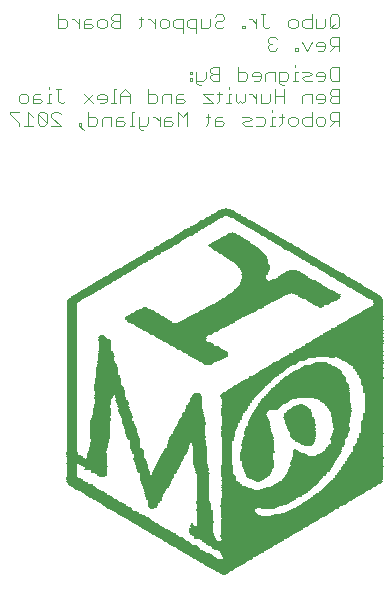
<source format=gbo>
G75*
%MOIN*%
%OFA0B0*%
%FSLAX25Y25*%
%IPPOS*%
%LPD*%
%AMOC8*
5,1,8,0,0,1.08239X$1,22.5*
%
%ADD10C,0.00400*%
%ADD11R,0.00200X0.00100*%
%ADD12R,0.01400X0.00100*%
%ADD13R,0.02100X0.00100*%
%ADD14R,0.02300X0.00100*%
%ADD15R,0.02600X0.00100*%
%ADD16R,0.02900X0.00100*%
%ADD17R,0.03100X0.00100*%
%ADD18R,0.03300X0.00100*%
%ADD19R,0.03700X0.00100*%
%ADD20R,0.04000X0.00100*%
%ADD21R,0.04200X0.00100*%
%ADD22R,0.04800X0.00100*%
%ADD23R,0.05100X0.00100*%
%ADD24R,0.05300X0.00100*%
%ADD25R,0.05900X0.00100*%
%ADD26R,0.06200X0.00100*%
%ADD27R,0.06400X0.00100*%
%ADD28R,0.06900X0.00100*%
%ADD29R,0.07000X0.00100*%
%ADD30R,0.07200X0.00100*%
%ADD31R,0.07600X0.00100*%
%ADD32R,0.07900X0.00100*%
%ADD33R,0.08200X0.00100*%
%ADD34R,0.08900X0.00100*%
%ADD35R,0.09300X0.00100*%
%ADD36R,0.09800X0.00100*%
%ADD37R,0.10400X0.00100*%
%ADD38R,0.10800X0.00100*%
%ADD39R,0.10900X0.00100*%
%ADD40R,0.11300X0.00100*%
%ADD41R,0.11500X0.00100*%
%ADD42R,0.11700X0.00100*%
%ADD43R,0.12100X0.00100*%
%ADD44R,0.12400X0.00100*%
%ADD45R,0.12500X0.00100*%
%ADD46R,0.13200X0.00100*%
%ADD47R,0.13500X0.00100*%
%ADD48R,0.13900X0.00100*%
%ADD49R,0.14600X0.00100*%
%ADD50R,0.14800X0.00100*%
%ADD51R,0.15000X0.00100*%
%ADD52R,0.15400X0.00100*%
%ADD53R,0.15700X0.00100*%
%ADD54R,0.15800X0.00100*%
%ADD55R,0.16200X0.00100*%
%ADD56R,0.16400X0.00100*%
%ADD57R,0.16700X0.00100*%
%ADD58R,0.17200X0.00100*%
%ADD59R,0.17400X0.00100*%
%ADD60R,0.09600X0.00100*%
%ADD61R,0.07400X0.00100*%
%ADD62R,0.09700X0.00100*%
%ADD63R,0.09500X0.00100*%
%ADD64R,0.07500X0.00100*%
%ADD65R,0.07800X0.00100*%
%ADD66R,0.09900X0.00100*%
%ADD67R,0.07700X0.00100*%
%ADD68R,0.10000X0.00100*%
%ADD69R,0.10200X0.00100*%
%ADD70R,0.10300X0.00100*%
%ADD71R,0.10500X0.00100*%
%ADD72R,0.11000X0.00100*%
%ADD73R,0.11800X0.00100*%
%ADD74R,0.11900X0.00100*%
%ADD75R,0.12200X0.00100*%
%ADD76R,0.12900X0.00100*%
%ADD77R,0.13000X0.00100*%
%ADD78R,0.13600X0.00100*%
%ADD79R,0.13800X0.00100*%
%ADD80R,0.07300X0.00100*%
%ADD81R,0.14000X0.00100*%
%ADD82R,0.14400X0.00100*%
%ADD83R,0.14500X0.00100*%
%ADD84R,0.14900X0.00100*%
%ADD85R,0.15300X0.00100*%
%ADD86R,0.07100X0.00100*%
%ADD87R,0.06800X0.00100*%
%ADD88R,0.17800X0.00100*%
%ADD89R,0.18100X0.00100*%
%ADD90R,0.18500X0.00100*%
%ADD91R,0.18900X0.00100*%
%ADD92R,0.19100X0.00100*%
%ADD93R,0.19300X0.00100*%
%ADD94R,0.19600X0.00100*%
%ADD95R,0.19800X0.00100*%
%ADD96R,0.19900X0.00100*%
%ADD97R,0.20300X0.00100*%
%ADD98R,0.20500X0.00100*%
%ADD99R,0.20600X0.00100*%
%ADD100R,0.21400X0.00100*%
%ADD101R,0.08100X0.00100*%
%ADD102R,0.21900X0.00100*%
%ADD103R,0.22100X0.00100*%
%ADD104R,0.22600X0.00100*%
%ADD105R,0.22800X0.00100*%
%ADD106R,0.23000X0.00100*%
%ADD107R,0.23400X0.00100*%
%ADD108R,0.23600X0.00100*%
%ADD109R,0.23900X0.00100*%
%ADD110R,0.24300X0.00100*%
%ADD111R,0.24600X0.00100*%
%ADD112R,0.24800X0.00100*%
%ADD113R,0.25300X0.00100*%
%ADD114R,0.25500X0.00100*%
%ADD115R,0.25800X0.00100*%
%ADD116R,0.20200X0.00100*%
%ADD117R,0.05000X0.00100*%
%ADD118R,0.04900X0.00100*%
%ADD119R,0.20400X0.00100*%
%ADD120R,0.20800X0.00100*%
%ADD121R,0.21100X0.00100*%
%ADD122R,0.00100X0.00100*%
%ADD123R,0.05400X0.00100*%
%ADD124R,0.00900X0.00100*%
%ADD125R,0.21600X0.00100*%
%ADD126R,0.21800X0.00100*%
%ADD127R,0.22200X0.00100*%
%ADD128R,0.22300X0.00100*%
%ADD129R,0.22400X0.00100*%
%ADD130R,0.06700X0.00100*%
%ADD131R,0.23100X0.00100*%
%ADD132R,0.06600X0.00100*%
%ADD133R,0.23500X0.00100*%
%ADD134R,0.23700X0.00100*%
%ADD135R,0.24000X0.00100*%
%ADD136R,0.24100X0.00100*%
%ADD137R,0.24400X0.00100*%
%ADD138R,0.24700X0.00100*%
%ADD139R,0.25100X0.00100*%
%ADD140R,0.25400X0.00100*%
%ADD141R,0.26000X0.00100*%
%ADD142R,0.26100X0.00100*%
%ADD143R,0.26500X0.00100*%
%ADD144R,0.26700X0.00100*%
%ADD145R,0.26800X0.00100*%
%ADD146R,0.27000X0.00100*%
%ADD147R,0.27100X0.00100*%
%ADD148R,0.27400X0.00100*%
%ADD149R,0.27600X0.00100*%
%ADD150R,0.27800X0.00100*%
%ADD151R,0.28000X0.00100*%
%ADD152R,0.28100X0.00100*%
%ADD153R,0.28500X0.00100*%
%ADD154R,0.05700X0.00100*%
%ADD155R,0.01700X0.00100*%
%ADD156R,0.28600X0.00100*%
%ADD157R,0.05500X0.00100*%
%ADD158R,0.01500X0.00100*%
%ADD159R,0.28800X0.00100*%
%ADD160R,0.01300X0.00100*%
%ADD161R,0.28900X0.00100*%
%ADD162R,0.01100X0.00100*%
%ADD163R,0.29100X0.00100*%
%ADD164R,0.05200X0.00100*%
%ADD165R,0.01000X0.00100*%
%ADD166R,0.29200X0.00100*%
%ADD167R,0.29300X0.00100*%
%ADD168R,0.29400X0.00100*%
%ADD169R,0.00700X0.00100*%
%ADD170R,0.29600X0.00100*%
%ADD171R,0.29700X0.00100*%
%ADD172R,0.00400X0.00100*%
%ADD173R,0.29900X0.00100*%
%ADD174R,0.30200X0.00100*%
%ADD175R,0.30300X0.00100*%
%ADD176R,0.30500X0.00100*%
%ADD177R,0.30700X0.00100*%
%ADD178R,0.30800X0.00100*%
%ADD179R,0.31000X0.00100*%
%ADD180R,0.31200X0.00100*%
%ADD181R,0.31300X0.00100*%
%ADD182R,0.31400X0.00100*%
%ADD183R,0.31700X0.00100*%
%ADD184R,0.31800X0.00100*%
%ADD185R,0.32000X0.00100*%
%ADD186R,0.32300X0.00100*%
%ADD187R,0.32400X0.00100*%
%ADD188R,0.32500X0.00100*%
%ADD189R,0.32700X0.00100*%
%ADD190R,0.32800X0.00100*%
%ADD191R,0.32900X0.00100*%
%ADD192R,0.33100X0.00100*%
%ADD193R,0.33200X0.00100*%
%ADD194R,0.33300X0.00100*%
%ADD195R,0.33600X0.00100*%
%ADD196R,0.33800X0.00100*%
%ADD197R,0.19000X0.00100*%
%ADD198R,0.18300X0.00100*%
%ADD199R,0.13300X0.00100*%
%ADD200R,0.12600X0.00100*%
%ADD201R,0.17500X0.00100*%
%ADD202R,0.12300X0.00100*%
%ADD203R,0.17300X0.00100*%
%ADD204R,0.17100X0.00100*%
%ADD205R,0.15500X0.00100*%
%ADD206R,0.11600X0.00100*%
%ADD207R,0.14700X0.00100*%
%ADD208R,0.11400X0.00100*%
%ADD209R,0.11200X0.00100*%
%ADD210R,0.06500X0.00100*%
%ADD211R,0.14300X0.00100*%
%ADD212R,0.02200X0.00100*%
%ADD213R,0.00800X0.00100*%
%ADD214R,0.04700X0.00100*%
%ADD215R,0.01600X0.00100*%
%ADD216R,0.14200X0.00100*%
%ADD217R,0.01800X0.00100*%
%ADD218R,0.02500X0.00100*%
%ADD219R,0.02700X0.00100*%
%ADD220R,0.14100X0.00100*%
%ADD221R,0.03000X0.00100*%
%ADD222R,0.19700X0.00100*%
%ADD223R,0.04600X0.00100*%
%ADD224R,0.20700X0.00100*%
%ADD225R,0.03400X0.00100*%
%ADD226R,0.22000X0.00100*%
%ADD227R,0.04500X0.00100*%
%ADD228R,0.22500X0.00100*%
%ADD229R,0.04400X0.00100*%
%ADD230R,0.03500X0.00100*%
%ADD231R,0.03600X0.00100*%
%ADD232R,0.22900X0.00100*%
%ADD233R,0.03800X0.00100*%
%ADD234R,0.23300X0.00100*%
%ADD235R,0.04300X0.00100*%
%ADD236R,0.23800X0.00100*%
%ADD237R,0.24200X0.00100*%
%ADD238R,0.24500X0.00100*%
%ADD239R,0.25000X0.00100*%
%ADD240R,0.25200X0.00100*%
%ADD241R,0.05600X0.00100*%
%ADD242R,0.25600X0.00100*%
%ADD243R,0.25900X0.00100*%
%ADD244R,0.26200X0.00100*%
%ADD245R,0.26400X0.00100*%
%ADD246R,0.05800X0.00100*%
%ADD247R,0.15100X0.00100*%
%ADD248R,0.15200X0.00100*%
%ADD249R,0.06000X0.00100*%
%ADD250R,0.06100X0.00100*%
%ADD251R,0.26900X0.00100*%
%ADD252R,0.27300X0.00100*%
%ADD253R,0.06300X0.00100*%
%ADD254R,0.27700X0.00100*%
%ADD255R,0.27900X0.00100*%
%ADD256R,0.04100X0.00100*%
%ADD257R,0.28300X0.00100*%
%ADD258R,0.28400X0.00100*%
%ADD259R,0.28700X0.00100*%
%ADD260R,0.29000X0.00100*%
%ADD261R,0.15600X0.00100*%
%ADD262R,0.10600X0.00100*%
%ADD263R,0.16300X0.00100*%
%ADD264R,0.16000X0.00100*%
%ADD265R,0.16100X0.00100*%
%ADD266R,0.10100X0.00100*%
%ADD267R,0.15900X0.00100*%
%ADD268R,0.09400X0.00100*%
%ADD269R,0.09000X0.00100*%
%ADD270R,0.08000X0.00100*%
%ADD271R,0.08800X0.00100*%
%ADD272R,0.08500X0.00100*%
%ADD273R,0.08400X0.00100*%
%ADD274R,0.08600X0.00100*%
%ADD275R,0.08700X0.00100*%
%ADD276R,0.16500X0.00100*%
%ADD277R,0.16800X0.00100*%
%ADD278R,0.09200X0.00100*%
%ADD279R,0.16900X0.00100*%
%ADD280R,0.17000X0.00100*%
%ADD281R,0.13100X0.00100*%
%ADD282R,0.12800X0.00100*%
%ADD283R,0.12700X0.00100*%
%ADD284R,0.00500X0.00100*%
%ADD285R,0.02000X0.00100*%
%ADD286R,0.16600X0.00100*%
%ADD287R,0.10700X0.00100*%
%ADD288R,0.03900X0.00100*%
%ADD289R,0.11100X0.00100*%
%ADD290R,0.02800X0.00100*%
%ADD291R,0.03200X0.00100*%
%ADD292R,0.13400X0.00100*%
%ADD293R,0.08300X0.00100*%
%ADD294R,0.13700X0.00100*%
%ADD295R,0.09100X0.00100*%
%ADD296R,0.12000X0.00100*%
%ADD297R,0.01900X0.00100*%
%ADD298R,0.01200X0.00100*%
%ADD299R,0.02400X0.00100*%
%ADD300R,0.27200X0.00100*%
%ADD301R,0.26600X0.00100*%
%ADD302R,0.25700X0.00100*%
%ADD303R,0.24900X0.00100*%
%ADD304R,0.22700X0.00100*%
%ADD305R,0.21300X0.00100*%
%ADD306R,0.21200X0.00100*%
%ADD307R,0.20900X0.00100*%
%ADD308R,0.20000X0.00100*%
%ADD309R,0.19400X0.00100*%
%ADD310R,0.18600X0.00100*%
%ADD311R,0.32100X0.00100*%
%ADD312R,0.31900X0.00100*%
%ADD313R,0.31600X0.00100*%
%ADD314R,0.31500X0.00100*%
%ADD315R,0.31100X0.00100*%
%ADD316R,0.30900X0.00100*%
%ADD317R,0.30000X0.00100*%
%ADD318R,0.27500X0.00100*%
%ADD319R,0.26300X0.00100*%
%ADD320R,0.21700X0.00100*%
%ADD321R,0.21500X0.00100*%
%ADD322R,0.21000X0.00100*%
%ADD323R,0.20100X0.00100*%
%ADD324R,0.19200X0.00100*%
%ADD325R,0.18400X0.00100*%
%ADD326R,0.18200X0.00100*%
%ADD327R,0.18000X0.00100*%
%ADD328R,0.17700X0.00100*%
%ADD329R,0.30100X0.00100*%
%ADD330R,0.30400X0.00100*%
%ADD331R,0.17900X0.00100*%
%ADD332R,0.18700X0.00100*%
%ADD333R,0.18800X0.00100*%
%ADD334R,0.34700X0.00100*%
%ADD335R,0.34600X0.00100*%
%ADD336R,0.34200X0.00100*%
%ADD337R,0.34000X0.00100*%
%ADD338R,0.33400X0.00100*%
%ADD339R,0.33000X0.00100*%
%ADD340R,0.30600X0.00100*%
%ADD341R,0.29800X0.00100*%
%ADD342R,0.29500X0.00100*%
%ADD343R,0.28200X0.00100*%
D10*
X0870127Y1269165D02*
X0868593Y1270700D01*
X0869360Y1270700D01*
X0869360Y1271467D01*
X0868593Y1271467D01*
X0868593Y1270700D01*
X0871662Y1270700D02*
X0873964Y1270700D01*
X0874731Y1271467D01*
X0874731Y1273002D01*
X0873964Y1273769D01*
X0871662Y1273769D01*
X0871662Y1275304D02*
X0871662Y1270700D01*
X0876266Y1270700D02*
X0876266Y1273002D01*
X0877033Y1273769D01*
X0879335Y1273769D01*
X0879335Y1270700D01*
X0880870Y1270700D02*
X0883172Y1270700D01*
X0883939Y1271467D01*
X0883172Y1272235D01*
X0880870Y1272235D01*
X0880870Y1273002D02*
X0880870Y1270700D01*
X0880870Y1273002D02*
X0881637Y1273769D01*
X0883172Y1273769D01*
X0886241Y1275304D02*
X0886241Y1270700D01*
X0887008Y1270700D02*
X0885474Y1270700D01*
X0888543Y1270700D02*
X0890845Y1270700D01*
X0891612Y1271467D01*
X0891612Y1273769D01*
X0893147Y1273769D02*
X0893914Y1273769D01*
X0895449Y1272235D01*
X0895449Y1273769D02*
X0895449Y1270700D01*
X0896984Y1270700D02*
X0899286Y1270700D01*
X0900053Y1271467D01*
X0899286Y1272235D01*
X0896984Y1272235D01*
X0896984Y1273002D02*
X0896984Y1270700D01*
X0896984Y1273002D02*
X0897751Y1273769D01*
X0899286Y1273769D01*
X0901588Y1275304D02*
X0901588Y1270700D01*
X0904657Y1270700D02*
X0904657Y1275304D01*
X0903122Y1273769D01*
X0901588Y1275304D01*
X0900820Y1278200D02*
X0903122Y1278200D01*
X0903890Y1278967D01*
X0903122Y1279735D01*
X0900820Y1279735D01*
X0900820Y1280502D02*
X0900820Y1278200D01*
X0899286Y1278200D02*
X0899286Y1281269D01*
X0896984Y1281269D01*
X0896216Y1280502D01*
X0896216Y1278200D01*
X0894682Y1278967D02*
X0894682Y1280502D01*
X0893914Y1281269D01*
X0891612Y1281269D01*
X0891612Y1282804D02*
X0891612Y1278200D01*
X0893914Y1278200D01*
X0894682Y1278967D01*
X0900820Y1280502D02*
X0901588Y1281269D01*
X0903122Y1281269D01*
X0905424Y1285700D02*
X0906191Y1285700D01*
X0906191Y1286467D01*
X0905424Y1286467D01*
X0905424Y1285700D01*
X0905424Y1288002D02*
X0906191Y1288002D01*
X0906191Y1288769D01*
X0905424Y1288769D01*
X0905424Y1288002D01*
X0907726Y1288769D02*
X0907726Y1284933D01*
X0908493Y1284165D01*
X0909261Y1284165D01*
X0910028Y1285700D02*
X0907726Y1285700D01*
X0910028Y1285700D02*
X0910795Y1286467D01*
X0910795Y1288769D01*
X0912330Y1288769D02*
X0913097Y1288002D01*
X0915399Y1288002D01*
X0913097Y1288002D02*
X0912330Y1287235D01*
X0912330Y1286467D01*
X0913097Y1285700D01*
X0915399Y1285700D01*
X0915399Y1290304D01*
X0913097Y1290304D01*
X0912330Y1289537D01*
X0912330Y1288769D01*
X0915399Y1282037D02*
X0915399Y1278967D01*
X0914632Y1278200D01*
X0913097Y1278200D02*
X0910028Y1278200D01*
X0910028Y1281269D02*
X0913097Y1278200D01*
X0913097Y1281269D02*
X0910028Y1281269D01*
X0914632Y1281269D02*
X0916167Y1281269D01*
X0918469Y1281269D02*
X0918469Y1278200D01*
X0919236Y1278200D02*
X0917701Y1278200D01*
X0918469Y1281269D02*
X0919236Y1281269D01*
X0920771Y1281269D02*
X0920771Y1278967D01*
X0921538Y1278200D01*
X0922305Y1278967D01*
X0923073Y1278200D01*
X0923840Y1278967D01*
X0923840Y1281269D01*
X0925374Y1281269D02*
X0926142Y1281269D01*
X0927676Y1279735D01*
X0927676Y1281269D02*
X0927676Y1278200D01*
X0929211Y1278200D02*
X0929211Y1281269D01*
X0929211Y1278200D02*
X0931513Y1278200D01*
X0932280Y1278967D01*
X0932280Y1281269D01*
X0933815Y1280502D02*
X0936884Y1280502D01*
X0936884Y1278200D02*
X0936884Y1282804D01*
X0936884Y1284165D02*
X0936117Y1284165D01*
X0935350Y1284933D01*
X0935350Y1288769D01*
X0937652Y1288769D01*
X0938419Y1288002D01*
X0938419Y1286467D01*
X0937652Y1285700D01*
X0935350Y1285700D01*
X0933815Y1285700D02*
X0933815Y1288769D01*
X0931513Y1288769D01*
X0930746Y1288002D01*
X0930746Y1285700D01*
X0929211Y1286467D02*
X0929211Y1288002D01*
X0928444Y1288769D01*
X0926909Y1288769D01*
X0926142Y1288002D01*
X0926142Y1287235D01*
X0929211Y1287235D01*
X0929211Y1286467D02*
X0928444Y1285700D01*
X0926909Y1285700D01*
X0924607Y1286467D02*
X0924607Y1288002D01*
X0923840Y1288769D01*
X0921538Y1288769D01*
X0921538Y1290304D02*
X0921538Y1285700D01*
X0923840Y1285700D01*
X0924607Y1286467D01*
X0918469Y1283571D02*
X0918469Y1282804D01*
X0916167Y1273769D02*
X0914632Y1273769D01*
X0913865Y1273002D01*
X0913865Y1270700D01*
X0916167Y1270700D01*
X0916934Y1271467D01*
X0916167Y1272235D01*
X0913865Y1272235D01*
X0912330Y1273769D02*
X0910795Y1273769D01*
X0911563Y1274537D02*
X0911563Y1271467D01*
X0910795Y1270700D01*
X0923073Y1271467D02*
X0923840Y1272235D01*
X0925375Y1272235D01*
X0926142Y1273002D01*
X0925375Y1273769D01*
X0923073Y1273769D01*
X0923073Y1271467D02*
X0923840Y1270700D01*
X0926142Y1270700D01*
X0927676Y1270700D02*
X0929978Y1270700D01*
X0930746Y1271467D01*
X0930746Y1273002D01*
X0929978Y1273769D01*
X0927676Y1273769D01*
X0933048Y1273769D02*
X0933048Y1270700D01*
X0933815Y1270700D02*
X0932280Y1270700D01*
X0935350Y1270700D02*
X0936117Y1271467D01*
X0936117Y1274537D01*
X0936884Y1273769D02*
X0935350Y1273769D01*
X0933815Y1273769D02*
X0933048Y1273769D01*
X0933048Y1275304D02*
X0933048Y1276071D01*
X0933815Y1278200D02*
X0933815Y1282804D01*
X0939954Y1285700D02*
X0941488Y1285700D01*
X0940721Y1285700D02*
X0940721Y1288769D01*
X0941488Y1288769D01*
X0943023Y1288769D02*
X0945325Y1288769D01*
X0946092Y1288002D01*
X0945325Y1287235D01*
X0943790Y1287235D01*
X0943023Y1286467D01*
X0943790Y1285700D01*
X0946092Y1285700D01*
X0947627Y1287235D02*
X0950696Y1287235D01*
X0950696Y1288002D02*
X0949929Y1288769D01*
X0948394Y1288769D01*
X0947627Y1288002D01*
X0947627Y1287235D01*
X0948394Y1285700D02*
X0949929Y1285700D01*
X0950696Y1286467D01*
X0950696Y1288002D01*
X0952231Y1289537D02*
X0952998Y1290304D01*
X0955300Y1290304D01*
X0955300Y1285700D01*
X0952998Y1285700D01*
X0952231Y1286467D01*
X0952231Y1289537D01*
X0952231Y1295700D02*
X0953765Y1297235D01*
X0952998Y1297235D02*
X0955300Y1297235D01*
X0955300Y1295700D02*
X0955300Y1300304D01*
X0952998Y1300304D01*
X0952231Y1299537D01*
X0952231Y1298002D01*
X0952998Y1297235D01*
X0950696Y1297235D02*
X0947627Y1297235D01*
X0947627Y1298002D01*
X0948394Y1298769D01*
X0949929Y1298769D01*
X0950696Y1298002D01*
X0950696Y1296467D01*
X0949929Y1295700D01*
X0948394Y1295700D01*
X0944558Y1295700D02*
X0943023Y1298769D01*
X0941488Y1296467D02*
X0940721Y1296467D01*
X0940721Y1295700D01*
X0941488Y1295700D01*
X0941488Y1296467D01*
X0944558Y1295700D02*
X0946092Y1298769D01*
X0946092Y1303200D02*
X0943790Y1303200D01*
X0943023Y1303967D01*
X0943023Y1305502D01*
X0943790Y1306269D01*
X0946092Y1306269D01*
X0947627Y1306269D02*
X0947627Y1303200D01*
X0949929Y1303200D01*
X0950696Y1303967D01*
X0950696Y1306269D01*
X0952231Y1307037D02*
X0952231Y1303967D01*
X0952998Y1303200D01*
X0954533Y1303200D01*
X0955300Y1303967D01*
X0955300Y1307037D01*
X0954533Y1307804D01*
X0952998Y1307804D01*
X0952231Y1307037D01*
X0953765Y1304735D02*
X0952231Y1303200D01*
X0946092Y1303200D02*
X0946092Y1307804D01*
X0941488Y1305502D02*
X0941488Y1303967D01*
X0940721Y1303200D01*
X0939186Y1303200D01*
X0938419Y1303967D01*
X0938419Y1305502D01*
X0939186Y1306269D01*
X0940721Y1306269D01*
X0941488Y1305502D01*
X0934582Y1299537D02*
X0933815Y1300304D01*
X0932280Y1300304D01*
X0931513Y1299537D01*
X0931513Y1298769D01*
X0932280Y1298002D01*
X0931513Y1297235D01*
X0931513Y1296467D01*
X0932280Y1295700D01*
X0933815Y1295700D01*
X0934582Y1296467D01*
X0933048Y1298002D02*
X0932280Y1298002D01*
X0931513Y1303200D02*
X0930746Y1303200D01*
X0929978Y1303967D01*
X0929978Y1307804D01*
X0929211Y1307804D02*
X0930746Y1307804D01*
X0927676Y1306269D02*
X0927676Y1303200D01*
X0927676Y1304735D02*
X0926142Y1306269D01*
X0925374Y1306269D01*
X0923840Y1303967D02*
X0923073Y1303967D01*
X0923073Y1303200D01*
X0923840Y1303200D01*
X0923840Y1303967D01*
X0916934Y1303967D02*
X0916167Y1303200D01*
X0914632Y1303200D01*
X0913865Y1303967D01*
X0913865Y1304735D01*
X0914632Y1305502D01*
X0916167Y1305502D01*
X0916934Y1306269D01*
X0916934Y1307037D01*
X0916167Y1307804D01*
X0914632Y1307804D01*
X0913865Y1307037D01*
X0912330Y1306269D02*
X0912330Y1303967D01*
X0911563Y1303200D01*
X0909261Y1303200D01*
X0909261Y1306269D01*
X0907726Y1306269D02*
X0905424Y1306269D01*
X0904657Y1305502D01*
X0904657Y1303967D01*
X0905424Y1303200D01*
X0907726Y1303200D01*
X0907726Y1301665D02*
X0907726Y1306269D01*
X0903122Y1306269D02*
X0900820Y1306269D01*
X0900053Y1305502D01*
X0900053Y1303967D01*
X0900820Y1303200D01*
X0903122Y1303200D01*
X0903122Y1301665D02*
X0903122Y1306269D01*
X0898518Y1305502D02*
X0898518Y1303967D01*
X0897751Y1303200D01*
X0896216Y1303200D01*
X0895449Y1303967D01*
X0895449Y1305502D01*
X0896216Y1306269D01*
X0897751Y1306269D01*
X0898518Y1305502D01*
X0893914Y1306269D02*
X0893914Y1303200D01*
X0893914Y1304735D02*
X0892380Y1306269D01*
X0891612Y1306269D01*
X0890078Y1306269D02*
X0888543Y1306269D01*
X0889310Y1307037D02*
X0889310Y1303967D01*
X0888543Y1303200D01*
X0882405Y1303200D02*
X0880103Y1303200D01*
X0879335Y1303967D01*
X0879335Y1304735D01*
X0880103Y1305502D01*
X0882405Y1305502D01*
X0882405Y1307804D02*
X0880103Y1307804D01*
X0879335Y1307037D01*
X0879335Y1306269D01*
X0880103Y1305502D01*
X0877801Y1305502D02*
X0877801Y1303967D01*
X0877033Y1303200D01*
X0875499Y1303200D01*
X0874731Y1303967D01*
X0874731Y1305502D01*
X0875499Y1306269D01*
X0877033Y1306269D01*
X0877801Y1305502D01*
X0873197Y1303967D02*
X0872429Y1304735D01*
X0870127Y1304735D01*
X0870127Y1305502D02*
X0870127Y1303200D01*
X0872429Y1303200D01*
X0873197Y1303967D01*
X0872429Y1306269D02*
X0870895Y1306269D01*
X0870127Y1305502D01*
X0868593Y1306269D02*
X0868593Y1303200D01*
X0868593Y1304735D02*
X0867058Y1306269D01*
X0866291Y1306269D01*
X0864756Y1305502D02*
X0863989Y1306269D01*
X0861687Y1306269D01*
X0861687Y1307804D02*
X0861687Y1303200D01*
X0863989Y1303200D01*
X0864756Y1303967D01*
X0864756Y1305502D01*
X0882405Y1303200D02*
X0882405Y1307804D01*
X0883939Y1282804D02*
X0882405Y1281269D01*
X0882405Y1278200D01*
X0880870Y1278200D02*
X0879335Y1278200D01*
X0880103Y1278200D02*
X0880103Y1282804D01*
X0880870Y1282804D01*
X0882405Y1280502D02*
X0885474Y1280502D01*
X0885474Y1281269D02*
X0883939Y1282804D01*
X0885474Y1281269D02*
X0885474Y1278200D01*
X0886241Y1275304D02*
X0887008Y1275304D01*
X0888543Y1273769D02*
X0888543Y1269933D01*
X0889310Y1269165D01*
X0890078Y1269165D01*
X0877801Y1278967D02*
X0877801Y1280502D01*
X0877033Y1281269D01*
X0875499Y1281269D01*
X0874731Y1280502D01*
X0874731Y1279735D01*
X0877801Y1279735D01*
X0877801Y1278967D02*
X0877033Y1278200D01*
X0875499Y1278200D01*
X0873197Y1278200D02*
X0870127Y1281269D01*
X0870127Y1278200D02*
X0873197Y1281269D01*
X0863989Y1278967D02*
X0863222Y1278200D01*
X0862454Y1278200D01*
X0861687Y1278967D01*
X0861687Y1282804D01*
X0862454Y1282804D02*
X0860920Y1282804D01*
X0859385Y1281269D02*
X0858618Y1281269D01*
X0858618Y1278200D01*
X0859385Y1278200D02*
X0857850Y1278200D01*
X0856316Y1278967D02*
X0855548Y1279735D01*
X0853246Y1279735D01*
X0853246Y1280502D02*
X0853246Y1278200D01*
X0855548Y1278200D01*
X0856316Y1278967D01*
X0855548Y1281269D02*
X0854014Y1281269D01*
X0853246Y1280502D01*
X0851712Y1280502D02*
X0851712Y1278967D01*
X0850944Y1278200D01*
X0849410Y1278200D01*
X0848642Y1278967D01*
X0848642Y1280502D01*
X0849410Y1281269D01*
X0850944Y1281269D01*
X0851712Y1280502D01*
X0851712Y1275304D02*
X0851712Y1270700D01*
X0853246Y1270700D02*
X0850177Y1270700D01*
X0848642Y1270700D02*
X0848642Y1271467D01*
X0845573Y1274537D01*
X0845573Y1275304D01*
X0848642Y1275304D01*
X0851712Y1275304D02*
X0853246Y1273769D01*
X0854781Y1274537D02*
X0857850Y1271467D01*
X0857083Y1270700D01*
X0855548Y1270700D01*
X0854781Y1271467D01*
X0854781Y1274537D01*
X0855548Y1275304D01*
X0857083Y1275304D01*
X0857850Y1274537D01*
X0857850Y1271467D01*
X0859385Y1270700D02*
X0862454Y1270700D01*
X0859385Y1273769D01*
X0859385Y1274537D01*
X0860152Y1275304D01*
X0861687Y1275304D01*
X0862454Y1274537D01*
X0858618Y1282804D02*
X0858618Y1283571D01*
X0931513Y1303200D02*
X0932280Y1303967D01*
X0940721Y1291071D02*
X0940721Y1290304D01*
X0943790Y1281269D02*
X0943023Y1280502D01*
X0943023Y1278200D01*
X0946092Y1278200D02*
X0946092Y1281269D01*
X0943790Y1281269D01*
X0947627Y1280502D02*
X0947627Y1279735D01*
X0950696Y1279735D01*
X0950696Y1280502D02*
X0949929Y1281269D01*
X0948394Y1281269D01*
X0947627Y1280502D01*
X0948394Y1278200D02*
X0949929Y1278200D01*
X0950696Y1278967D01*
X0950696Y1280502D01*
X0952231Y1281269D02*
X0952998Y1280502D01*
X0955300Y1280502D01*
X0955300Y1282804D02*
X0952998Y1282804D01*
X0952231Y1282037D01*
X0952231Y1281269D01*
X0952998Y1280502D02*
X0952231Y1279735D01*
X0952231Y1278967D01*
X0952998Y1278200D01*
X0955300Y1278200D01*
X0955300Y1282804D01*
X0955300Y1275304D02*
X0952998Y1275304D01*
X0952231Y1274537D01*
X0952231Y1273002D01*
X0952998Y1272235D01*
X0955300Y1272235D01*
X0953765Y1272235D02*
X0952231Y1270700D01*
X0950696Y1271467D02*
X0949929Y1270700D01*
X0948394Y1270700D01*
X0947627Y1271467D01*
X0947627Y1273002D01*
X0948394Y1273769D01*
X0949929Y1273769D01*
X0950696Y1273002D01*
X0950696Y1271467D01*
X0946092Y1270700D02*
X0943790Y1270700D01*
X0943023Y1271467D01*
X0943023Y1273002D01*
X0943790Y1273769D01*
X0946092Y1273769D01*
X0946092Y1275304D02*
X0946092Y1270700D01*
X0941488Y1271467D02*
X0940721Y1270700D01*
X0939186Y1270700D01*
X0938419Y1271467D01*
X0938419Y1273002D01*
X0939186Y1273769D01*
X0940721Y1273769D01*
X0941488Y1273002D01*
X0941488Y1271467D01*
X0955300Y1270700D02*
X0955300Y1275304D01*
D11*
X0870950Y1156000D03*
X0916950Y1121000D03*
D12*
X0916850Y1121100D03*
X0945150Y1164000D03*
X0942750Y1177500D03*
X0890650Y1209700D03*
X0876350Y1200500D03*
D13*
X0893100Y1143300D03*
X0916800Y1121200D03*
X0941000Y1161900D03*
D14*
X0942600Y1177300D03*
X0949100Y1210500D03*
X0907900Y1181100D03*
X0876300Y1200000D03*
X0916800Y1121300D03*
D15*
X0916850Y1121400D03*
X0941250Y1161600D03*
X0907950Y1180800D03*
X0876250Y1153800D03*
X0949050Y1210600D03*
D16*
X0939800Y1222200D03*
X0919700Y1234300D03*
X0876600Y1199500D03*
X0876200Y1154000D03*
X0893300Y1143600D03*
X0916800Y1121500D03*
X0928200Y1152500D03*
D17*
X0916800Y1121600D03*
X0893300Y1143800D03*
X0876200Y1154100D03*
X0907900Y1180200D03*
X0907900Y1180300D03*
X0907900Y1180400D03*
X0866100Y1209800D03*
X0866100Y1209900D03*
X0866100Y1210000D03*
X0866100Y1210100D03*
X0866100Y1210200D03*
X0866100Y1210300D03*
X0866100Y1210400D03*
X0866100Y1210500D03*
X0866100Y1210600D03*
X0866100Y1210700D03*
X0866100Y1210800D03*
X0866100Y1210900D03*
X0866100Y1211000D03*
X0919700Y1234200D03*
X0968400Y1211700D03*
X0968400Y1211600D03*
X0968400Y1210900D03*
D18*
X0968300Y1210800D03*
X0968300Y1210700D03*
X0968300Y1211900D03*
X0968300Y1212000D03*
X0968300Y1212100D03*
X0907800Y1180000D03*
X0917900Y1160300D03*
X0917900Y1160200D03*
X0917900Y1160100D03*
X0917900Y1160000D03*
X0917900Y1159900D03*
X0917900Y1159800D03*
X0917900Y1159700D03*
X0917900Y1159600D03*
X0917900Y1159500D03*
X0917900Y1159400D03*
X0917900Y1159300D03*
X0928200Y1152600D03*
X0916800Y1121700D03*
X0893300Y1143900D03*
X0893300Y1144000D03*
X0866200Y1164300D03*
X0866200Y1201600D03*
X0866200Y1201700D03*
X0866200Y1201800D03*
X0866200Y1201900D03*
X0866200Y1202000D03*
X0866200Y1202100D03*
X0866200Y1202200D03*
X0866200Y1202300D03*
X0866200Y1202400D03*
X0866200Y1202500D03*
X0866200Y1206000D03*
X0866200Y1206100D03*
X0866200Y1206200D03*
X0866200Y1206300D03*
X0866200Y1206400D03*
X0866200Y1206500D03*
X0866200Y1206600D03*
X0866200Y1206700D03*
X0866200Y1206800D03*
X0866200Y1209100D03*
X0866200Y1211400D03*
X0866300Y1211500D03*
D19*
X0866500Y1211800D03*
X0882700Y1179100D03*
X0882800Y1178900D03*
X0883000Y1178600D03*
X0883000Y1178500D03*
X0883100Y1178300D03*
X0883200Y1178100D03*
X0883300Y1177900D03*
X0883300Y1177800D03*
X0883300Y1177700D03*
X0883300Y1177600D03*
X0883300Y1177500D03*
X0883400Y1176900D03*
X0883500Y1176500D03*
X0883600Y1176100D03*
X0883600Y1176000D03*
X0883600Y1175900D03*
X0883600Y1175800D03*
X0883600Y1175700D03*
X0883700Y1175600D03*
X0883700Y1175500D03*
X0884600Y1173400D03*
X0884800Y1172100D03*
X0884800Y1172000D03*
X0884900Y1171500D03*
X0885000Y1171300D03*
X0887000Y1166000D03*
X0887500Y1163100D03*
X0887600Y1162900D03*
X0888400Y1161500D03*
X0888400Y1161400D03*
X0888400Y1161300D03*
X0888400Y1161200D03*
X0888700Y1159500D03*
X0888700Y1159400D03*
X0889300Y1158000D03*
X0889400Y1157700D03*
X0889400Y1157600D03*
X0889500Y1157400D03*
X0889500Y1157300D03*
X0889600Y1157100D03*
X0889600Y1157000D03*
X0889600Y1156900D03*
X0889600Y1156800D03*
X0889600Y1156700D03*
X0890100Y1155300D03*
X0890200Y1155200D03*
X0890200Y1155100D03*
X0890800Y1153900D03*
X0893500Y1145100D03*
X0876000Y1154600D03*
X0866300Y1153300D03*
X0866300Y1161100D03*
X0866300Y1161200D03*
X0866300Y1161300D03*
X0866300Y1161400D03*
X0866300Y1161500D03*
X0866300Y1161600D03*
X0907700Y1179600D03*
X0918100Y1166000D03*
X0918100Y1165900D03*
X0918100Y1165800D03*
X0918100Y1165700D03*
X0918100Y1165600D03*
X0917800Y1157200D03*
X0917800Y1157100D03*
X0917800Y1157000D03*
X0917800Y1156900D03*
X0917800Y1156800D03*
X0917800Y1156700D03*
X0917800Y1156600D03*
X0917800Y1156500D03*
X0917800Y1156400D03*
X0917800Y1156300D03*
X0941800Y1161200D03*
X0916800Y1121800D03*
X0967900Y1212600D03*
X0967900Y1212700D03*
D20*
X0967750Y1212800D03*
X0949150Y1210900D03*
X0939850Y1221900D03*
X0919750Y1233900D03*
X0917650Y1242400D03*
X0911650Y1191600D03*
X0907550Y1179100D03*
X0918250Y1166500D03*
X0918250Y1166400D03*
X0917950Y1154800D03*
X0917950Y1154700D03*
X0917950Y1154600D03*
X0909850Y1151800D03*
X0909850Y1151700D03*
X0909850Y1151600D03*
X0909850Y1151500D03*
X0909850Y1151400D03*
X0909850Y1151300D03*
X0909850Y1151200D03*
X0909850Y1151100D03*
X0909850Y1151000D03*
X0909850Y1150900D03*
X0909850Y1150800D03*
X0909850Y1150700D03*
X0909850Y1150600D03*
X0909850Y1150500D03*
X0909850Y1150400D03*
X0909850Y1150300D03*
X0909850Y1150200D03*
X0909850Y1150100D03*
X0909850Y1150000D03*
X0909850Y1149900D03*
X0909850Y1149800D03*
X0909850Y1149700D03*
X0909850Y1149600D03*
X0909850Y1149500D03*
X0909850Y1149400D03*
X0909850Y1149300D03*
X0909850Y1149200D03*
X0909850Y1149100D03*
X0909850Y1149000D03*
X0909850Y1148900D03*
X0893650Y1145300D03*
X0889150Y1158400D03*
X0889150Y1158500D03*
X0889050Y1158700D03*
X0887950Y1162500D03*
X0886750Y1166300D03*
X0886450Y1166900D03*
X0886350Y1167200D03*
X0886250Y1167400D03*
X0886150Y1167600D03*
X0886150Y1167700D03*
X0885850Y1169100D03*
X0885850Y1169200D03*
X0885850Y1169300D03*
X0885250Y1170900D03*
X0885150Y1171000D03*
X0883950Y1174900D03*
X0877250Y1195900D03*
X0877250Y1196000D03*
X0877150Y1197000D03*
X0877150Y1197100D03*
X0877150Y1197200D03*
X0877150Y1197300D03*
X0877150Y1197400D03*
X0877150Y1197500D03*
X0877150Y1197600D03*
X0877150Y1197700D03*
X0877150Y1197800D03*
X0877150Y1197900D03*
X0877150Y1198000D03*
X0877150Y1198100D03*
X0877150Y1198200D03*
X0877050Y1199000D03*
X0877050Y1199100D03*
X0866650Y1211900D03*
X0928150Y1152700D03*
X0916750Y1121900D03*
X0949150Y1191500D03*
D21*
X0967850Y1210200D03*
X0967550Y1212900D03*
X0944550Y1164400D03*
X0918250Y1166700D03*
X0918250Y1166800D03*
X0918050Y1154300D03*
X0909850Y1154000D03*
X0909850Y1153900D03*
X0909950Y1147900D03*
X0909950Y1147800D03*
X0909950Y1147700D03*
X0909950Y1147600D03*
X0909950Y1147500D03*
X0909950Y1147400D03*
X0909950Y1147300D03*
X0909950Y1147200D03*
X0893750Y1145400D03*
X0886550Y1166700D03*
X0885650Y1169800D03*
X0885650Y1169900D03*
X0885650Y1170000D03*
X0885550Y1170100D03*
X0885550Y1170200D03*
X0885450Y1170300D03*
X0885450Y1170400D03*
X0885350Y1170600D03*
X0884150Y1174400D03*
X0884150Y1174500D03*
X0884050Y1174600D03*
X0877350Y1195500D03*
X0877350Y1195600D03*
X0907550Y1178900D03*
X0907550Y1178800D03*
X0907550Y1178700D03*
X0907450Y1178500D03*
X0907450Y1178400D03*
X0916750Y1122000D03*
X0866550Y1153000D03*
X0921050Y1240200D03*
X0921650Y1240000D03*
X0921850Y1239900D03*
X0922650Y1239400D03*
X0922750Y1239300D03*
X0923050Y1239100D03*
D22*
X0924150Y1238600D03*
X0925550Y1237700D03*
X0926150Y1237400D03*
X0927550Y1236500D03*
X0928350Y1236200D03*
X0931650Y1234100D03*
X0932350Y1233800D03*
X0933050Y1233500D03*
X0934150Y1232700D03*
X0934850Y1232400D03*
X0937950Y1230500D03*
X0940550Y1229000D03*
X0941250Y1228700D03*
X0942250Y1228000D03*
X0942350Y1227900D03*
X0942850Y1227600D03*
X0944650Y1226600D03*
X0944850Y1226500D03*
X0945050Y1226400D03*
X0946050Y1225800D03*
X0946350Y1225600D03*
X0946650Y1225400D03*
X0947850Y1224700D03*
X0950150Y1223400D03*
X0952050Y1222300D03*
X0952950Y1221700D03*
X0953150Y1221600D03*
X0961650Y1216600D03*
X0961850Y1216500D03*
X0967550Y1209800D03*
X0967550Y1209700D03*
X0939950Y1221700D03*
X0914650Y1240400D03*
X0914450Y1240300D03*
X0914150Y1240100D03*
X0902350Y1233400D03*
X0902250Y1233300D03*
X0902150Y1233200D03*
X0901950Y1233100D03*
X0901850Y1233000D03*
X0901350Y1232700D03*
X0900750Y1232500D03*
X0898150Y1230900D03*
X0897650Y1230500D03*
X0897450Y1230400D03*
X0894550Y1228800D03*
X0891850Y1227200D03*
X0891450Y1226900D03*
X0889150Y1225600D03*
X0888050Y1224900D03*
X0887650Y1224700D03*
X0887550Y1224600D03*
X0868350Y1213300D03*
X0868250Y1213200D03*
X0918450Y1169000D03*
X0918450Y1168900D03*
X0918450Y1168800D03*
X0918350Y1168200D03*
X0918350Y1168100D03*
X0918350Y1168000D03*
X0928650Y1174400D03*
X0928650Y1174500D03*
X0928850Y1174800D03*
X0929650Y1175700D03*
X0944450Y1164600D03*
X0942350Y1160700D03*
X0954850Y1164500D03*
X0954950Y1165000D03*
X0954950Y1165100D03*
X0918550Y1153000D03*
X0918550Y1152900D03*
X0918550Y1152800D03*
X0918650Y1152700D03*
X0918650Y1152600D03*
X0910250Y1143700D03*
X0910250Y1143600D03*
X0910250Y1143500D03*
X0893850Y1145800D03*
X0875450Y1154900D03*
X0916750Y1122100D03*
D23*
X0916800Y1122200D03*
X0912400Y1132000D03*
X0911700Y1132800D03*
X0910700Y1137500D03*
X0910700Y1137600D03*
X0910700Y1137700D03*
X0910700Y1137800D03*
X0910700Y1137900D03*
X0910700Y1138000D03*
X0910700Y1138100D03*
X0910700Y1138200D03*
X0910700Y1138300D03*
X0910800Y1138400D03*
X0910800Y1138500D03*
X0910400Y1142300D03*
X0910400Y1142400D03*
X0918800Y1152100D03*
X0918600Y1169600D03*
X0918600Y1169700D03*
X0918600Y1169800D03*
X0918600Y1169900D03*
X0928500Y1173800D03*
X0928500Y1173900D03*
X0907000Y1177100D03*
X0907000Y1177200D03*
X0893700Y1146200D03*
X0867100Y1152500D03*
X0867000Y1152600D03*
X0867100Y1160200D03*
X0877700Y1194400D03*
X0877700Y1194500D03*
X0890700Y1209000D03*
X0883400Y1222200D03*
X0881400Y1221000D03*
X0881300Y1220900D03*
X0880300Y1220300D03*
X0879900Y1220100D03*
X0879400Y1219900D03*
X0879300Y1219800D03*
X0878400Y1219200D03*
X0876500Y1218100D03*
X0876000Y1217800D03*
X0875900Y1217700D03*
X0875500Y1217500D03*
X0875400Y1217400D03*
X0875000Y1217200D03*
X0874700Y1217000D03*
X0873800Y1216500D03*
X0873600Y1216400D03*
X0873500Y1216300D03*
X0873000Y1216000D03*
X0872900Y1215900D03*
X0872400Y1215700D03*
X0872300Y1215600D03*
X0871800Y1215400D03*
X0871700Y1215300D03*
X0871400Y1215100D03*
X0869700Y1214100D03*
X0869300Y1213900D03*
X0886300Y1223900D03*
X0886900Y1224200D03*
X0888300Y1225100D03*
X0893000Y1227700D03*
X0893200Y1227800D03*
X0894200Y1228700D03*
X0899400Y1231500D03*
X0900000Y1232000D03*
X0900400Y1232300D03*
X0904200Y1234300D03*
X0904400Y1234400D03*
X0905000Y1234800D03*
X0905100Y1234900D03*
X0905500Y1235100D03*
X0905600Y1235200D03*
X0905700Y1235300D03*
X0906200Y1235700D03*
X0906300Y1235800D03*
X0908700Y1237100D03*
X0910900Y1238300D03*
X0934400Y1232600D03*
X0936800Y1231300D03*
X0939300Y1229700D03*
X0945300Y1226300D03*
X0948600Y1224200D03*
X0949200Y1223900D03*
X0951300Y1222700D03*
X0953400Y1221500D03*
X0954700Y1220700D03*
X0956100Y1219900D03*
X0956700Y1219600D03*
X0957200Y1219200D03*
X0957400Y1219100D03*
X0957600Y1219000D03*
X0958200Y1218600D03*
X0958800Y1218300D03*
X0959300Y1218100D03*
X0959400Y1218000D03*
X0959800Y1217800D03*
X0959900Y1217700D03*
X0960200Y1217500D03*
X0960600Y1217100D03*
X0962100Y1216400D03*
X0962600Y1216100D03*
X0963200Y1215700D03*
X0964400Y1215000D03*
X0964600Y1214900D03*
X0965100Y1214600D03*
X0966000Y1214100D03*
X0966300Y1213800D03*
X0966500Y1213700D03*
X0966600Y1213600D03*
X0966800Y1213400D03*
X0967400Y1209600D03*
X0956100Y1170000D03*
X0956100Y1169900D03*
X0956100Y1169800D03*
X0956100Y1169700D03*
X0956100Y1169600D03*
X0956100Y1169500D03*
X0956100Y1169400D03*
X0956100Y1169300D03*
X0956100Y1169200D03*
X0956100Y1169100D03*
X0956100Y1169000D03*
X0956000Y1168900D03*
X0956000Y1168800D03*
X0956000Y1168700D03*
X0956000Y1168600D03*
X0956000Y1168500D03*
X0955900Y1168400D03*
X0955900Y1168300D03*
X0955400Y1167000D03*
X0955300Y1166900D03*
X0955200Y1166600D03*
X0954200Y1163700D03*
X0953700Y1163100D03*
X0953600Y1162900D03*
X0953600Y1162800D03*
X0953500Y1162700D03*
X0953500Y1162600D03*
D24*
X0953400Y1162500D03*
X0953400Y1162400D03*
X0953400Y1162300D03*
X0955500Y1167400D03*
X0955600Y1167600D03*
X0955700Y1167800D03*
X0956000Y1170900D03*
X0956000Y1171000D03*
X0942300Y1176600D03*
X0928500Y1173600D03*
X0928500Y1173500D03*
X0918800Y1170500D03*
X0918800Y1170400D03*
X0918800Y1170300D03*
X0911700Y1192000D03*
X0877800Y1193500D03*
X0877800Y1193600D03*
X0877700Y1193300D03*
X0877700Y1193200D03*
X0877700Y1193100D03*
X0876500Y1178000D03*
X0867200Y1160100D03*
X0867200Y1160000D03*
X0867200Y1159900D03*
X0867200Y1152400D03*
X0875300Y1155200D03*
X0875300Y1155300D03*
X0910500Y1141600D03*
X0910500Y1141500D03*
X0910500Y1141400D03*
X0910500Y1141300D03*
X0910500Y1141200D03*
X0910600Y1140400D03*
X0910700Y1139900D03*
X0910700Y1139800D03*
X0910700Y1139700D03*
X0910700Y1139600D03*
X0910600Y1137200D03*
X0916800Y1122300D03*
X0942600Y1160400D03*
X0949300Y1211100D03*
X0954300Y1221000D03*
X0954200Y1221100D03*
X0954500Y1220900D03*
X0960000Y1217600D03*
X0960400Y1217300D03*
X0967300Y1209500D03*
X0897000Y1230200D03*
X0896400Y1229800D03*
X0896300Y1229700D03*
X0896100Y1229600D03*
X0882000Y1221400D03*
X0881900Y1221300D03*
X0881700Y1221200D03*
X0879600Y1220000D03*
X0878200Y1219100D03*
X0877400Y1218700D03*
X0877200Y1218600D03*
X0876800Y1218300D03*
X0875700Y1217600D03*
X0871500Y1215200D03*
X0871000Y1214800D03*
X0870900Y1214700D03*
X0870400Y1214400D03*
D25*
X0877800Y1191400D03*
X0876800Y1180100D03*
X0876800Y1180000D03*
X0876200Y1175100D03*
X0876200Y1175000D03*
X0876200Y1174900D03*
X0876200Y1174800D03*
X0876200Y1174700D03*
X0876200Y1174600D03*
X0875400Y1164900D03*
X0875300Y1164000D03*
X0875300Y1163900D03*
X0875200Y1163800D03*
X0867600Y1151900D03*
X0893500Y1147200D03*
X0919200Y1151300D03*
X0919200Y1171800D03*
X0919200Y1171900D03*
X0928500Y1173000D03*
X0953000Y1161700D03*
X0955800Y1172000D03*
X0916800Y1122400D03*
X0917600Y1241800D03*
D26*
X0949150Y1190900D03*
X0955850Y1172900D03*
X0955850Y1172800D03*
X0955850Y1172700D03*
X0966850Y1176200D03*
X0966850Y1176300D03*
X0966850Y1176400D03*
X0966850Y1176500D03*
X0966850Y1176600D03*
X0966850Y1176700D03*
X0966850Y1176800D03*
X0966850Y1176900D03*
X0966850Y1177000D03*
X0966850Y1177100D03*
X0966850Y1177200D03*
X0966850Y1179600D03*
X0966850Y1179700D03*
X0966850Y1179800D03*
X0966850Y1179900D03*
X0966850Y1180000D03*
X0966850Y1180100D03*
X0966850Y1180200D03*
X0966850Y1180300D03*
X0966850Y1180400D03*
X0952650Y1161500D03*
X0919350Y1151100D03*
X0893550Y1147700D03*
X0874750Y1161700D03*
X0874750Y1161800D03*
X0874750Y1161900D03*
X0874750Y1162000D03*
X0874750Y1162100D03*
X0874850Y1162600D03*
X0874850Y1162700D03*
X0874950Y1162900D03*
X0874950Y1163000D03*
X0875050Y1163200D03*
X0875050Y1163300D03*
X0875550Y1165600D03*
X0875550Y1165700D03*
X0875950Y1173700D03*
X0876050Y1173800D03*
X0876050Y1173900D03*
X0876950Y1180500D03*
X0877850Y1191100D03*
X0877850Y1191200D03*
X0877850Y1191300D03*
X0867750Y1151800D03*
X0916850Y1122500D03*
D27*
X0916750Y1122600D03*
X0927950Y1153300D03*
X0928650Y1172500D03*
X0919450Y1172600D03*
X0919450Y1172700D03*
X0919450Y1172800D03*
X0906850Y1174900D03*
X0906850Y1175000D03*
X0893650Y1147900D03*
X0874750Y1160700D03*
X0874750Y1160800D03*
X0874750Y1160900D03*
X0874750Y1161000D03*
X0874750Y1161100D03*
X0874750Y1161200D03*
X0875650Y1166200D03*
X0875650Y1166300D03*
X0875650Y1166400D03*
X0875650Y1166500D03*
X0875650Y1166600D03*
X0875650Y1166700D03*
X0875650Y1166800D03*
X0875650Y1166900D03*
X0875650Y1167000D03*
X0875650Y1167100D03*
X0875650Y1167200D03*
X0875750Y1167300D03*
X0875750Y1167400D03*
X0875750Y1167500D03*
X0875750Y1167600D03*
X0875750Y1167700D03*
X0875750Y1167800D03*
X0875750Y1167900D03*
X0875750Y1168000D03*
X0875750Y1168100D03*
X0875750Y1168200D03*
X0875750Y1168300D03*
X0875750Y1168400D03*
X0875750Y1168500D03*
X0875850Y1172800D03*
X0875850Y1172900D03*
X0875850Y1173000D03*
X0876950Y1180700D03*
X0867950Y1151600D03*
X0890650Y1208500D03*
X0944050Y1165400D03*
X0952450Y1161400D03*
X0955850Y1173600D03*
X0955850Y1173700D03*
X0966750Y1174300D03*
X0966750Y1174400D03*
X0966750Y1174500D03*
X0966750Y1174600D03*
X0966750Y1174700D03*
X0966750Y1181700D03*
X0966750Y1181800D03*
X0966750Y1181900D03*
X0966750Y1182000D03*
X0966750Y1182100D03*
D28*
X0966500Y1183700D03*
X0966500Y1183800D03*
X0966500Y1183900D03*
X0966500Y1184000D03*
X0966500Y1173000D03*
X0966500Y1172900D03*
X0966500Y1172800D03*
X0966500Y1172700D03*
X0966500Y1172600D03*
X0966500Y1172500D03*
X0955800Y1175200D03*
X0955800Y1175300D03*
X0952100Y1161200D03*
X0952000Y1161100D03*
X0928700Y1171900D03*
X0928700Y1172000D03*
X0938400Y1192100D03*
X0966500Y1208600D03*
X0919700Y1150600D03*
X0910500Y1133500D03*
X0905600Y1129200D03*
X0905300Y1129500D03*
X0898100Y1133600D03*
X0885200Y1141200D03*
X0883800Y1142000D03*
X0882900Y1142500D03*
X0882800Y1142600D03*
X0878400Y1145300D03*
X0877100Y1145900D03*
X0872100Y1149000D03*
X0868500Y1151100D03*
X0868400Y1151200D03*
X0874400Y1159500D03*
X0893800Y1148600D03*
X0893800Y1148500D03*
X0916800Y1122700D03*
X0877900Y1190000D03*
X0877900Y1190100D03*
X0877900Y1190200D03*
X0877900Y1190300D03*
X0890600Y1208400D03*
D29*
X0890650Y1208300D03*
X0917650Y1241400D03*
X0949150Y1211700D03*
X0966450Y1208500D03*
X0966450Y1184300D03*
X0966450Y1184200D03*
X0966450Y1184100D03*
X0966450Y1172400D03*
X0966450Y1172300D03*
X0966450Y1172200D03*
X0966450Y1172100D03*
X0966450Y1172000D03*
X0951850Y1161000D03*
X0943750Y1165800D03*
X0943750Y1165900D03*
X0942150Y1175900D03*
X0934450Y1189700D03*
X0934250Y1189600D03*
X0934750Y1189900D03*
X0919650Y1173900D03*
X0906550Y1174300D03*
X0906550Y1174400D03*
X0906550Y1174500D03*
X0919750Y1150500D03*
X0928050Y1153600D03*
X0910050Y1134100D03*
X0910650Y1133200D03*
X0910650Y1133100D03*
X0905350Y1129400D03*
X0902950Y1130700D03*
X0902550Y1130900D03*
X0902450Y1131000D03*
X0897950Y1133700D03*
X0885250Y1141100D03*
X0881050Y1143600D03*
X0880750Y1143800D03*
X0880650Y1143900D03*
X0879050Y1144900D03*
X0876850Y1146100D03*
X0876650Y1146300D03*
X0874750Y1147400D03*
X0874550Y1147500D03*
X0868650Y1151000D03*
X0893850Y1148700D03*
X0916750Y1122800D03*
D30*
X0916750Y1122900D03*
X0906350Y1128800D03*
X0906150Y1128900D03*
X0901950Y1131400D03*
X0900550Y1132200D03*
X0900350Y1132300D03*
X0899950Y1132600D03*
X0899850Y1132700D03*
X0897650Y1134000D03*
X0895650Y1135100D03*
X0893350Y1136400D03*
X0892950Y1136600D03*
X0891550Y1137600D03*
X0889150Y1139000D03*
X0884850Y1141500D03*
X0884650Y1141600D03*
X0884450Y1141700D03*
X0881250Y1143500D03*
X0879350Y1144800D03*
X0876450Y1146400D03*
X0874850Y1147300D03*
X0874150Y1147800D03*
X0870950Y1149500D03*
X0870650Y1149700D03*
X0870250Y1150000D03*
X0877850Y1189500D03*
X0877850Y1189600D03*
X0877850Y1189700D03*
X0906450Y1174000D03*
X0919650Y1174200D03*
X0928650Y1171600D03*
X0928650Y1171500D03*
X0928050Y1153700D03*
X0919850Y1150400D03*
X0951650Y1160800D03*
X0955750Y1175700D03*
X0966350Y1171300D03*
X0966350Y1171200D03*
X0966350Y1171100D03*
X0966350Y1171000D03*
X0966350Y1170900D03*
X0966350Y1170800D03*
X0966350Y1170700D03*
X0966350Y1170600D03*
X0966350Y1170500D03*
X0966350Y1170400D03*
X0966350Y1170300D03*
X0966350Y1170200D03*
X0966350Y1170100D03*
X0966350Y1184700D03*
X0966350Y1184800D03*
X0966350Y1184900D03*
X0966350Y1185000D03*
X0966350Y1185100D03*
X0966350Y1185200D03*
X0966350Y1208400D03*
X0949150Y1211800D03*
X0934850Y1190000D03*
X0911850Y1192300D03*
X0919550Y1233200D03*
D31*
X0937750Y1191700D03*
X0931450Y1176400D03*
X0928450Y1170600D03*
X0928450Y1170500D03*
X0919750Y1174500D03*
X0919750Y1174600D03*
X0919750Y1174700D03*
X0902050Y1164800D03*
X0901450Y1163200D03*
X0896650Y1154200D03*
X0893950Y1149600D03*
X0893950Y1149500D03*
X0887350Y1140200D03*
X0887150Y1140300D03*
X0886750Y1140500D03*
X0888550Y1139400D03*
X0888650Y1139300D03*
X0894250Y1135900D03*
X0894550Y1135800D03*
X0894850Y1135600D03*
X0897250Y1134300D03*
X0898750Y1133400D03*
X0899350Y1133100D03*
X0899450Y1133000D03*
X0901050Y1132000D03*
X0901450Y1131800D03*
X0901650Y1131700D03*
X0904450Y1130100D03*
X0906550Y1128700D03*
X0908950Y1127400D03*
X0909550Y1127000D03*
X0909850Y1126800D03*
X0909950Y1126700D03*
X0910950Y1126200D03*
X0911350Y1126000D03*
X0916750Y1123000D03*
X0909450Y1136500D03*
X0909450Y1136600D03*
X0909450Y1136700D03*
X0909450Y1136800D03*
X0920050Y1150300D03*
X0928150Y1154000D03*
X0943550Y1166300D03*
X0942050Y1175600D03*
X0955550Y1176200D03*
X0966150Y1168300D03*
X0966150Y1168200D03*
X0966150Y1168100D03*
X0966150Y1186200D03*
X0966150Y1186300D03*
X0878050Y1187500D03*
X0878050Y1187600D03*
X0878050Y1187700D03*
X0874150Y1156800D03*
X0874150Y1156700D03*
X0874150Y1156600D03*
X0869650Y1150500D03*
X0869050Y1150900D03*
X0873550Y1148200D03*
X0873850Y1148000D03*
X0875850Y1146800D03*
X0879850Y1144500D03*
X0882250Y1143000D03*
D32*
X0886300Y1140700D03*
X0887500Y1140100D03*
X0888000Y1139800D03*
X0888100Y1139700D03*
X0888400Y1139500D03*
X0896500Y1134700D03*
X0904000Y1130400D03*
X0904300Y1130200D03*
X0908800Y1127500D03*
X0909400Y1134800D03*
X0909400Y1134900D03*
X0909400Y1135000D03*
X0916700Y1123100D03*
X0897600Y1156100D03*
X0897700Y1156200D03*
X0897700Y1156300D03*
X0898300Y1157200D03*
X0898300Y1157300D03*
X0899800Y1160500D03*
X0899800Y1160600D03*
X0899900Y1160700D03*
X0900700Y1161700D03*
X0900700Y1161800D03*
X0900700Y1161900D03*
X0900800Y1162000D03*
X0900800Y1162100D03*
X0901000Y1162600D03*
X0902200Y1165200D03*
X0902300Y1165300D03*
X0906400Y1172800D03*
X0906400Y1172900D03*
X0919800Y1174900D03*
X0928400Y1170200D03*
X0928400Y1170100D03*
X0931600Y1176600D03*
X0931700Y1176700D03*
X0942000Y1175400D03*
X0943400Y1166500D03*
X0955400Y1176500D03*
X0955300Y1176800D03*
X0966000Y1167300D03*
X0966000Y1186900D03*
X0966000Y1187000D03*
X0949200Y1211900D03*
X0940000Y1220900D03*
X0937300Y1191400D03*
X0937200Y1191300D03*
X0933400Y1189100D03*
X0933300Y1189000D03*
X0932800Y1188600D03*
X0932300Y1188300D03*
X0932000Y1188100D03*
X0878200Y1187200D03*
X0878200Y1187100D03*
X0874000Y1157000D03*
D33*
X0897250Y1155400D03*
X0897250Y1155300D03*
X0898450Y1157700D03*
X0898450Y1157800D03*
X0898550Y1158000D03*
X0898650Y1158200D03*
X0898750Y1158400D03*
X0898850Y1158600D03*
X0898950Y1158700D03*
X0899050Y1158800D03*
X0899050Y1158900D03*
X0919950Y1175300D03*
X0920050Y1175500D03*
X0920050Y1175600D03*
X0932050Y1177100D03*
X0941950Y1175200D03*
X0955150Y1177100D03*
X0955150Y1177200D03*
X0965850Y1187400D03*
X0965850Y1166700D03*
X0965850Y1166600D03*
X0939250Y1192200D03*
X0931550Y1187800D03*
X0931150Y1187500D03*
X0926950Y1219700D03*
X0926950Y1219800D03*
X0926950Y1219900D03*
X0926950Y1220000D03*
X0926950Y1220100D03*
X0917650Y1241200D03*
X0878250Y1186800D03*
X0928150Y1154400D03*
X0916750Y1123200D03*
D34*
X0916700Y1123300D03*
X0928200Y1155100D03*
X0928200Y1155200D03*
X0928300Y1168700D03*
X0920700Y1177100D03*
X0920700Y1177200D03*
X0928400Y1185800D03*
X0929100Y1186200D03*
X0943000Y1168900D03*
X0943000Y1168800D03*
X0954600Y1178100D03*
X0954600Y1178200D03*
X0965500Y1164900D03*
X0965500Y1164800D03*
X0965500Y1164700D03*
X0965500Y1207400D03*
X0940000Y1220500D03*
X0927200Y1221700D03*
X0927200Y1221800D03*
X0906200Y1172100D03*
X0906200Y1172000D03*
X0906200Y1171900D03*
X0894200Y1150400D03*
X0894200Y1150300D03*
X0878400Y1184300D03*
X0878400Y1184400D03*
X0878400Y1184500D03*
X0878400Y1184600D03*
X0878400Y1184700D03*
X0878400Y1184800D03*
X0878400Y1184900D03*
X0878400Y1185000D03*
D35*
X0878400Y1183800D03*
X0878400Y1183700D03*
X0878400Y1183600D03*
X0873200Y1157700D03*
X0894200Y1150700D03*
X0905900Y1170400D03*
X0905900Y1170500D03*
X0928400Y1167900D03*
X0928400Y1167800D03*
X0928400Y1167700D03*
X0928400Y1155800D03*
X0942800Y1169400D03*
X0942800Y1169500D03*
X0942800Y1169600D03*
X0942700Y1169700D03*
X0933800Y1178600D03*
X0933700Y1178500D03*
X0928100Y1185600D03*
X0954400Y1178400D03*
X0965300Y1189000D03*
X0965300Y1189100D03*
X0965300Y1207200D03*
X0927300Y1222100D03*
X0919500Y1232500D03*
X0965300Y1164100D03*
X0916700Y1123400D03*
D36*
X0916650Y1123500D03*
X0921450Y1126300D03*
X0894150Y1151500D03*
X0905450Y1169400D03*
X0905450Y1169500D03*
X0905550Y1169700D03*
X0905550Y1169800D03*
X0928450Y1166600D03*
X0928450Y1166500D03*
X0934350Y1179300D03*
X0934550Y1179400D03*
X0926950Y1184700D03*
X0941750Y1173400D03*
X0941750Y1173300D03*
X0941850Y1173100D03*
X0942150Y1172600D03*
X0942150Y1172500D03*
X0942250Y1172300D03*
X0942250Y1172200D03*
X0942350Y1172100D03*
X0954050Y1178700D03*
X0965050Y1189700D03*
X0965050Y1163500D03*
X0949450Y1212400D03*
X0878550Y1183200D03*
D37*
X0890550Y1207400D03*
X0919550Y1232300D03*
X0927050Y1223200D03*
X0949450Y1212600D03*
X0926050Y1184100D03*
X0925750Y1183800D03*
X0925350Y1183500D03*
X0925250Y1183400D03*
X0921450Y1179200D03*
X0928250Y1165500D03*
X0928350Y1156900D03*
X0905350Y1168400D03*
X0905350Y1168500D03*
X0894350Y1152400D03*
X0916650Y1123600D03*
D38*
X0916650Y1123700D03*
X0928250Y1157800D03*
X0928250Y1157900D03*
X0928250Y1158000D03*
X0928250Y1158100D03*
X0928250Y1158200D03*
X0928250Y1158300D03*
X0928150Y1164600D03*
X0921450Y1179500D03*
X0924650Y1183000D03*
X0924750Y1183100D03*
X0940050Y1219700D03*
X0926550Y1224100D03*
X0926450Y1224300D03*
X0926350Y1224400D03*
X0964550Y1206400D03*
X0964550Y1161300D03*
X0964550Y1161200D03*
X0964550Y1161100D03*
X0894450Y1153000D03*
X0894450Y1152900D03*
X0894450Y1152800D03*
D39*
X0905200Y1167800D03*
X0905200Y1167900D03*
X0921400Y1179600D03*
X0924400Y1182800D03*
X0928200Y1164500D03*
X0928200Y1164400D03*
X0928100Y1163800D03*
X0928100Y1163700D03*
X0928100Y1163600D03*
X0928100Y1163500D03*
X0928100Y1163400D03*
X0928100Y1163300D03*
X0928100Y1163200D03*
X0928100Y1163100D03*
X0928100Y1163000D03*
X0928100Y1162900D03*
X0928100Y1162800D03*
X0928100Y1162700D03*
X0928100Y1162600D03*
X0928000Y1159900D03*
X0928000Y1159800D03*
X0928000Y1159700D03*
X0928000Y1159600D03*
X0928100Y1159000D03*
X0928100Y1158900D03*
X0928100Y1158800D03*
X0928100Y1158700D03*
X0928200Y1158600D03*
X0928200Y1158500D03*
X0928200Y1158400D03*
X0921900Y1126900D03*
X0916600Y1123800D03*
X0964500Y1161000D03*
X0964500Y1190800D03*
X0948600Y1190200D03*
X0940000Y1219600D03*
X0926500Y1224200D03*
X0926200Y1224600D03*
D40*
X0926000Y1225000D03*
X0949300Y1212900D03*
X0948600Y1190100D03*
X0964300Y1191000D03*
X0964300Y1160300D03*
X0964300Y1160200D03*
X0935700Y1179700D03*
X0923400Y1182000D03*
X0923300Y1181900D03*
X0921500Y1179900D03*
X0912000Y1193400D03*
X0905000Y1167400D03*
X0921600Y1142500D03*
X0921600Y1142200D03*
X0921600Y1142100D03*
X0921600Y1142000D03*
X0922000Y1127100D03*
X0916700Y1123900D03*
D41*
X0916700Y1124000D03*
X0921800Y1141600D03*
X0921700Y1141800D03*
X0921700Y1142700D03*
X0964200Y1159900D03*
X0964200Y1191200D03*
X0949300Y1213000D03*
X0925900Y1225100D03*
X0919500Y1232000D03*
X0890500Y1207000D03*
D42*
X0919500Y1231900D03*
X0925700Y1225300D03*
X0964100Y1205800D03*
X0964100Y1191500D03*
X0964100Y1191400D03*
X0964100Y1159800D03*
X0964100Y1159700D03*
X0921900Y1141400D03*
X0922100Y1127200D03*
X0916700Y1124100D03*
X0904900Y1167000D03*
X0921600Y1180200D03*
X0922800Y1181600D03*
D43*
X0904700Y1166400D03*
X0922100Y1141000D03*
X0916700Y1124200D03*
X0963900Y1159300D03*
X0925500Y1225400D03*
D44*
X0949150Y1213100D03*
X0936550Y1180000D03*
X0911950Y1193700D03*
X0911950Y1193800D03*
X0963750Y1158700D03*
X0963750Y1158600D03*
X0922250Y1127600D03*
X0916750Y1124300D03*
D45*
X0916800Y1124400D03*
X0922300Y1127700D03*
X0942500Y1152300D03*
X0942600Y1152400D03*
X0942700Y1152500D03*
X0963700Y1158400D03*
X0963700Y1158500D03*
X0952700Y1179800D03*
X0963700Y1192000D03*
X0939600Y1219400D03*
X0925200Y1225700D03*
X0890600Y1206800D03*
X0904600Y1165600D03*
X0904600Y1165500D03*
X0904600Y1165400D03*
D46*
X0941750Y1151600D03*
X0944350Y1154400D03*
X0963350Y1157500D03*
X0963350Y1192200D03*
X0963350Y1204900D03*
X0963350Y1205000D03*
X0890650Y1206600D03*
X0871150Y1159100D03*
X0871150Y1159000D03*
X0871150Y1158900D03*
X0871150Y1158800D03*
X0916850Y1124500D03*
X0922550Y1128000D03*
D47*
X0916800Y1124600D03*
X0941400Y1151400D03*
X0941600Y1151500D03*
X0952200Y1180000D03*
X0963200Y1192300D03*
X0963200Y1204700D03*
X0948900Y1213500D03*
X0919200Y1231200D03*
X0890700Y1206500D03*
X0890700Y1206400D03*
X0963200Y1157200D03*
X0963200Y1157100D03*
D48*
X0963000Y1156400D03*
X0945900Y1156700D03*
X0945800Y1156600D03*
X0941200Y1151200D03*
X0940600Y1150700D03*
X0916800Y1124700D03*
X0911200Y1194600D03*
X0904600Y1198400D03*
X0890800Y1206200D03*
X0890800Y1206300D03*
X0923800Y1227200D03*
X0963000Y1204500D03*
X0963000Y1192500D03*
D49*
X0962650Y1204200D03*
X0947450Y1214600D03*
X0947050Y1214700D03*
X0939950Y1218900D03*
X0922650Y1228100D03*
X0919150Y1230900D03*
X0905650Y1198000D03*
X0905750Y1197900D03*
X0905850Y1197800D03*
X0905950Y1197700D03*
X0906050Y1197600D03*
X0906150Y1197500D03*
X0906250Y1197400D03*
X0908150Y1196600D03*
X0908450Y1196300D03*
X0908550Y1196200D03*
X0910550Y1195200D03*
X0903850Y1198700D03*
X0923450Y1140300D03*
X0922950Y1128600D03*
X0916750Y1124800D03*
X0950350Y1144600D03*
X0950450Y1144700D03*
X0950650Y1144900D03*
X0953150Y1146400D03*
X0946450Y1158300D03*
X0946550Y1158400D03*
X0946550Y1158500D03*
D50*
X0947050Y1159200D03*
X0953750Y1146700D03*
X0953950Y1146800D03*
X0945950Y1142200D03*
X0945650Y1142000D03*
X0945250Y1141800D03*
X0944650Y1141500D03*
X0916750Y1124900D03*
X0908350Y1196400D03*
X0903550Y1199000D03*
X0922350Y1228400D03*
X0922150Y1228600D03*
X0921850Y1228800D03*
X0921750Y1228900D03*
X0921550Y1229000D03*
D51*
X0921350Y1229100D03*
X0919250Y1230700D03*
X0903450Y1199200D03*
X0947450Y1160200D03*
X0947450Y1160100D03*
X0947350Y1159900D03*
X0947250Y1159600D03*
X0947150Y1159400D03*
X0954150Y1147000D03*
X0944850Y1141600D03*
X0944450Y1141400D03*
X0962450Y1154700D03*
X0962450Y1154800D03*
X0962450Y1154900D03*
X0962450Y1193300D03*
X0962450Y1203900D03*
X0923050Y1128800D03*
X0916650Y1125000D03*
D52*
X0916650Y1125100D03*
X0938650Y1149900D03*
X0956950Y1148900D03*
X0962250Y1154200D03*
X0962250Y1203600D03*
X0920350Y1229900D03*
X0903250Y1199400D03*
D53*
X0903100Y1199600D03*
X0948100Y1188600D03*
X0957700Y1149300D03*
X0943800Y1141200D03*
X0923000Y1129000D03*
X0916600Y1125200D03*
D54*
X0916650Y1125300D03*
X0957950Y1149500D03*
X0958050Y1149600D03*
X0958250Y1149800D03*
X0962050Y1153900D03*
X0948050Y1188500D03*
D55*
X0947950Y1188300D03*
X0961850Y1203200D03*
X0961850Y1153300D03*
X0961850Y1153200D03*
X0943450Y1141100D03*
X0922850Y1129100D03*
X0916650Y1125400D03*
D56*
X0916650Y1125500D03*
X0937350Y1149200D03*
X0958950Y1150300D03*
X0959150Y1150400D03*
X0961750Y1153000D03*
X0947950Y1188200D03*
X0961750Y1203100D03*
X0902750Y1199900D03*
D57*
X0902600Y1200100D03*
X0922700Y1129200D03*
X0916700Y1125600D03*
X0959600Y1150700D03*
X0959700Y1150800D03*
X0961500Y1152600D03*
D58*
X0961150Y1152100D03*
X0961150Y1152000D03*
X0961050Y1151900D03*
X0960850Y1151700D03*
X0960450Y1151400D03*
X0947750Y1187800D03*
X0916750Y1125700D03*
D59*
X0916750Y1125800D03*
X0960950Y1151800D03*
X0961250Y1202500D03*
X0961250Y1202600D03*
D60*
X0965150Y1189500D03*
X0965150Y1189400D03*
X0954250Y1178600D03*
X0941750Y1173600D03*
X0941750Y1173500D03*
X0942450Y1171200D03*
X0942450Y1171100D03*
X0942550Y1170500D03*
X0942550Y1170400D03*
X0942550Y1170300D03*
X0934050Y1178800D03*
X0934050Y1178900D03*
X0934150Y1179000D03*
X0934250Y1179100D03*
X0921050Y1178100D03*
X0928450Y1166900D03*
X0928450Y1166800D03*
X0928350Y1156100D03*
X0928350Y1156000D03*
X0921050Y1149600D03*
X0921350Y1126200D03*
X0920850Y1125900D03*
X0965150Y1163800D03*
X0927250Y1222400D03*
X0878450Y1183500D03*
D61*
X0877950Y1188100D03*
X0877950Y1188200D03*
X0877950Y1188300D03*
X0901850Y1164500D03*
X0901850Y1164400D03*
X0901750Y1164300D03*
X0901750Y1164200D03*
X0901650Y1164100D03*
X0901650Y1164000D03*
X0901650Y1163900D03*
X0901650Y1163800D03*
X0901550Y1163600D03*
X0901550Y1163500D03*
X0901950Y1164600D03*
X0906450Y1173600D03*
X0906450Y1173700D03*
X0906450Y1173800D03*
X0919650Y1174300D03*
X0928550Y1171000D03*
X0931250Y1176200D03*
X0942050Y1175700D03*
X0943650Y1166100D03*
X0951350Y1160500D03*
X0955650Y1176000D03*
X0966250Y1169300D03*
X0966250Y1169200D03*
X0966250Y1169100D03*
X0966250Y1169000D03*
X0966250Y1185600D03*
X0966250Y1185700D03*
X0966250Y1185800D03*
X0966250Y1208300D03*
X0937950Y1191900D03*
X0936450Y1190900D03*
X0935650Y1190600D03*
X0935050Y1190100D03*
X0933850Y1189400D03*
X0911850Y1192400D03*
X0896550Y1154000D03*
X0896550Y1153900D03*
X0893950Y1149300D03*
X0889950Y1138400D03*
X0891250Y1137800D03*
X0892350Y1137000D03*
X0893750Y1136200D03*
X0895250Y1135400D03*
X0897350Y1134200D03*
X0897450Y1134100D03*
X0898350Y1133500D03*
X0903250Y1130600D03*
X0907750Y1128000D03*
X0911550Y1125900D03*
X0909750Y1134300D03*
X0882450Y1142800D03*
X0882350Y1142900D03*
X0880250Y1144200D03*
X0879450Y1144700D03*
X0878050Y1145500D03*
X0877550Y1145800D03*
X0876250Y1146600D03*
X0875250Y1147100D03*
X0873350Y1148400D03*
X0871850Y1149100D03*
X0871650Y1149200D03*
X0874250Y1156300D03*
X0874250Y1156400D03*
X0919550Y1233100D03*
D62*
X0919600Y1232400D03*
X0917600Y1240800D03*
X0927200Y1222600D03*
X0927200Y1222500D03*
X0940000Y1220200D03*
X0940000Y1220100D03*
X0927700Y1185300D03*
X0927600Y1185200D03*
X0927500Y1185100D03*
X0927400Y1185000D03*
X0927200Y1184900D03*
X0927100Y1184800D03*
X0926800Y1184600D03*
X0921100Y1178300D03*
X0921100Y1178200D03*
X0934300Y1179200D03*
X0934600Y1179500D03*
X0941800Y1173200D03*
X0942400Y1172000D03*
X0942400Y1171900D03*
X0942400Y1171800D03*
X0942400Y1171700D03*
X0942400Y1171600D03*
X0942400Y1171500D03*
X0942400Y1171400D03*
X0942400Y1171300D03*
X0942500Y1171000D03*
X0942500Y1170900D03*
X0942500Y1170800D03*
X0942500Y1170700D03*
X0942500Y1170600D03*
X0928400Y1166700D03*
X0928400Y1156200D03*
X0921100Y1149500D03*
X0921100Y1126000D03*
X0894200Y1151300D03*
X0894200Y1151400D03*
X0905500Y1169600D03*
X0905600Y1169900D03*
X0905600Y1170000D03*
X0878500Y1183300D03*
X0878500Y1183400D03*
X0890600Y1207600D03*
X0965100Y1207000D03*
X0965100Y1189600D03*
X0965100Y1163700D03*
X0965100Y1163600D03*
D63*
X0965200Y1163900D03*
X0954300Y1178500D03*
X0941700Y1173700D03*
X0942600Y1170200D03*
X0942600Y1170100D03*
X0942600Y1170000D03*
X0933900Y1178700D03*
X0928400Y1167000D03*
X0905800Y1170300D03*
X0905700Y1170200D03*
X0905700Y1170100D03*
X0894200Y1151200D03*
X0894200Y1151100D03*
X0873100Y1157800D03*
X0921200Y1126100D03*
X0965200Y1189200D03*
X0965200Y1189300D03*
X0965200Y1207100D03*
D64*
X0890400Y1138200D03*
X0890600Y1138100D03*
X0890200Y1138300D03*
X0888800Y1139200D03*
X0886000Y1140800D03*
X0879900Y1144400D03*
X0879700Y1144600D03*
X0877800Y1145700D03*
X0874000Y1147900D03*
X0873800Y1148100D03*
X0873500Y1148300D03*
X0873200Y1148500D03*
X0871500Y1149300D03*
X0869900Y1150300D03*
X0869700Y1150400D03*
X0874200Y1156500D03*
X0894000Y1149400D03*
X0896600Y1154100D03*
X0896700Y1154300D03*
X0896700Y1154400D03*
X0901500Y1163300D03*
X0901500Y1163400D03*
X0901600Y1163700D03*
X0902000Y1164700D03*
X0906500Y1173300D03*
X0906500Y1173400D03*
X0906500Y1173500D03*
X0919700Y1174400D03*
X0928500Y1170900D03*
X0928500Y1170800D03*
X0928500Y1170700D03*
X0931400Y1176300D03*
X0933700Y1189300D03*
X0935400Y1190400D03*
X0935900Y1190700D03*
X0937800Y1191800D03*
X0955600Y1176100D03*
X0966200Y1168900D03*
X0966200Y1168800D03*
X0966200Y1168700D03*
X0966200Y1168600D03*
X0966200Y1168500D03*
X0966200Y1168400D03*
X0966200Y1185900D03*
X0966200Y1186000D03*
X0966200Y1186100D03*
X0966200Y1208200D03*
X0943600Y1166200D03*
X0928100Y1153900D03*
X0911100Y1126100D03*
X0909400Y1127100D03*
X0908000Y1127900D03*
X0907500Y1128100D03*
X0907200Y1128300D03*
X0907000Y1128400D03*
X0906800Y1128500D03*
X0904700Y1129900D03*
X0904600Y1130000D03*
X0901300Y1131900D03*
X0899600Y1132900D03*
X0896300Y1134800D03*
X0896100Y1134900D03*
X0895400Y1135300D03*
X0895100Y1135500D03*
X0894700Y1135700D03*
X0892700Y1136800D03*
X0892500Y1136900D03*
X0892200Y1137100D03*
X0878000Y1187800D03*
X0878000Y1187900D03*
X0878000Y1188000D03*
X0919500Y1233000D03*
D65*
X0937550Y1191600D03*
X0937350Y1191500D03*
X0937050Y1191200D03*
X0936950Y1191100D03*
X0936750Y1191000D03*
X0933550Y1189200D03*
X0933050Y1188800D03*
X0932950Y1188700D03*
X0932150Y1188200D03*
X0942050Y1175500D03*
X0943450Y1166400D03*
X0951150Y1160400D03*
X0966050Y1167400D03*
X0966050Y1167500D03*
X0966050Y1167600D03*
X0966050Y1167700D03*
X0966050Y1167800D03*
X0955450Y1176400D03*
X0966050Y1186600D03*
X0966050Y1186700D03*
X0966050Y1186800D03*
X0966050Y1208000D03*
X0966050Y1208100D03*
X0928450Y1170300D03*
X0920150Y1150200D03*
X0909350Y1135800D03*
X0909350Y1135700D03*
X0909350Y1135600D03*
X0909350Y1135500D03*
X0909350Y1135400D03*
X0909350Y1135300D03*
X0909350Y1135200D03*
X0909350Y1135100D03*
X0909450Y1134700D03*
X0904150Y1130300D03*
X0908250Y1127800D03*
X0908450Y1127700D03*
X0910150Y1126600D03*
X0910350Y1126500D03*
X0910750Y1126300D03*
X0899150Y1133200D03*
X0898950Y1133300D03*
X0897050Y1134400D03*
X0896850Y1134500D03*
X0896750Y1134600D03*
X0887750Y1139900D03*
X0886950Y1140400D03*
X0886550Y1140600D03*
X0882050Y1143100D03*
X0875550Y1147000D03*
X0894050Y1149700D03*
X0896850Y1154600D03*
X0896950Y1154700D03*
X0897950Y1156600D03*
X0898050Y1156700D03*
X0898050Y1156800D03*
X0898150Y1156900D03*
X0898150Y1157000D03*
X0898250Y1157100D03*
X0900050Y1160800D03*
X0900150Y1160900D03*
X0900350Y1161200D03*
X0900450Y1161300D03*
X0900550Y1161500D03*
X0900650Y1161600D03*
X0901250Y1163000D03*
X0901350Y1163100D03*
X0902150Y1165100D03*
X0906450Y1173000D03*
X0878150Y1187300D03*
D66*
X0878600Y1183100D03*
X0878600Y1183000D03*
X0905400Y1169300D03*
X0921200Y1178400D03*
X0926700Y1184500D03*
X0911900Y1193100D03*
X0928400Y1166400D03*
X0928400Y1156400D03*
X0928400Y1156300D03*
X0942200Y1172400D03*
X0942000Y1172700D03*
X0942000Y1172800D03*
X0941900Y1173000D03*
X0954000Y1178800D03*
X0965000Y1189800D03*
X0965000Y1189900D03*
X0965000Y1190000D03*
X0965000Y1163400D03*
X0965000Y1163300D03*
X0965000Y1163200D03*
X0927200Y1222700D03*
X0894200Y1151800D03*
X0894200Y1151700D03*
X0894200Y1151600D03*
X0921500Y1126400D03*
D67*
X0910500Y1126400D03*
X0909700Y1126900D03*
X0909200Y1127200D03*
X0909100Y1127300D03*
X0908600Y1127600D03*
X0909600Y1134400D03*
X0909500Y1134500D03*
X0909500Y1134600D03*
X0909400Y1135900D03*
X0909400Y1136000D03*
X0909400Y1136100D03*
X0909400Y1136200D03*
X0909400Y1136300D03*
X0909400Y1136400D03*
X0890900Y1138000D03*
X0888200Y1139600D03*
X0887700Y1140000D03*
X0881900Y1143200D03*
X0881800Y1143300D03*
X0881600Y1143400D03*
X0880100Y1144300D03*
X0876000Y1146700D03*
X0875700Y1146900D03*
X0871300Y1149400D03*
X0869400Y1150600D03*
X0869300Y1150700D03*
X0869100Y1150800D03*
X0874100Y1156900D03*
X0896800Y1154500D03*
X0897800Y1156400D03*
X0897900Y1156500D03*
X0900200Y1161000D03*
X0900300Y1161100D03*
X0900500Y1161400D03*
X0902100Y1164900D03*
X0902100Y1165000D03*
X0906500Y1173100D03*
X0906500Y1173200D03*
X0919800Y1174800D03*
X0928500Y1170400D03*
X0931500Y1176500D03*
X0932500Y1188400D03*
X0932600Y1188500D03*
X0955500Y1176300D03*
X0966100Y1168000D03*
X0966100Y1167900D03*
X0966100Y1186400D03*
X0966100Y1186500D03*
X0928100Y1154100D03*
X0878100Y1187400D03*
X0917700Y1241300D03*
D68*
X0917650Y1240700D03*
X0940050Y1220000D03*
X0964950Y1206900D03*
X0964950Y1190100D03*
X0953950Y1178900D03*
X0941950Y1172900D03*
X0928450Y1166300D03*
X0928450Y1166200D03*
X0928450Y1156500D03*
X0921250Y1178500D03*
X0921250Y1178600D03*
X0905450Y1169200D03*
X0894250Y1152000D03*
X0894250Y1151900D03*
X0921550Y1126500D03*
X0964950Y1162700D03*
X0964950Y1162800D03*
X0964950Y1162900D03*
X0964950Y1163000D03*
X0964950Y1163100D03*
X0878650Y1182800D03*
X0878650Y1182900D03*
D69*
X0878750Y1182500D03*
X0878750Y1182400D03*
X0905450Y1168800D03*
X0921350Y1178800D03*
X0921350Y1178900D03*
X0925550Y1183600D03*
X0926450Y1184400D03*
X0942150Y1193400D03*
X0948450Y1190400D03*
X0953850Y1179000D03*
X0964850Y1190400D03*
X0964850Y1206800D03*
X0940050Y1219900D03*
X0927150Y1222900D03*
X0928350Y1166000D03*
X0928350Y1165900D03*
X0964850Y1162200D03*
X0964850Y1162100D03*
X0964850Y1162000D03*
X0964850Y1161900D03*
X0921650Y1126600D03*
X0894250Y1152200D03*
X0894250Y1152300D03*
D70*
X0905400Y1168600D03*
X0905400Y1168700D03*
X0921400Y1179000D03*
X0921400Y1179100D03*
X0925600Y1183700D03*
X0925900Y1183900D03*
X0925900Y1184000D03*
X0926200Y1184200D03*
X0928300Y1165800D03*
X0928300Y1165700D03*
X0928300Y1165600D03*
X0928400Y1156800D03*
X0921400Y1149300D03*
X0921700Y1126700D03*
X0953800Y1179100D03*
X0953800Y1179200D03*
X0964800Y1190500D03*
X0964800Y1206700D03*
X0940000Y1219800D03*
X0927100Y1223000D03*
X0927100Y1223100D03*
X0964800Y1161800D03*
X0964800Y1161700D03*
X0878900Y1180800D03*
X0878900Y1180900D03*
X0878900Y1181000D03*
X0878900Y1181100D03*
X0878900Y1181200D03*
X0878900Y1181300D03*
X0878900Y1181400D03*
X0878800Y1181500D03*
X0878800Y1181600D03*
X0878800Y1181700D03*
X0878800Y1181800D03*
X0878800Y1181900D03*
X0878800Y1182000D03*
X0878800Y1182100D03*
X0878800Y1182200D03*
X0878800Y1182300D03*
D71*
X0890600Y1207300D03*
X0927000Y1223300D03*
X0925100Y1183300D03*
X0928300Y1165400D03*
X0928300Y1165300D03*
X0928400Y1157300D03*
X0928400Y1157200D03*
X0928400Y1157100D03*
X0928400Y1157000D03*
X0905400Y1168300D03*
X0894300Y1152500D03*
X0921800Y1126800D03*
X0953700Y1179300D03*
X0964700Y1190600D03*
X0964700Y1161600D03*
X0964700Y1161500D03*
D72*
X0964450Y1160900D03*
X0964450Y1160800D03*
X0928150Y1162100D03*
X0928150Y1162200D03*
X0928150Y1162300D03*
X0928150Y1162400D03*
X0928150Y1162500D03*
X0928050Y1161500D03*
X0928050Y1161400D03*
X0928050Y1161300D03*
X0928050Y1161200D03*
X0928050Y1161100D03*
X0928050Y1161000D03*
X0928050Y1160900D03*
X0928050Y1160800D03*
X0928050Y1160700D03*
X0928050Y1160600D03*
X0928050Y1160500D03*
X0928050Y1160400D03*
X0928050Y1160300D03*
X0928050Y1160200D03*
X0928050Y1160100D03*
X0928050Y1160000D03*
X0928050Y1159500D03*
X0928050Y1159400D03*
X0928050Y1159300D03*
X0928050Y1159200D03*
X0928050Y1159100D03*
X0928150Y1163900D03*
X0928150Y1164000D03*
X0928150Y1164100D03*
X0928150Y1164200D03*
X0928150Y1164300D03*
X0921450Y1179700D03*
X0924050Y1182500D03*
X0905150Y1167700D03*
X0894450Y1153200D03*
X0894450Y1153100D03*
X0921950Y1127000D03*
X0890550Y1207200D03*
X0919550Y1232100D03*
X0926150Y1224700D03*
X0926250Y1224500D03*
X0949350Y1212800D03*
X0964450Y1206300D03*
D73*
X0922750Y1181500D03*
X0922450Y1181300D03*
X0922150Y1181000D03*
X0921650Y1180300D03*
X0911950Y1193600D03*
X0904850Y1166900D03*
X0904850Y1166800D03*
X0921850Y1142900D03*
X0921950Y1141300D03*
X0921950Y1141200D03*
X0922150Y1127300D03*
X0919450Y1231800D03*
D74*
X0948600Y1189800D03*
X0964000Y1191600D03*
X0922600Y1181400D03*
X0922400Y1181200D03*
X0922100Y1180900D03*
X0921900Y1180700D03*
X0921800Y1180600D03*
X0921700Y1180400D03*
X0904800Y1166700D03*
X0904800Y1166600D03*
X0921800Y1143000D03*
X0922000Y1141100D03*
X0922200Y1127400D03*
D75*
X0922250Y1127500D03*
X0922150Y1140900D03*
X0904650Y1166000D03*
X0904650Y1166100D03*
X0904650Y1166200D03*
X0904650Y1166300D03*
X0936250Y1179900D03*
X0963850Y1159200D03*
X0963850Y1159100D03*
X0963850Y1205600D03*
X0925350Y1225600D03*
X0919350Y1231700D03*
X0890550Y1206900D03*
D76*
X0911800Y1194000D03*
X0939600Y1219300D03*
X0949100Y1213300D03*
X0963500Y1205200D03*
X0948600Y1189400D03*
X0963500Y1157700D03*
X0943800Y1153800D03*
X0943700Y1153700D03*
X0943600Y1153600D03*
X0943500Y1153400D03*
X0943400Y1153300D03*
X0943200Y1153000D03*
X0922500Y1140600D03*
X0922400Y1127800D03*
D77*
X0922450Y1127900D03*
X0941950Y1151800D03*
X0943950Y1153900D03*
X0944050Y1154000D03*
X0963450Y1157600D03*
X0952450Y1179900D03*
X0948550Y1189300D03*
X0924850Y1226200D03*
X0924750Y1226300D03*
X0919250Y1231400D03*
D78*
X0923950Y1227000D03*
X0924250Y1226800D03*
X0911350Y1194500D03*
X0945550Y1156100D03*
X0945250Y1155600D03*
X0944950Y1155300D03*
X0941350Y1151300D03*
X0922650Y1128100D03*
X0963150Y1157000D03*
X0963150Y1204600D03*
D79*
X0948450Y1189200D03*
X0945750Y1156500D03*
X0945750Y1156400D03*
X0945650Y1156300D03*
X0945350Y1155700D03*
X0941050Y1151100D03*
X0940950Y1151000D03*
X0922750Y1128200D03*
X0963050Y1156500D03*
X0963050Y1156600D03*
X0963050Y1156700D03*
X0923650Y1227300D03*
X0923550Y1227400D03*
D80*
X0940000Y1221000D03*
X0936200Y1190800D03*
X0935500Y1190500D03*
X0935200Y1190300D03*
X0935200Y1190200D03*
X0934000Y1189500D03*
X0931100Y1176100D03*
X0931000Y1176000D03*
X0928600Y1171400D03*
X0928600Y1171300D03*
X0928600Y1171200D03*
X0928600Y1171100D03*
X0942100Y1175800D03*
X0955700Y1175800D03*
X0955700Y1175900D03*
X0966300Y1170000D03*
X0966300Y1169900D03*
X0966300Y1169800D03*
X0966300Y1169700D03*
X0966300Y1169600D03*
X0966300Y1169500D03*
X0966300Y1169400D03*
X0966300Y1185300D03*
X0966300Y1185400D03*
X0966300Y1185500D03*
X0951500Y1160700D03*
X0951400Y1160600D03*
X0928000Y1153800D03*
X0906500Y1173900D03*
X0893900Y1149200D03*
X0893900Y1149100D03*
X0889000Y1139100D03*
X0889300Y1138900D03*
X0889700Y1138600D03*
X0889900Y1138500D03*
X0891100Y1137900D03*
X0891400Y1137700D03*
X0891700Y1137500D03*
X0891800Y1137400D03*
X0892000Y1137300D03*
X0892000Y1137200D03*
X0892900Y1136700D03*
X0893200Y1136500D03*
X0893500Y1136300D03*
X0893900Y1136100D03*
X0894100Y1136000D03*
X0895600Y1135200D03*
X0895900Y1135000D03*
X0899800Y1132800D03*
X0900700Y1132100D03*
X0901800Y1131600D03*
X0901900Y1131500D03*
X0904900Y1129800D03*
X0906700Y1128600D03*
X0907300Y1128200D03*
X0880500Y1144000D03*
X0880300Y1144100D03*
X0877900Y1145600D03*
X0876400Y1146500D03*
X0875100Y1147200D03*
X0874300Y1147700D03*
X0870100Y1150100D03*
X0870100Y1150200D03*
X0874300Y1156100D03*
X0874300Y1156200D03*
X0877900Y1188400D03*
X0877900Y1188500D03*
X0877900Y1188600D03*
X0877900Y1188700D03*
X0877900Y1188800D03*
X0877900Y1188900D03*
X0877900Y1189000D03*
X0877900Y1189100D03*
X0877900Y1189200D03*
X0877900Y1189300D03*
X0877900Y1189400D03*
X0890600Y1208200D03*
D81*
X0892950Y1204700D03*
X0893150Y1204600D03*
X0904850Y1198300D03*
X0909650Y1195700D03*
X0923450Y1227500D03*
X0948650Y1213900D03*
X0948750Y1213800D03*
X0948750Y1213700D03*
X0945950Y1156800D03*
X0940850Y1150900D03*
X0940650Y1150800D03*
X0940250Y1150500D03*
X0940050Y1150400D03*
X0949050Y1143900D03*
X0962950Y1156200D03*
X0962950Y1156300D03*
X0923150Y1140400D03*
X0922850Y1128300D03*
D82*
X0922850Y1128400D03*
X0939350Y1150100D03*
X0946250Y1157600D03*
X0946250Y1157700D03*
X0946350Y1158000D03*
X0952950Y1146300D03*
X0952850Y1146200D03*
X0953350Y1146500D03*
X0952250Y1145700D03*
X0951950Y1145500D03*
X0951150Y1145200D03*
X0950150Y1144400D03*
X0949350Y1144000D03*
X0962750Y1155600D03*
X0962750Y1155700D03*
X0962750Y1192800D03*
X0962750Y1192900D03*
X0948450Y1214200D03*
X0948050Y1214400D03*
X0939950Y1219000D03*
X0922950Y1227900D03*
X0922850Y1228000D03*
X0892350Y1205100D03*
X0892250Y1205200D03*
X0892150Y1205300D03*
X0907250Y1197000D03*
X0908850Y1196000D03*
X0909350Y1195800D03*
X0910050Y1195500D03*
X0910350Y1195300D03*
X0910650Y1195100D03*
X0910750Y1195000D03*
X0910850Y1194900D03*
D83*
X0908200Y1196500D03*
X0907800Y1196800D03*
X0906400Y1197300D03*
X0905500Y1198100D03*
X0905300Y1198200D03*
X0904000Y1198600D03*
X0892000Y1205400D03*
X0922600Y1228200D03*
X0948300Y1214300D03*
X0962700Y1193000D03*
X0962700Y1155500D03*
X0953500Y1146600D03*
X0952700Y1146100D03*
X0952600Y1146000D03*
X0952500Y1145900D03*
X0952400Y1145800D03*
X0950800Y1145000D03*
X0950500Y1144800D03*
X0950200Y1144500D03*
X0950000Y1144300D03*
X0947800Y1143100D03*
X0947200Y1142800D03*
X0946600Y1142500D03*
X0946300Y1142400D03*
X0946300Y1157800D03*
X0946300Y1157900D03*
X0946400Y1158100D03*
X0946400Y1158200D03*
X0946600Y1158600D03*
X0922900Y1128500D03*
D84*
X0923000Y1128700D03*
X0945500Y1141900D03*
X0954000Y1146900D03*
X0954300Y1147100D03*
X0962500Y1155000D03*
X0962500Y1155100D03*
X0947400Y1160000D03*
X0947300Y1159800D03*
X0947300Y1159700D03*
X0947200Y1159500D03*
X0947100Y1159300D03*
X0947000Y1159100D03*
X0946900Y1159000D03*
X0962500Y1193200D03*
X0962500Y1204000D03*
X0922000Y1228700D03*
X0921300Y1229200D03*
X0919200Y1230800D03*
X0903500Y1199100D03*
D85*
X0920700Y1229600D03*
X0920100Y1230100D03*
X0919900Y1230200D03*
X0919700Y1230300D03*
X0919500Y1230500D03*
X0940100Y1218700D03*
X0948100Y1188700D03*
X0962300Y1154400D03*
X0962300Y1154300D03*
X0957100Y1149000D03*
X0956800Y1148800D03*
X0956400Y1148500D03*
X0956100Y1148200D03*
X0955800Y1148000D03*
X0955600Y1147900D03*
X0955000Y1147600D03*
X0923000Y1128900D03*
D86*
X0910700Y1133000D03*
X0909900Y1134200D03*
X0906000Y1129000D03*
X0905100Y1129600D03*
X0905000Y1129700D03*
X0902700Y1130800D03*
X0902300Y1131100D03*
X0902200Y1131200D03*
X0902100Y1131300D03*
X0900200Y1132400D03*
X0900100Y1132500D03*
X0897800Y1133800D03*
X0897700Y1133900D03*
X0889500Y1138700D03*
X0889400Y1138800D03*
X0885700Y1140900D03*
X0885500Y1141000D03*
X0885000Y1141300D03*
X0884900Y1141400D03*
X0884300Y1141800D03*
X0884100Y1141900D03*
X0882700Y1142700D03*
X0880900Y1143700D03*
X0878300Y1145400D03*
X0874400Y1147600D03*
X0870800Y1149600D03*
X0870500Y1149800D03*
X0870400Y1149900D03*
X0893900Y1149000D03*
X0893900Y1148900D03*
X0893900Y1148800D03*
X0906500Y1174100D03*
X0906500Y1174200D03*
X0919700Y1174100D03*
X0919700Y1174000D03*
X0928700Y1171800D03*
X0928700Y1171700D03*
X0943700Y1166000D03*
X0951800Y1160900D03*
X0955800Y1175400D03*
X0955800Y1175500D03*
X0955800Y1175600D03*
X0966400Y1171900D03*
X0966400Y1171800D03*
X0966400Y1171700D03*
X0966400Y1171600D03*
X0966400Y1171500D03*
X0966400Y1171400D03*
X0966400Y1184400D03*
X0966400Y1184500D03*
X0966400Y1184600D03*
X0938300Y1192000D03*
X0934600Y1189800D03*
X0940000Y1221100D03*
X0877900Y1189900D03*
X0877900Y1189800D03*
D87*
X0874450Y1159600D03*
X0872450Y1148800D03*
X0872850Y1148600D03*
X0876750Y1146200D03*
X0878550Y1145200D03*
X0878750Y1145100D03*
X0878850Y1145000D03*
X0905450Y1129300D03*
X0905750Y1129100D03*
X0910550Y1133300D03*
X0910550Y1133400D03*
X0910250Y1133900D03*
X0910150Y1134000D03*
X0906650Y1174600D03*
X0919650Y1173800D03*
X0919650Y1173700D03*
X0928650Y1172100D03*
X0942150Y1176000D03*
X0943850Y1165700D03*
X0952250Y1161300D03*
X0955850Y1174900D03*
X0955850Y1175000D03*
X0955850Y1175100D03*
X0966550Y1173100D03*
X0966550Y1183500D03*
X0966550Y1183600D03*
X0966550Y1208700D03*
X0919550Y1233300D03*
D88*
X0916650Y1208000D03*
X0916450Y1207900D03*
X0902450Y1200600D03*
X0947650Y1187600D03*
X0947650Y1187500D03*
X0961050Y1202200D03*
X0922550Y1129300D03*
D89*
X0922600Y1129400D03*
X0941800Y1140600D03*
X0942100Y1140700D03*
X0902500Y1200700D03*
X0911800Y1205500D03*
X0912300Y1205700D03*
X0912700Y1205900D03*
X0913200Y1206200D03*
X0913500Y1206400D03*
X0913600Y1206500D03*
X0913900Y1206700D03*
X0914800Y1207000D03*
X0915000Y1207100D03*
X0915600Y1207400D03*
X0916000Y1207600D03*
X0916300Y1207800D03*
X0916900Y1208100D03*
X0918900Y1209200D03*
X0919100Y1209300D03*
X0921300Y1210400D03*
X0921400Y1210500D03*
X0922300Y1210900D03*
X0922800Y1211200D03*
X0923200Y1211400D03*
X0923300Y1211500D03*
X0923500Y1211600D03*
X0923900Y1211800D03*
D90*
X0924700Y1212200D03*
X0925200Y1212500D03*
X0925400Y1212600D03*
X0925700Y1212800D03*
X0926100Y1213000D03*
X0920800Y1210100D03*
X0910500Y1204600D03*
X0947600Y1187300D03*
X0925100Y1143300D03*
X0922600Y1129500D03*
D91*
X0922700Y1129600D03*
X0925300Y1143400D03*
X0941100Y1140400D03*
X0960500Y1201800D03*
X0927100Y1213600D03*
X0927000Y1213500D03*
X0926900Y1213400D03*
X0926700Y1213300D03*
X0902700Y1200800D03*
D92*
X0927700Y1214000D03*
X0925400Y1143500D03*
X0922700Y1129700D03*
D93*
X0922800Y1129800D03*
X0925500Y1143600D03*
X0947500Y1187000D03*
X0928600Y1214400D03*
X0928300Y1214300D03*
D94*
X0928750Y1214500D03*
X0960150Y1201500D03*
X0925650Y1143700D03*
X0922850Y1129900D03*
D95*
X0922850Y1130000D03*
X0947350Y1186800D03*
X0960050Y1201200D03*
X0960050Y1201300D03*
D96*
X0960000Y1201100D03*
X0925800Y1143900D03*
X0922900Y1130100D03*
X0902800Y1200900D03*
D97*
X0926100Y1144000D03*
X0926300Y1132200D03*
X0926000Y1132000D03*
X0922900Y1130200D03*
D98*
X0922900Y1130300D03*
X0926500Y1132400D03*
X0926500Y1132500D03*
D99*
X0922850Y1130400D03*
X0947150Y1186300D03*
X0947150Y1186400D03*
D100*
X0959250Y1200200D03*
X0902650Y1201500D03*
X0926850Y1132900D03*
X0922750Y1130500D03*
D101*
X0903800Y1130500D03*
X0894100Y1149900D03*
X0897100Y1155000D03*
X0897200Y1155100D03*
X0897200Y1155200D03*
X0897300Y1155500D03*
X0897300Y1155600D03*
X0898400Y1157500D03*
X0898400Y1157600D03*
X0898500Y1157900D03*
X0899100Y1159000D03*
X0899200Y1159100D03*
X0899300Y1159300D03*
X0899300Y1159400D03*
X0899400Y1159500D03*
X0899400Y1159600D03*
X0899600Y1160100D03*
X0899700Y1160300D03*
X0901100Y1162800D03*
X0919900Y1175200D03*
X0928400Y1170000D03*
X0928400Y1169900D03*
X0928400Y1169800D03*
X0931800Y1176800D03*
X0931900Y1176900D03*
X0932000Y1177000D03*
X0942000Y1175300D03*
X0943300Y1166800D03*
X0943300Y1166700D03*
X0955200Y1176900D03*
X0955200Y1177000D03*
X0965900Y1167000D03*
X0965900Y1166900D03*
X0965900Y1166800D03*
X0965900Y1187200D03*
X0965900Y1187300D03*
X0948600Y1190700D03*
X0931800Y1188000D03*
X0931700Y1187900D03*
X0949200Y1212000D03*
X0940000Y1220800D03*
X0919500Y1232800D03*
X0928200Y1154300D03*
D102*
X0922700Y1130600D03*
X0946700Y1185400D03*
X0959000Y1199800D03*
D103*
X0958900Y1199700D03*
X0946600Y1185300D03*
X0922700Y1130700D03*
D104*
X0922750Y1130800D03*
X0927250Y1144700D03*
X0927350Y1144800D03*
X0946550Y1185000D03*
X0902650Y1201900D03*
D105*
X0927450Y1145000D03*
X0927450Y1144900D03*
X0927250Y1133500D03*
X0922750Y1130900D03*
X0958550Y1199400D03*
D106*
X0958450Y1199300D03*
X0927650Y1145200D03*
X0927350Y1133600D03*
X0922750Y1131000D03*
X0902650Y1202000D03*
D107*
X0946550Y1184500D03*
X0958250Y1199000D03*
X0958250Y1199100D03*
X0927450Y1133800D03*
X0922850Y1131100D03*
D108*
X0922850Y1131200D03*
X0927950Y1145500D03*
D109*
X0928100Y1145700D03*
X0927800Y1134200D03*
X0922800Y1131300D03*
X0946400Y1184200D03*
D110*
X0946300Y1183900D03*
X0957800Y1198300D03*
X0928000Y1134400D03*
X0922800Y1131400D03*
D111*
X0922850Y1131500D03*
X0946250Y1183700D03*
X0946250Y1183800D03*
D112*
X0957550Y1198200D03*
X0928650Y1146300D03*
X0928350Y1134900D03*
X0922850Y1131600D03*
D113*
X0922900Y1131700D03*
X0928600Y1135100D03*
X0928900Y1146600D03*
X0957300Y1198000D03*
D114*
X0945900Y1183100D03*
X0935400Y1218500D03*
X0922900Y1131800D03*
D115*
X0922950Y1131900D03*
X0928950Y1135300D03*
X0929150Y1146800D03*
X0945750Y1182700D03*
X0945750Y1182800D03*
X0957050Y1197700D03*
X0902750Y1202600D03*
D116*
X0929350Y1214700D03*
X0947250Y1186600D03*
X0959850Y1200800D03*
X0926150Y1132100D03*
D117*
X0912250Y1132100D03*
X0911950Y1132500D03*
X0911850Y1132600D03*
X0911750Y1132700D03*
X0910350Y1142500D03*
X0910350Y1142600D03*
X0910350Y1142700D03*
X0918750Y1152200D03*
X0918550Y1169400D03*
X0918550Y1169500D03*
X0928550Y1174000D03*
X0928550Y1174100D03*
X0944450Y1164800D03*
X0942450Y1160500D03*
X0953650Y1163000D03*
X0953750Y1163200D03*
X0953850Y1163400D03*
X0954350Y1163800D03*
X0954550Y1164000D03*
X0954750Y1164300D03*
X0955050Y1166100D03*
X0955050Y1166200D03*
X0955150Y1166400D03*
X0955150Y1166500D03*
X0955250Y1166700D03*
X0955250Y1166800D03*
X0949150Y1191200D03*
X0963350Y1215600D03*
X0963750Y1215400D03*
X0964250Y1215100D03*
X0964850Y1214800D03*
X0964950Y1214700D03*
X0965350Y1214500D03*
X0965450Y1214400D03*
X0965850Y1214200D03*
X0962850Y1215900D03*
X0962750Y1216000D03*
X0962450Y1216200D03*
X0962250Y1216300D03*
X0961350Y1216700D03*
X0961150Y1216800D03*
X0958650Y1218400D03*
X0958050Y1218700D03*
X0957150Y1219300D03*
X0956750Y1219500D03*
X0956250Y1219800D03*
X0955450Y1220200D03*
X0955250Y1220300D03*
X0955050Y1220400D03*
X0954950Y1220500D03*
X0951850Y1222400D03*
X0951550Y1222600D03*
X0951050Y1222900D03*
X0950850Y1223000D03*
X0949850Y1223600D03*
X0948850Y1224100D03*
X0948350Y1224400D03*
X0948150Y1224500D03*
X0945750Y1226000D03*
X0945650Y1226100D03*
X0945450Y1226200D03*
X0943050Y1227500D03*
X0942550Y1227800D03*
X0939750Y1229400D03*
X0939650Y1229500D03*
X0938850Y1230000D03*
X0937450Y1230900D03*
X0937350Y1231000D03*
X0933850Y1232900D03*
X0911750Y1238800D03*
X0911550Y1238700D03*
X0910850Y1238200D03*
X0909250Y1237400D03*
X0908350Y1236800D03*
X0907250Y1236200D03*
X0906850Y1236100D03*
X0906650Y1236000D03*
X0906050Y1235600D03*
X0905950Y1235500D03*
X0905850Y1235400D03*
X0904650Y1234600D03*
X0904550Y1234500D03*
X0904050Y1234200D03*
X0903650Y1234000D03*
X0903450Y1233900D03*
X0902850Y1233700D03*
X0900250Y1232200D03*
X0899850Y1231900D03*
X0899550Y1231600D03*
X0897350Y1230300D03*
X0894050Y1228600D03*
X0893750Y1228400D03*
X0893650Y1228300D03*
X0893450Y1228000D03*
X0893350Y1227900D03*
X0892850Y1227600D03*
X0891050Y1226600D03*
X0890550Y1226300D03*
X0890350Y1226200D03*
X0889950Y1226000D03*
X0888650Y1225300D03*
X0888550Y1225200D03*
X0887850Y1224800D03*
X0886650Y1224100D03*
X0886550Y1224000D03*
X0885850Y1223600D03*
X0884950Y1223000D03*
X0884750Y1222900D03*
X0883950Y1222600D03*
X0883850Y1222500D03*
X0881150Y1220800D03*
X0881050Y1220700D03*
X0880850Y1220600D03*
X0880050Y1220200D03*
X0878850Y1219500D03*
X0878550Y1219300D03*
X0874350Y1216800D03*
X0873950Y1216600D03*
X0873350Y1216200D03*
X0869250Y1213800D03*
X0868750Y1213500D03*
X0877650Y1194600D03*
X0867050Y1160400D03*
X0867050Y1160300D03*
X0866950Y1152700D03*
X0893750Y1146100D03*
X0907050Y1177300D03*
X0907050Y1177400D03*
X0911650Y1191900D03*
D118*
X0907100Y1177500D03*
X0918500Y1169300D03*
X0918500Y1169200D03*
X0918500Y1169100D03*
X0918400Y1168700D03*
X0918400Y1168600D03*
X0918400Y1168500D03*
X0918400Y1168400D03*
X0918400Y1168300D03*
X0928600Y1174200D03*
X0928600Y1174300D03*
X0929800Y1175800D03*
X0942400Y1176700D03*
X0944500Y1164700D03*
X0942400Y1160600D03*
X0953800Y1163300D03*
X0954000Y1163500D03*
X0954100Y1163600D03*
X0954400Y1163900D03*
X0954700Y1164100D03*
X0954700Y1164200D03*
X0954800Y1164400D03*
X0954900Y1164600D03*
X0954900Y1164700D03*
X0954900Y1164800D03*
X0954900Y1164900D03*
X0955000Y1165200D03*
X0955000Y1165300D03*
X0955000Y1165400D03*
X0955000Y1165500D03*
X0955000Y1165600D03*
X0955000Y1165700D03*
X0955000Y1165800D03*
X0955000Y1165900D03*
X0955000Y1166000D03*
X0955100Y1166300D03*
X0918700Y1152500D03*
X0918700Y1152400D03*
X0918700Y1152300D03*
X0910300Y1143400D03*
X0910300Y1143300D03*
X0910300Y1143200D03*
X0910300Y1143100D03*
X0910300Y1143000D03*
X0910300Y1142900D03*
X0910300Y1142800D03*
X0912000Y1132400D03*
X0912100Y1132300D03*
X0912200Y1132200D03*
X0893800Y1145900D03*
X0893800Y1146000D03*
X0875400Y1155000D03*
X0877600Y1194700D03*
X0877600Y1194800D03*
X0877600Y1194900D03*
X0867700Y1212900D03*
X0867500Y1212800D03*
X0868000Y1213100D03*
X0868600Y1213400D03*
X0868900Y1213600D03*
X0874500Y1216900D03*
X0874900Y1217100D03*
X0880600Y1220400D03*
X0880700Y1220500D03*
X0884500Y1222800D03*
X0885100Y1223100D03*
X0885300Y1223200D03*
X0885400Y1223300D03*
X0885600Y1223400D03*
X0885700Y1223500D03*
X0886000Y1223700D03*
X0886100Y1223800D03*
X0887200Y1224300D03*
X0887200Y1224400D03*
X0887400Y1224500D03*
X0888100Y1225000D03*
X0889000Y1225500D03*
X0889300Y1225700D03*
X0890200Y1226100D03*
X0890800Y1226400D03*
X0890900Y1226500D03*
X0892300Y1227400D03*
X0893500Y1228100D03*
X0893600Y1228200D03*
X0893900Y1228500D03*
X0895600Y1229300D03*
X0895800Y1229400D03*
X0895900Y1229500D03*
X0898000Y1230800D03*
X0898300Y1231000D03*
X0899800Y1231800D03*
X0900100Y1232100D03*
X0900600Y1232400D03*
X0901000Y1232600D03*
X0902500Y1233500D03*
X0902700Y1233600D03*
X0908000Y1236500D03*
X0908200Y1236600D03*
X0908200Y1236700D03*
X0908500Y1236900D03*
X0908500Y1237000D03*
X0908800Y1237200D03*
X0909000Y1237300D03*
X0910600Y1238000D03*
X0910700Y1238100D03*
X0912000Y1238900D03*
X0914800Y1240500D03*
X0914900Y1240600D03*
X0920200Y1240600D03*
X0919900Y1233700D03*
X0933400Y1233200D03*
X0933700Y1233000D03*
X0934000Y1232800D03*
X0937600Y1230800D03*
X0938500Y1230200D03*
X0938700Y1230100D03*
X0940000Y1229300D03*
X0942100Y1228100D03*
X0942700Y1227700D03*
X0943300Y1227400D03*
X0943600Y1227200D03*
X0946000Y1225900D03*
X0946200Y1225700D03*
X0947700Y1224800D03*
X0948000Y1224600D03*
X0948400Y1224300D03*
X0949000Y1224000D03*
X0949400Y1223800D03*
X0949600Y1223700D03*
X0950300Y1223300D03*
X0950500Y1223200D03*
X0950600Y1223100D03*
X0951100Y1222800D03*
X0951700Y1222500D03*
X0952300Y1222100D03*
X0952600Y1221900D03*
X0952800Y1221800D03*
X0955600Y1220100D03*
X0957700Y1218900D03*
X0961000Y1216900D03*
X0966700Y1213500D03*
X0967000Y1213300D03*
X0949300Y1211000D03*
X0940000Y1221600D03*
D119*
X0959750Y1200700D03*
X0947150Y1186500D03*
X0902750Y1201100D03*
X0926350Y1132300D03*
D120*
X0926650Y1132600D03*
X0926650Y1132700D03*
X0947050Y1186100D03*
X0947050Y1186200D03*
D121*
X0946900Y1185900D03*
X0926500Y1144200D03*
X0926700Y1132800D03*
X0902700Y1201400D03*
D122*
X0908200Y1181400D03*
X0947500Y1193400D03*
X0919900Y1234800D03*
X0870700Y1156000D03*
X0906200Y1138000D03*
X0907300Y1132800D03*
X0907600Y1132800D03*
D123*
X0911550Y1132900D03*
X0910550Y1137100D03*
X0910650Y1140000D03*
X0910650Y1140100D03*
X0910650Y1140200D03*
X0910650Y1140300D03*
X0910550Y1140500D03*
X0910550Y1140600D03*
X0910550Y1140700D03*
X0910550Y1140800D03*
X0910550Y1140900D03*
X0910550Y1141000D03*
X0910550Y1141100D03*
X0918950Y1151800D03*
X0931350Y1143200D03*
X0944350Y1165000D03*
X0955950Y1171100D03*
X0918950Y1170800D03*
X0918850Y1170600D03*
X0906950Y1176500D03*
X0906950Y1176600D03*
X0893650Y1146400D03*
X0867250Y1152300D03*
X0867350Y1159700D03*
X0876450Y1177600D03*
X0876450Y1177700D03*
X0876450Y1177800D03*
X0876450Y1177900D03*
X0876550Y1178100D03*
X0876550Y1178200D03*
X0876550Y1178300D03*
X0876550Y1178400D03*
X0876550Y1178500D03*
X0876550Y1178600D03*
X0876550Y1178700D03*
X0877750Y1192600D03*
X0877750Y1192700D03*
X0877750Y1192800D03*
X0877750Y1192900D03*
X0877750Y1193000D03*
X0877750Y1193400D03*
X0890750Y1208900D03*
X0882750Y1221800D03*
X0882250Y1221500D03*
X0877550Y1218800D03*
X0877050Y1218500D03*
X0876650Y1218200D03*
X0870150Y1214300D03*
X0892650Y1227500D03*
X0896750Y1230000D03*
X0896850Y1230100D03*
X0899150Y1231400D03*
X0919850Y1233600D03*
X0967250Y1209400D03*
D124*
X0940400Y1222400D03*
X0890600Y1209900D03*
X0906200Y1137500D03*
X0907600Y1132900D03*
D125*
X0926850Y1133000D03*
X0946750Y1185600D03*
X0902650Y1201600D03*
D126*
X0902650Y1201700D03*
X0926850Y1144300D03*
X0926950Y1133100D03*
X0946650Y1185500D03*
X0959050Y1199900D03*
D127*
X0958850Y1199600D03*
X0902650Y1201800D03*
X0927050Y1133200D03*
D128*
X0927100Y1133300D03*
X0927100Y1144500D03*
X0946600Y1185100D03*
X0946600Y1185200D03*
D129*
X0927150Y1133400D03*
D130*
X0910400Y1133600D03*
X0910300Y1133800D03*
X0919600Y1150700D03*
X0928000Y1153500D03*
X0943900Y1165600D03*
X0955900Y1174300D03*
X0955900Y1174400D03*
X0955900Y1174500D03*
X0955900Y1174600D03*
X0955900Y1174700D03*
X0955900Y1174800D03*
X0966600Y1173300D03*
X0966600Y1173200D03*
X0966600Y1183300D03*
X0966600Y1183400D03*
X0949200Y1211600D03*
X0940000Y1221200D03*
X0919600Y1233400D03*
X0917600Y1241500D03*
X0911800Y1192200D03*
X0906700Y1174800D03*
X0906700Y1174700D03*
X0919600Y1173600D03*
X0919600Y1173500D03*
X0919600Y1173400D03*
X0919600Y1173300D03*
X0930700Y1175900D03*
X0893800Y1148400D03*
X0893800Y1148300D03*
X0893800Y1148200D03*
X0883600Y1142100D03*
X0883300Y1142200D03*
X0877000Y1146000D03*
X0872600Y1148700D03*
X0872200Y1148900D03*
X0868300Y1151300D03*
X0877900Y1190400D03*
X0877900Y1190500D03*
X0877900Y1190600D03*
X0877900Y1190700D03*
D131*
X0927700Y1145300D03*
X0927300Y1133700D03*
X0946500Y1184700D03*
X0958400Y1199200D03*
D132*
X0966650Y1208800D03*
X0966650Y1183200D03*
X0966650Y1183100D03*
X0966650Y1183000D03*
X0966650Y1182900D03*
X0966650Y1182800D03*
X0966650Y1182700D03*
X0966650Y1173800D03*
X0966650Y1173700D03*
X0966650Y1173600D03*
X0966650Y1173500D03*
X0966650Y1173400D03*
X0955850Y1173900D03*
X0955850Y1174000D03*
X0955850Y1174100D03*
X0955850Y1174200D03*
X0943950Y1165500D03*
X0928650Y1172200D03*
X0928650Y1172300D03*
X0928650Y1172400D03*
X0919550Y1173000D03*
X0919550Y1173100D03*
X0919550Y1173200D03*
X0927950Y1153400D03*
X0919550Y1150800D03*
X0910350Y1133700D03*
X0893750Y1148100D03*
X0883050Y1142400D03*
X0868250Y1151400D03*
X0868150Y1151500D03*
X0874550Y1159700D03*
X0874550Y1159800D03*
X0874650Y1160100D03*
X0875750Y1169500D03*
X0875750Y1169600D03*
X0875750Y1169700D03*
X0875750Y1169800D03*
X0875750Y1169900D03*
X0875750Y1170000D03*
X0875750Y1170100D03*
X0875750Y1170200D03*
X0875750Y1170300D03*
X0875750Y1170400D03*
X0875750Y1170500D03*
X0875750Y1170600D03*
X0875750Y1170700D03*
X0875750Y1170800D03*
X0875750Y1170900D03*
X0875750Y1171000D03*
X0875750Y1171100D03*
X0875750Y1171200D03*
X0875750Y1171300D03*
X0875750Y1171400D03*
X0875750Y1171500D03*
X0875750Y1171600D03*
X0875750Y1171700D03*
X0875750Y1171800D03*
X0875750Y1171900D03*
X0875750Y1172000D03*
X0875750Y1172100D03*
X0875750Y1172200D03*
X0877950Y1190800D03*
D133*
X0927500Y1133900D03*
X0958200Y1198900D03*
D134*
X0958100Y1198800D03*
X0958100Y1198700D03*
X0927600Y1134000D03*
D135*
X0927750Y1134100D03*
X0957950Y1198500D03*
D136*
X0957900Y1198400D03*
X0902800Y1202100D03*
X0927900Y1134300D03*
D137*
X0928150Y1134500D03*
X0928150Y1134600D03*
X0928350Y1145900D03*
D138*
X0928500Y1146100D03*
X0928600Y1146200D03*
X0928300Y1134800D03*
X0928300Y1134700D03*
X0946200Y1183600D03*
X0902800Y1202200D03*
D139*
X0957400Y1198100D03*
X0928500Y1135000D03*
D140*
X0928750Y1135200D03*
X0945950Y1183200D03*
X0902750Y1202400D03*
D141*
X0935550Y1218200D03*
X0956950Y1197600D03*
X0956950Y1197500D03*
X0945650Y1182500D03*
X0929050Y1135400D03*
D142*
X0929100Y1135500D03*
X0945600Y1182400D03*
X0956900Y1197400D03*
X0935600Y1218100D03*
X0902700Y1202700D03*
D143*
X0902800Y1202900D03*
X0929500Y1147200D03*
X0929200Y1135600D03*
X0945400Y1182100D03*
D144*
X0945300Y1181900D03*
X0956600Y1197000D03*
X0935800Y1217900D03*
X0929600Y1147300D03*
X0929300Y1135700D03*
D145*
X0929350Y1135800D03*
X0929650Y1147400D03*
X0945250Y1181800D03*
D146*
X0945250Y1181700D03*
X0956450Y1196800D03*
X0935850Y1217800D03*
X0902750Y1203000D03*
X0929450Y1135900D03*
D147*
X0929500Y1136000D03*
X0929500Y1136100D03*
X0929800Y1147600D03*
X0945200Y1181500D03*
X0945200Y1181600D03*
X0935900Y1217700D03*
D148*
X0935950Y1217600D03*
X0929950Y1147800D03*
X0929650Y1136300D03*
X0929650Y1136200D03*
D149*
X0929750Y1136400D03*
X0945050Y1181000D03*
X0945050Y1181100D03*
X0956150Y1196500D03*
X0936050Y1217400D03*
X0902750Y1203200D03*
D150*
X0936050Y1217300D03*
X0929850Y1136500D03*
D151*
X0929950Y1136600D03*
X0930250Y1148100D03*
X0944850Y1180600D03*
X0936050Y1217200D03*
D152*
X0955900Y1196200D03*
X0930000Y1136700D03*
D153*
X0930200Y1136800D03*
X0930300Y1136900D03*
X0930500Y1148400D03*
X0944700Y1180200D03*
X0955700Y1196000D03*
X0936200Y1217000D03*
D154*
X0942300Y1176400D03*
X0928500Y1173200D03*
X0928500Y1173100D03*
X0919100Y1171500D03*
X0907000Y1175900D03*
X0893500Y1147000D03*
X0893500Y1146900D03*
X0893500Y1146800D03*
X0910400Y1136900D03*
X0867400Y1152100D03*
X0876300Y1176000D03*
X0876300Y1176100D03*
X0876300Y1176200D03*
X0876700Y1179700D03*
X0876700Y1179800D03*
X0877700Y1191900D03*
X0877700Y1192000D03*
X0877700Y1192100D03*
X0890700Y1208800D03*
X0955900Y1171700D03*
X0955900Y1171600D03*
X0955900Y1171500D03*
X0953100Y1161900D03*
D155*
X0906500Y1136900D03*
X0919700Y1234700D03*
D156*
X0955650Y1195900D03*
X0944650Y1180100D03*
X0930550Y1148500D03*
X0930350Y1137000D03*
D157*
X0928000Y1153000D03*
X0919000Y1151700D03*
X0919000Y1151600D03*
X0910500Y1137000D03*
X0893600Y1146500D03*
X0875200Y1155400D03*
X0875200Y1155500D03*
X0875200Y1155600D03*
X0867300Y1152200D03*
X0867300Y1159800D03*
X0876400Y1176600D03*
X0876400Y1176700D03*
X0876400Y1176800D03*
X0876400Y1176900D03*
X0876400Y1177000D03*
X0876400Y1177100D03*
X0876400Y1177200D03*
X0876400Y1177300D03*
X0876400Y1177400D03*
X0876400Y1177500D03*
X0876600Y1178800D03*
X0876600Y1178900D03*
X0876600Y1179000D03*
X0876600Y1179100D03*
X0876600Y1179200D03*
X0877700Y1192200D03*
X0877700Y1192300D03*
X0877700Y1192400D03*
X0877700Y1192500D03*
X0870700Y1214600D03*
X0896500Y1229900D03*
X0917600Y1242000D03*
X0940000Y1221500D03*
X0949300Y1211200D03*
X0954100Y1221200D03*
X0942300Y1176500D03*
X0928500Y1173400D03*
X0919000Y1171200D03*
X0919000Y1171100D03*
X0919000Y1171000D03*
X0919000Y1170900D03*
X0918900Y1170700D03*
X0907000Y1176100D03*
X0907000Y1176200D03*
X0907000Y1176300D03*
X0907000Y1176400D03*
X0953200Y1162100D03*
X0953200Y1162000D03*
X0953300Y1162200D03*
D158*
X0940800Y1162200D03*
X0906400Y1137000D03*
X0949200Y1210200D03*
D159*
X0930650Y1148700D03*
X0930450Y1137100D03*
D160*
X0906400Y1137100D03*
D161*
X0930500Y1137200D03*
X0930700Y1148800D03*
X0930700Y1148900D03*
X0902800Y1203400D03*
D162*
X0890600Y1209800D03*
X0876400Y1200600D03*
X0911600Y1190900D03*
X0906300Y1137200D03*
D163*
X0930600Y1137300D03*
D164*
X0918850Y1151900D03*
X0918850Y1152000D03*
X0910450Y1142200D03*
X0910450Y1142100D03*
X0910450Y1142000D03*
X0910450Y1141900D03*
X0910450Y1141800D03*
X0910450Y1141700D03*
X0910750Y1139500D03*
X0910750Y1139400D03*
X0910750Y1139300D03*
X0910750Y1139200D03*
X0910750Y1139100D03*
X0910750Y1139000D03*
X0910750Y1138900D03*
X0910750Y1138800D03*
X0910750Y1138700D03*
X0910750Y1138600D03*
X0910650Y1137400D03*
X0910650Y1137300D03*
X0893650Y1146300D03*
X0875350Y1155100D03*
X0906950Y1176700D03*
X0906950Y1176800D03*
X0906950Y1176900D03*
X0906950Y1177000D03*
X0918750Y1170200D03*
X0918750Y1170100D03*
X0918650Y1170000D03*
X0928450Y1173700D03*
X0944350Y1164900D03*
X0955450Y1167100D03*
X0955450Y1167200D03*
X0955450Y1167300D03*
X0955550Y1167500D03*
X0955650Y1167700D03*
X0955750Y1167900D03*
X0955750Y1168000D03*
X0955750Y1168100D03*
X0955850Y1168200D03*
X0956050Y1170100D03*
X0956050Y1170200D03*
X0956050Y1170300D03*
X0956050Y1170400D03*
X0956050Y1170500D03*
X0956050Y1170600D03*
X0956050Y1170700D03*
X0956050Y1170800D03*
X0949150Y1191100D03*
X0963850Y1215300D03*
X0964050Y1215200D03*
X0963550Y1215500D03*
X0963050Y1215800D03*
X0960850Y1217000D03*
X0960550Y1217200D03*
X0960250Y1217400D03*
X0959650Y1217900D03*
X0959050Y1218200D03*
X0958450Y1218500D03*
X0957850Y1218800D03*
X0956950Y1219400D03*
X0956450Y1219700D03*
X0955850Y1220000D03*
X0954850Y1220600D03*
X0954550Y1220800D03*
X0953850Y1221300D03*
X0953650Y1221400D03*
X0965650Y1214300D03*
X0966150Y1214000D03*
X0966250Y1213900D03*
X0939550Y1229600D03*
X0939250Y1229800D03*
X0939050Y1229900D03*
X0937150Y1231100D03*
X0936950Y1231200D03*
X0936550Y1231400D03*
X0917650Y1242100D03*
X0917650Y1242200D03*
X0911350Y1238600D03*
X0911150Y1238500D03*
X0911050Y1238400D03*
X0906450Y1235900D03*
X0905350Y1235000D03*
X0904750Y1234700D03*
X0903850Y1234100D03*
X0903250Y1233800D03*
X0899650Y1231700D03*
X0898950Y1231300D03*
X0898750Y1231200D03*
X0898550Y1231100D03*
X0888850Y1225400D03*
X0884250Y1222700D03*
X0883650Y1222400D03*
X0883450Y1222300D03*
X0883150Y1222100D03*
X0883050Y1222000D03*
X0882950Y1221900D03*
X0882550Y1221700D03*
X0882450Y1221600D03*
X0881550Y1221100D03*
X0879150Y1219700D03*
X0878950Y1219600D03*
X0878650Y1219400D03*
X0877950Y1219000D03*
X0877750Y1218900D03*
X0876850Y1218400D03*
X0876350Y1218000D03*
X0876250Y1217900D03*
X0875250Y1217300D03*
X0874150Y1216700D03*
X0873250Y1216100D03*
X0872650Y1215800D03*
X0872050Y1215500D03*
X0871250Y1215000D03*
X0871150Y1214900D03*
X0870550Y1214500D03*
X0869950Y1214200D03*
X0869550Y1214000D03*
X0869050Y1213700D03*
X0877750Y1194300D03*
X0877750Y1194200D03*
X0877750Y1194100D03*
X0877750Y1194000D03*
X0877750Y1193900D03*
X0877750Y1193800D03*
X0877750Y1193700D03*
D165*
X0906250Y1137400D03*
X0906250Y1137300D03*
X0940750Y1162400D03*
X0949250Y1210100D03*
D166*
X0955350Y1195700D03*
X0930850Y1149100D03*
X0930650Y1137400D03*
D167*
X0930700Y1137500D03*
D168*
X0930750Y1137600D03*
X0955250Y1195600D03*
X0902750Y1203500D03*
D169*
X0933200Y1175800D03*
X0940700Y1162500D03*
X0906200Y1137700D03*
X0906200Y1137600D03*
X0949300Y1209900D03*
D170*
X0955150Y1195500D03*
X0930850Y1137700D03*
D171*
X0930900Y1137800D03*
X0955100Y1195300D03*
X0955100Y1195400D03*
D172*
X0947350Y1179600D03*
X0906250Y1137900D03*
X0906250Y1137800D03*
D173*
X0931000Y1137900D03*
X0955000Y1195200D03*
D174*
X0954850Y1194900D03*
X0931150Y1138000D03*
D175*
X0931300Y1138100D03*
X0954800Y1194800D03*
D176*
X0954700Y1194700D03*
X0936300Y1216300D03*
X0931400Y1138200D03*
D177*
X0931500Y1138300D03*
X0902800Y1203900D03*
D178*
X0931550Y1138400D03*
D179*
X0931650Y1138500D03*
D180*
X0931750Y1138600D03*
X0936350Y1215900D03*
D181*
X0954300Y1194400D03*
X0931800Y1138700D03*
D182*
X0931850Y1138800D03*
X0902850Y1204200D03*
D183*
X0902800Y1204300D03*
X0936400Y1215800D03*
X0954100Y1194100D03*
X0932000Y1138900D03*
D184*
X0932050Y1139000D03*
D185*
X0932150Y1139100D03*
X0953950Y1193900D03*
X0936550Y1215700D03*
D186*
X0953800Y1193700D03*
X0932300Y1139200D03*
D187*
X0932350Y1139300D03*
X0953750Y1193600D03*
D188*
X0953700Y1193500D03*
X0936700Y1215600D03*
X0932400Y1139400D03*
D189*
X0932500Y1139500D03*
D190*
X0932550Y1139600D03*
D191*
X0932600Y1139700D03*
D192*
X0932700Y1139800D03*
X0902900Y1204500D03*
D193*
X0932750Y1139900D03*
D194*
X0932800Y1140000D03*
X0936900Y1215400D03*
D195*
X0932950Y1140100D03*
D196*
X0933050Y1140200D03*
X0936850Y1215200D03*
D197*
X0928050Y1214200D03*
X0927850Y1214100D03*
X0927550Y1213900D03*
X0927450Y1213800D03*
X0927250Y1213700D03*
X0947550Y1187100D03*
X0940750Y1140300D03*
D198*
X0941600Y1140500D03*
X0947600Y1187400D03*
X0924500Y1212100D03*
X0924200Y1211900D03*
X0923000Y1211300D03*
X0922500Y1211000D03*
X0918400Y1208900D03*
X0917800Y1208500D03*
X0913800Y1206600D03*
X0911600Y1205400D03*
X0911400Y1205200D03*
D199*
X0924400Y1226600D03*
X0919300Y1231300D03*
X0939700Y1219200D03*
X0944500Y1154700D03*
X0944500Y1154600D03*
X0944300Y1154300D03*
X0944200Y1154200D03*
X0963300Y1157400D03*
X0922700Y1140500D03*
X0871100Y1157900D03*
X0871100Y1158000D03*
X0871100Y1158100D03*
X0871100Y1158200D03*
X0871100Y1158300D03*
X0871100Y1158400D03*
X0871100Y1158500D03*
X0871100Y1158600D03*
X0871100Y1158700D03*
X0871200Y1159200D03*
X0871200Y1159300D03*
X0871200Y1159400D03*
D200*
X0911850Y1193900D03*
X0925150Y1225800D03*
X0925050Y1225900D03*
X0919350Y1231500D03*
X0949150Y1213200D03*
X0963650Y1205400D03*
X0948650Y1189500D03*
X0963650Y1158300D03*
X0963650Y1158200D03*
X0963650Y1158100D03*
X0963650Y1158000D03*
X0942850Y1152700D03*
X0942750Y1152600D03*
X0942450Y1152200D03*
X0922150Y1143200D03*
X0922350Y1140700D03*
D201*
X0942400Y1140800D03*
X0947700Y1187700D03*
X0902500Y1200500D03*
D202*
X0904600Y1165900D03*
X0904600Y1165800D03*
X0904600Y1165700D03*
X0922000Y1143100D03*
X0922200Y1140800D03*
X0952800Y1179700D03*
X0948600Y1189600D03*
X0963800Y1191900D03*
X0963800Y1205500D03*
X0925400Y1225500D03*
X0919400Y1231600D03*
X0963800Y1159000D03*
X0963800Y1158900D03*
X0963800Y1158800D03*
D203*
X0960800Y1151600D03*
X0960600Y1151500D03*
X0942600Y1140900D03*
X0961300Y1202700D03*
X0902500Y1200400D03*
D204*
X0942900Y1141000D03*
X0960200Y1151200D03*
X0960300Y1151300D03*
X0961400Y1202800D03*
D205*
X0962200Y1203500D03*
X0940100Y1218600D03*
X0944100Y1141300D03*
D206*
X0935850Y1179800D03*
X0922950Y1181700D03*
X0921550Y1180100D03*
X0912050Y1193500D03*
X0904950Y1167300D03*
X0904950Y1167200D03*
X0904950Y1167100D03*
X0921750Y1142800D03*
X0921850Y1141500D03*
X0948650Y1189900D03*
X0964150Y1191300D03*
X0964150Y1205900D03*
X0925750Y1225200D03*
D207*
X0922500Y1228300D03*
X0922200Y1228500D03*
X0908000Y1196700D03*
X0908700Y1196100D03*
X0903700Y1198800D03*
X0903600Y1198900D03*
X0948200Y1189000D03*
X0962600Y1193100D03*
X0962600Y1204100D03*
X0946800Y1158900D03*
X0946700Y1158800D03*
X0946700Y1158700D03*
X0962600Y1155400D03*
X0962600Y1155300D03*
X0962600Y1155200D03*
X0946200Y1142300D03*
X0945800Y1142100D03*
X0945100Y1141700D03*
D208*
X0964250Y1160000D03*
X0964250Y1160100D03*
X0964250Y1191100D03*
X0964250Y1206000D03*
X0948650Y1190000D03*
X0935450Y1179600D03*
X0923150Y1181800D03*
X0921550Y1180000D03*
X0921650Y1142600D03*
X0921650Y1141900D03*
X0921750Y1141700D03*
X0939850Y1219500D03*
D209*
X0926050Y1224800D03*
X0926050Y1224900D03*
X0890550Y1207100D03*
X0905050Y1167600D03*
X0905050Y1167500D03*
X0894550Y1153800D03*
X0894550Y1153700D03*
X0894550Y1153600D03*
X0894550Y1153500D03*
X0921550Y1142400D03*
X0921550Y1142300D03*
X0953350Y1179600D03*
X0964350Y1160400D03*
X0964350Y1206100D03*
D210*
X0966700Y1208900D03*
X0949100Y1190800D03*
X0942200Y1176100D03*
X0955800Y1173800D03*
X0966700Y1173900D03*
X0966700Y1174000D03*
X0966700Y1174100D03*
X0966700Y1174200D03*
X0966700Y1182200D03*
X0966700Y1182300D03*
X0966700Y1182400D03*
X0966700Y1182500D03*
X0966700Y1182600D03*
X0919500Y1172900D03*
X0919500Y1150900D03*
X0893700Y1148000D03*
X0883200Y1142300D03*
X0874600Y1159900D03*
X0874600Y1160000D03*
X0874700Y1160200D03*
X0874700Y1160300D03*
X0874700Y1160400D03*
X0874700Y1160500D03*
X0874700Y1160600D03*
X0875700Y1168600D03*
X0875700Y1168700D03*
X0875700Y1168800D03*
X0875700Y1168900D03*
X0875700Y1169000D03*
X0875700Y1169100D03*
X0875700Y1169200D03*
X0875700Y1169300D03*
X0875700Y1169400D03*
X0875800Y1172300D03*
X0875800Y1172400D03*
X0875800Y1172500D03*
X0875800Y1172600D03*
X0875800Y1172700D03*
X0877900Y1190900D03*
X0877900Y1191000D03*
X0917600Y1241600D03*
D211*
X0919100Y1231000D03*
X0892600Y1204900D03*
X0892500Y1205000D03*
X0891700Y1205600D03*
X0891500Y1205700D03*
X0904200Y1198500D03*
X0907600Y1196900D03*
X0909100Y1195900D03*
X0910200Y1195400D03*
X0947900Y1214500D03*
X0962800Y1204300D03*
X0962800Y1155800D03*
X0952100Y1145600D03*
X0951000Y1145100D03*
X0949800Y1144200D03*
X0948600Y1143700D03*
X0948200Y1143400D03*
X0948100Y1143300D03*
X0947600Y1143000D03*
X0947400Y1142900D03*
X0947000Y1142700D03*
X0946800Y1142600D03*
X0939800Y1150300D03*
X0946200Y1157500D03*
D212*
X0941050Y1161700D03*
X0941050Y1161800D03*
X0928150Y1152300D03*
X0931750Y1143000D03*
X0911650Y1191000D03*
X0890650Y1209500D03*
X0876250Y1200100D03*
X0876250Y1153700D03*
X0919750Y1234600D03*
D213*
X0917650Y1242800D03*
X0949250Y1210000D03*
X0892950Y1143000D03*
D214*
X0893900Y1145700D03*
X0910200Y1143900D03*
X0910200Y1143800D03*
X0918500Y1153100D03*
X0918500Y1153200D03*
X0918500Y1153300D03*
X0918500Y1153400D03*
X0928100Y1152900D03*
X0931500Y1143100D03*
X0908900Y1159000D03*
X0908900Y1159100D03*
X0908900Y1159200D03*
X0908900Y1159300D03*
X0908900Y1159400D03*
X0908900Y1159500D03*
X0908900Y1159600D03*
X0908900Y1159700D03*
X0908900Y1159800D03*
X0908900Y1159900D03*
X0908900Y1160000D03*
X0908900Y1160100D03*
X0908900Y1160200D03*
X0908900Y1160300D03*
X0908900Y1160400D03*
X0908900Y1160500D03*
X0908900Y1160600D03*
X0908900Y1160700D03*
X0908900Y1160800D03*
X0908900Y1160900D03*
X0908900Y1161000D03*
X0908900Y1161100D03*
X0908900Y1161200D03*
X0918400Y1167900D03*
X0928800Y1174700D03*
X0907200Y1177600D03*
X0877500Y1195000D03*
X0867200Y1212500D03*
X0867300Y1212600D03*
X0867400Y1212700D03*
X0867800Y1213000D03*
X0889500Y1225800D03*
X0889700Y1225900D03*
X0891200Y1226700D03*
X0891300Y1226800D03*
X0892100Y1227300D03*
X0895100Y1229000D03*
X0897800Y1230600D03*
X0901500Y1232800D03*
X0901700Y1232900D03*
X0907600Y1236300D03*
X0907800Y1236400D03*
X0913400Y1239800D03*
X0914300Y1240200D03*
X0920400Y1240500D03*
X0924700Y1238300D03*
X0924900Y1238100D03*
X0925100Y1238000D03*
X0925200Y1237900D03*
X0925400Y1237800D03*
X0926500Y1237200D03*
X0926600Y1237100D03*
X0926800Y1237000D03*
X0926900Y1236900D03*
X0927000Y1236800D03*
X0927200Y1236700D03*
X0928100Y1236300D03*
X0931300Y1234400D03*
X0931500Y1234200D03*
X0932800Y1233600D03*
X0933200Y1233400D03*
X0933300Y1233300D03*
X0933600Y1233100D03*
X0934700Y1232500D03*
X0935100Y1232300D03*
X0935300Y1232200D03*
X0935500Y1232000D03*
X0935900Y1231700D03*
X0936200Y1231500D03*
X0937700Y1230700D03*
X0937800Y1230600D03*
X0938100Y1230400D03*
X0938200Y1230300D03*
X0940200Y1229200D03*
X0940400Y1229100D03*
X0941400Y1228600D03*
X0941500Y1228500D03*
X0941700Y1228400D03*
X0941900Y1228300D03*
X0943400Y1227300D03*
X0943800Y1227100D03*
X0943900Y1227000D03*
X0944100Y1226900D03*
X0944300Y1226800D03*
X0944400Y1226700D03*
X0947200Y1225100D03*
X0947500Y1224900D03*
X0950000Y1223500D03*
X0952200Y1222200D03*
X0952500Y1222000D03*
X0967100Y1213200D03*
X0967200Y1213100D03*
X0949100Y1191300D03*
X0866900Y1160500D03*
X0866800Y1152800D03*
D215*
X0893050Y1143100D03*
X0908050Y1181300D03*
X0928150Y1152100D03*
X0940850Y1162100D03*
X0949150Y1210300D03*
X0876250Y1200400D03*
D216*
X0891250Y1205800D03*
X0891850Y1205500D03*
X0892750Y1204800D03*
X0906650Y1197200D03*
X0906850Y1197100D03*
X0939850Y1219100D03*
X0948550Y1214100D03*
X0948550Y1214000D03*
X0948350Y1189100D03*
X0962850Y1192700D03*
X0962850Y1155900D03*
X0951650Y1145400D03*
X0951550Y1145300D03*
X0949650Y1144100D03*
X0948850Y1143800D03*
X0948350Y1143500D03*
X0947950Y1143200D03*
X0939550Y1150200D03*
X0946150Y1157200D03*
X0946150Y1157300D03*
X0946150Y1157400D03*
X0923050Y1227800D03*
X0919150Y1231100D03*
D217*
X0917750Y1242700D03*
X0949150Y1210400D03*
X0952950Y1193400D03*
X0949750Y1191700D03*
X0893150Y1143200D03*
X0876250Y1153600D03*
X0876250Y1200300D03*
D218*
X0876400Y1199800D03*
X0911600Y1191100D03*
X0907900Y1180900D03*
X0893200Y1143400D03*
X0944800Y1164100D03*
D219*
X0928200Y1152400D03*
X0907900Y1180700D03*
X0893200Y1143500D03*
X0876500Y1199700D03*
X0890600Y1209400D03*
D220*
X0890900Y1206100D03*
X0891000Y1206000D03*
X0891200Y1205900D03*
X0909800Y1195600D03*
X0911000Y1194800D03*
X0911100Y1194700D03*
X0923300Y1227600D03*
X0923200Y1227700D03*
X0962900Y1204400D03*
X0962900Y1192600D03*
X0962900Y1156100D03*
X0962900Y1156000D03*
X0946100Y1157100D03*
X0946000Y1157000D03*
X0946000Y1156900D03*
X0940400Y1150600D03*
X0948500Y1143600D03*
D221*
X0941450Y1161400D03*
X0942550Y1177200D03*
X0949050Y1210700D03*
X0968450Y1211000D03*
X0968450Y1211100D03*
X0968450Y1211200D03*
X0968450Y1211300D03*
X0968450Y1211400D03*
X0968450Y1211500D03*
X0907950Y1180500D03*
X0893250Y1143700D03*
D222*
X0925700Y1143800D03*
X0960100Y1201400D03*
D223*
X0967650Y1209900D03*
X0947350Y1225000D03*
X0946450Y1225500D03*
X0941950Y1228200D03*
X0941050Y1228800D03*
X0936050Y1231600D03*
X0935650Y1231900D03*
X0935350Y1232100D03*
X0932650Y1233700D03*
X0932050Y1233900D03*
X0931850Y1234000D03*
X0931450Y1234300D03*
X0931150Y1234500D03*
X0931150Y1234600D03*
X0930950Y1234700D03*
X0930250Y1235000D03*
X0929050Y1235800D03*
X0928850Y1235900D03*
X0928750Y1236000D03*
X0928650Y1236100D03*
X0927850Y1236400D03*
X0927250Y1236600D03*
X0926350Y1237300D03*
X0925950Y1237500D03*
X0925750Y1237600D03*
X0924850Y1238200D03*
X0924550Y1238400D03*
X0924350Y1238500D03*
X0920650Y1240400D03*
X0917650Y1242300D03*
X0913650Y1239900D03*
X0913150Y1239700D03*
X0912850Y1239500D03*
X0912550Y1239200D03*
X0912250Y1239000D03*
X0910450Y1237900D03*
X0910350Y1237800D03*
X0910150Y1237700D03*
X0919850Y1233800D03*
X0897850Y1230700D03*
X0895450Y1229200D03*
X0894850Y1228900D03*
X0891650Y1227100D03*
X0891550Y1227000D03*
X0877450Y1195200D03*
X0877450Y1195100D03*
X0907250Y1177700D03*
X0918350Y1167800D03*
X0918350Y1167700D03*
X0918350Y1167600D03*
X0908850Y1162200D03*
X0908850Y1161500D03*
X0908850Y1161400D03*
X0908850Y1161300D03*
X0908950Y1158900D03*
X0908950Y1158800D03*
X0908950Y1158700D03*
X0908950Y1158600D03*
X0908950Y1158500D03*
X0908950Y1158400D03*
X0908950Y1158300D03*
X0908950Y1158200D03*
X0908950Y1158100D03*
X0918450Y1153600D03*
X0918450Y1153500D03*
X0910150Y1144300D03*
X0910150Y1144200D03*
X0910150Y1144100D03*
X0910150Y1144000D03*
X0893850Y1145500D03*
X0893850Y1145600D03*
X0928750Y1174600D03*
X0928950Y1174900D03*
X0929050Y1175000D03*
X0929050Y1175100D03*
X0929150Y1175200D03*
X0929250Y1175300D03*
X0929350Y1175400D03*
X0929350Y1175500D03*
X0929450Y1175600D03*
D224*
X0926300Y1144100D03*
X0902700Y1201200D03*
X0959600Y1200600D03*
D225*
X0968250Y1210600D03*
X0968250Y1212200D03*
X0942550Y1177100D03*
X0917950Y1165000D03*
X0917950Y1164900D03*
X0917950Y1164800D03*
X0917950Y1164700D03*
X0917950Y1164600D03*
X0917950Y1164500D03*
X0917950Y1164400D03*
X0917950Y1164300D03*
X0917950Y1164200D03*
X0917950Y1164100D03*
X0917950Y1164000D03*
X0917950Y1163900D03*
X0917950Y1163800D03*
X0917950Y1163700D03*
X0917950Y1163600D03*
X0917950Y1163500D03*
X0917950Y1161800D03*
X0917950Y1161700D03*
X0917950Y1161600D03*
X0917950Y1161500D03*
X0917950Y1161400D03*
X0917950Y1161300D03*
X0917950Y1161200D03*
X0917950Y1161100D03*
X0917950Y1161000D03*
X0917950Y1160900D03*
X0917950Y1160800D03*
X0917950Y1160700D03*
X0917950Y1160600D03*
X0917950Y1160500D03*
X0917950Y1160400D03*
X0917850Y1159200D03*
X0917850Y1159100D03*
X0917850Y1159000D03*
X0917850Y1158900D03*
X0917850Y1158800D03*
X0917850Y1158700D03*
X0917850Y1158600D03*
X0917850Y1158500D03*
X0917850Y1158400D03*
X0917850Y1158300D03*
X0917850Y1158200D03*
X0917850Y1158100D03*
X0907750Y1179900D03*
X0911650Y1191400D03*
X0887350Y1164100D03*
X0887350Y1164000D03*
X0887350Y1163900D03*
X0887350Y1163800D03*
X0887350Y1163700D03*
X0887350Y1163600D03*
X0887350Y1163500D03*
X0888550Y1160300D03*
X0888550Y1160200D03*
X0890450Y1154700D03*
X0890550Y1154600D03*
X0890650Y1154500D03*
X0890650Y1154400D03*
X0890650Y1154300D03*
X0893350Y1144700D03*
X0893350Y1144600D03*
X0893350Y1144500D03*
X0893350Y1144400D03*
X0893350Y1144300D03*
X0893350Y1144200D03*
X0893350Y1144100D03*
X0876150Y1154400D03*
X0866250Y1156700D03*
X0866250Y1156800D03*
X0866250Y1156900D03*
X0866250Y1157000D03*
X0866250Y1157100D03*
X0866150Y1162900D03*
X0866150Y1163000D03*
X0866150Y1163100D03*
X0866150Y1163200D03*
X0866150Y1163300D03*
X0866150Y1163400D03*
X0866150Y1163500D03*
X0866150Y1163600D03*
X0866150Y1163700D03*
X0866150Y1163800D03*
X0866150Y1163900D03*
X0866150Y1164000D03*
X0866150Y1164100D03*
X0866150Y1164200D03*
X0866250Y1164400D03*
X0866250Y1164500D03*
X0866250Y1164600D03*
X0866250Y1164700D03*
X0866250Y1164800D03*
X0866250Y1164900D03*
X0866250Y1165000D03*
X0866250Y1165100D03*
X0866250Y1165200D03*
X0866250Y1165300D03*
X0866250Y1165400D03*
X0866250Y1165500D03*
X0866250Y1165600D03*
X0866250Y1165700D03*
X0866250Y1165800D03*
X0866250Y1165900D03*
X0866250Y1166000D03*
X0866250Y1166100D03*
X0866250Y1166200D03*
X0866250Y1166300D03*
X0866250Y1166400D03*
X0866250Y1166500D03*
X0866250Y1166600D03*
X0866250Y1166700D03*
X0866250Y1166800D03*
X0866250Y1166900D03*
X0866250Y1167000D03*
X0866250Y1167100D03*
X0866250Y1167200D03*
X0866250Y1167300D03*
X0866250Y1167400D03*
X0866250Y1167500D03*
X0866250Y1167600D03*
X0866250Y1167700D03*
X0866250Y1167800D03*
X0866250Y1167900D03*
X0866250Y1168000D03*
X0866250Y1168100D03*
X0866250Y1168200D03*
X0866250Y1168300D03*
X0866250Y1168400D03*
X0866250Y1168500D03*
X0866250Y1168600D03*
X0866250Y1168700D03*
X0866250Y1168800D03*
X0866250Y1168900D03*
X0866250Y1169000D03*
X0866250Y1169100D03*
X0866250Y1169200D03*
X0866250Y1169300D03*
X0866250Y1169400D03*
X0866250Y1169500D03*
X0866250Y1169600D03*
X0866250Y1169700D03*
X0866250Y1169800D03*
X0866250Y1169900D03*
X0866250Y1170000D03*
X0866250Y1170100D03*
X0866250Y1170200D03*
X0866250Y1170300D03*
X0866250Y1170400D03*
X0866250Y1170500D03*
X0866250Y1170600D03*
X0866250Y1170700D03*
X0866250Y1170800D03*
X0866250Y1170900D03*
X0866250Y1171000D03*
X0866250Y1171100D03*
X0866250Y1171200D03*
X0866250Y1171300D03*
X0866250Y1171400D03*
X0866250Y1171500D03*
X0866250Y1171600D03*
X0866250Y1171700D03*
X0866250Y1171800D03*
X0866250Y1171900D03*
X0866250Y1172000D03*
X0866250Y1172100D03*
X0866250Y1172200D03*
X0866250Y1172300D03*
X0866250Y1172400D03*
X0866250Y1172500D03*
X0866250Y1172600D03*
X0866250Y1172700D03*
X0866250Y1172800D03*
X0866250Y1172900D03*
X0866250Y1173000D03*
X0866250Y1173100D03*
X0866250Y1173200D03*
X0866250Y1173300D03*
X0866250Y1173400D03*
X0866250Y1173500D03*
X0866250Y1173600D03*
X0866250Y1173700D03*
X0866250Y1173800D03*
X0866250Y1173900D03*
X0866250Y1174000D03*
X0866250Y1174100D03*
X0866250Y1174200D03*
X0866250Y1174300D03*
X0866250Y1174400D03*
X0866250Y1174500D03*
X0866250Y1174600D03*
X0866250Y1174700D03*
X0866250Y1174800D03*
X0866250Y1174900D03*
X0866250Y1175000D03*
X0866250Y1175100D03*
X0866250Y1175200D03*
X0866250Y1175300D03*
X0866250Y1175400D03*
X0866250Y1175500D03*
X0866250Y1175600D03*
X0866250Y1175700D03*
X0866250Y1175800D03*
X0866250Y1175900D03*
X0866250Y1176000D03*
X0866250Y1176100D03*
X0866250Y1176200D03*
X0866250Y1176300D03*
X0866250Y1176400D03*
X0866250Y1176500D03*
X0866250Y1176600D03*
X0866250Y1176700D03*
X0866250Y1176800D03*
X0866250Y1176900D03*
X0866250Y1177000D03*
X0866250Y1177100D03*
X0866250Y1177200D03*
X0866250Y1177300D03*
X0866250Y1177400D03*
X0866250Y1177500D03*
X0866250Y1177600D03*
X0866250Y1177700D03*
X0866250Y1177800D03*
X0866250Y1177900D03*
X0866250Y1178000D03*
X0866250Y1178100D03*
X0866250Y1178200D03*
X0866250Y1178300D03*
X0866250Y1178400D03*
X0866250Y1178500D03*
X0866250Y1178600D03*
X0866250Y1178700D03*
X0866250Y1178800D03*
X0866250Y1178900D03*
X0866250Y1179000D03*
X0866250Y1179100D03*
X0866250Y1179200D03*
X0866250Y1179300D03*
X0866250Y1179400D03*
X0866250Y1179500D03*
X0866250Y1179600D03*
X0866250Y1179700D03*
X0866250Y1179800D03*
X0866250Y1179900D03*
X0866250Y1180000D03*
X0866250Y1180100D03*
X0866250Y1180200D03*
X0866250Y1180300D03*
X0866250Y1180400D03*
X0866250Y1180500D03*
X0866250Y1180600D03*
X0866250Y1180700D03*
X0866250Y1180800D03*
X0866250Y1180900D03*
X0866250Y1181000D03*
X0866250Y1181100D03*
X0866250Y1181200D03*
X0866250Y1181300D03*
X0866250Y1181400D03*
X0866250Y1181500D03*
X0866250Y1181600D03*
X0866250Y1181700D03*
X0866250Y1181800D03*
X0866250Y1181900D03*
X0866250Y1182000D03*
X0866250Y1182100D03*
X0866250Y1182200D03*
X0866250Y1182300D03*
X0866250Y1182400D03*
X0866250Y1182500D03*
X0866250Y1182600D03*
X0866250Y1182700D03*
X0866250Y1182800D03*
X0866250Y1182900D03*
X0866250Y1183000D03*
X0866250Y1183100D03*
X0866250Y1183200D03*
X0866250Y1183300D03*
X0866250Y1183400D03*
X0866250Y1183500D03*
X0866250Y1183600D03*
X0866250Y1183700D03*
X0866250Y1183800D03*
X0866250Y1183900D03*
X0866250Y1184000D03*
X0866250Y1184100D03*
X0866250Y1184200D03*
X0866250Y1184300D03*
X0866250Y1184400D03*
X0866250Y1184500D03*
X0866250Y1184600D03*
X0866250Y1184700D03*
X0866250Y1184800D03*
X0866250Y1184900D03*
X0866250Y1185000D03*
X0866250Y1185100D03*
X0866250Y1185200D03*
X0866250Y1185300D03*
X0866250Y1185400D03*
X0866250Y1185500D03*
X0866250Y1185600D03*
X0866250Y1185700D03*
X0866250Y1185800D03*
X0866250Y1185900D03*
X0866250Y1186000D03*
X0866250Y1186100D03*
X0866250Y1186200D03*
X0866250Y1186300D03*
X0866250Y1186400D03*
X0866250Y1186500D03*
X0866250Y1186600D03*
X0866250Y1186700D03*
X0866250Y1186800D03*
X0866250Y1186900D03*
X0866250Y1187000D03*
X0866250Y1187100D03*
X0866250Y1187200D03*
X0866250Y1187300D03*
X0866250Y1187400D03*
X0866250Y1187500D03*
X0866250Y1187600D03*
X0866250Y1187700D03*
X0866250Y1187800D03*
X0866250Y1187900D03*
X0866250Y1188000D03*
X0866250Y1188100D03*
X0866250Y1188200D03*
X0866250Y1188300D03*
X0866250Y1188400D03*
X0866250Y1188500D03*
X0866250Y1188600D03*
X0866250Y1188700D03*
X0866250Y1188800D03*
X0866250Y1188900D03*
X0866250Y1189000D03*
X0866250Y1189100D03*
X0866250Y1189200D03*
X0866250Y1189300D03*
X0866250Y1189400D03*
X0866250Y1189500D03*
X0866250Y1189600D03*
X0866250Y1189700D03*
X0866250Y1189800D03*
X0866250Y1189900D03*
X0866250Y1190000D03*
X0866250Y1190100D03*
X0866250Y1190200D03*
X0866250Y1190300D03*
X0866250Y1190400D03*
X0866250Y1190500D03*
X0866250Y1190600D03*
X0866250Y1190700D03*
X0866250Y1190800D03*
X0866250Y1190900D03*
X0866250Y1191000D03*
X0866250Y1191100D03*
X0866250Y1191200D03*
X0866250Y1191300D03*
X0866250Y1191400D03*
X0866250Y1191500D03*
X0866250Y1191600D03*
X0866250Y1191700D03*
X0866250Y1191800D03*
X0866250Y1191900D03*
X0866250Y1192000D03*
X0866250Y1192100D03*
X0866250Y1192200D03*
X0866250Y1192300D03*
X0866250Y1192400D03*
X0866250Y1192500D03*
X0866250Y1192600D03*
X0866250Y1192700D03*
X0866250Y1192800D03*
X0866250Y1192900D03*
X0866250Y1193000D03*
X0866250Y1193100D03*
X0866250Y1193200D03*
X0866250Y1193300D03*
X0866250Y1193400D03*
X0866250Y1193500D03*
X0866250Y1193600D03*
X0866250Y1193700D03*
X0866250Y1193800D03*
X0866250Y1193900D03*
X0866250Y1194000D03*
X0866250Y1194100D03*
X0866250Y1194200D03*
X0866250Y1194300D03*
X0866250Y1194400D03*
X0866250Y1194500D03*
X0866250Y1194600D03*
X0866250Y1194700D03*
X0866250Y1194800D03*
X0866250Y1194900D03*
X0866250Y1195000D03*
X0866250Y1195100D03*
X0866250Y1195200D03*
X0866250Y1195300D03*
X0866250Y1195400D03*
X0866250Y1195500D03*
X0866250Y1195600D03*
X0866250Y1195700D03*
X0866250Y1195800D03*
X0866250Y1195900D03*
X0866250Y1196000D03*
X0866250Y1196100D03*
X0866250Y1196200D03*
X0866250Y1196300D03*
X0866250Y1196400D03*
X0866250Y1196500D03*
X0866250Y1196600D03*
X0866250Y1196700D03*
X0866250Y1196800D03*
X0866250Y1196900D03*
X0866250Y1197000D03*
X0866250Y1197100D03*
X0866250Y1197200D03*
X0866250Y1197300D03*
X0866250Y1197400D03*
X0866250Y1197500D03*
X0866250Y1197600D03*
X0866250Y1197700D03*
X0866250Y1197800D03*
X0866250Y1197900D03*
X0866250Y1198000D03*
X0866250Y1198100D03*
X0866250Y1198200D03*
X0866250Y1198300D03*
X0866250Y1198400D03*
X0866250Y1198500D03*
X0866250Y1198600D03*
X0866250Y1198700D03*
X0866250Y1198800D03*
X0866250Y1198900D03*
X0866250Y1199000D03*
X0866250Y1199100D03*
X0866250Y1199200D03*
X0866250Y1199300D03*
X0866250Y1199400D03*
X0866250Y1199500D03*
X0866250Y1199600D03*
X0866250Y1199700D03*
X0866250Y1199800D03*
X0866250Y1199900D03*
X0866250Y1200000D03*
X0866250Y1200100D03*
X0866250Y1200200D03*
X0866250Y1200300D03*
X0866250Y1200400D03*
X0866250Y1200500D03*
X0866250Y1200600D03*
X0866250Y1200700D03*
X0866250Y1200800D03*
X0866250Y1200900D03*
X0866250Y1201000D03*
X0866250Y1201100D03*
X0866250Y1201200D03*
X0866250Y1201300D03*
X0866250Y1201400D03*
X0866250Y1201500D03*
X0866250Y1202600D03*
X0866250Y1202700D03*
X0866250Y1202800D03*
X0866250Y1202900D03*
X0866250Y1203000D03*
X0866250Y1203100D03*
X0866150Y1204700D03*
X0866150Y1205300D03*
X0866150Y1205400D03*
X0866150Y1205500D03*
X0866150Y1205600D03*
X0866150Y1205700D03*
X0866150Y1205800D03*
X0866150Y1205900D03*
X0866250Y1206900D03*
X0866250Y1207000D03*
X0866350Y1211600D03*
X0919750Y1234100D03*
D226*
X0926950Y1144400D03*
D227*
X0918300Y1153800D03*
X0918300Y1153900D03*
X0909600Y1155900D03*
X0909500Y1156100D03*
X0909500Y1156200D03*
X0909300Y1156700D03*
X0909300Y1156800D03*
X0909200Y1156900D03*
X0909200Y1157000D03*
X0909200Y1157100D03*
X0909200Y1157200D03*
X0909100Y1157500D03*
X0909000Y1157800D03*
X0909000Y1157900D03*
X0909000Y1158000D03*
X0908900Y1161600D03*
X0908900Y1161700D03*
X0908900Y1161800D03*
X0908900Y1161900D03*
X0908900Y1162000D03*
X0908900Y1162100D03*
X0908800Y1162300D03*
X0908800Y1162400D03*
X0908800Y1162500D03*
X0908800Y1162600D03*
X0908800Y1162700D03*
X0908800Y1162800D03*
X0908800Y1162900D03*
X0908800Y1163000D03*
X0908800Y1163100D03*
X0908800Y1163200D03*
X0908800Y1163300D03*
X0908800Y1163400D03*
X0908800Y1163500D03*
X0908800Y1163600D03*
X0908800Y1163700D03*
X0908700Y1164900D03*
X0908700Y1165000D03*
X0908600Y1165200D03*
X0908600Y1165300D03*
X0918300Y1167300D03*
X0918300Y1167400D03*
X0918300Y1167500D03*
X0907300Y1177800D03*
X0910100Y1144600D03*
X0910100Y1144500D03*
X0910100Y1144400D03*
X0942200Y1160800D03*
X0942400Y1176800D03*
X0947000Y1225200D03*
X0946800Y1225300D03*
X0940800Y1228900D03*
X0935700Y1231800D03*
X0930600Y1234900D03*
X0929600Y1235300D03*
X0929300Y1235500D03*
X0929200Y1235600D03*
X0929100Y1235700D03*
X0923400Y1238900D03*
X0921300Y1240100D03*
X0913800Y1240000D03*
X0909900Y1237600D03*
X0895300Y1229100D03*
X0890700Y1209100D03*
X0867000Y1212300D03*
X0867000Y1212400D03*
X0875600Y1154800D03*
X0866700Y1152900D03*
D228*
X0927200Y1144600D03*
X0958700Y1199500D03*
D229*
X0967750Y1210000D03*
X0939950Y1221800D03*
X0930750Y1234800D03*
X0929450Y1235400D03*
X0923850Y1238700D03*
X0923650Y1238800D03*
X0922050Y1239800D03*
X0920850Y1240300D03*
X0913050Y1239600D03*
X0912750Y1239400D03*
X0912650Y1239300D03*
X0912350Y1239100D03*
X0909650Y1237500D03*
X0877350Y1195400D03*
X0877350Y1195300D03*
X0866850Y1212200D03*
X0907350Y1178100D03*
X0907350Y1178000D03*
X0907350Y1177900D03*
X0908650Y1165100D03*
X0908750Y1164800D03*
X0908750Y1164700D03*
X0908750Y1164600D03*
X0908750Y1164500D03*
X0908750Y1164400D03*
X0908750Y1164300D03*
X0908750Y1164200D03*
X0908750Y1164100D03*
X0908750Y1164000D03*
X0908750Y1163900D03*
X0908750Y1163800D03*
X0909050Y1157700D03*
X0909050Y1157600D03*
X0909150Y1157400D03*
X0909150Y1157300D03*
X0909350Y1156600D03*
X0909350Y1156500D03*
X0909450Y1156300D03*
X0909550Y1156000D03*
X0909650Y1155800D03*
X0909650Y1155700D03*
X0909750Y1155100D03*
X0909750Y1155000D03*
X0909750Y1154900D03*
X0909850Y1154500D03*
X0918350Y1153700D03*
X0910050Y1145400D03*
X0910050Y1145300D03*
X0910050Y1145200D03*
X0910050Y1145100D03*
X0910050Y1145000D03*
X0910050Y1144900D03*
X0910050Y1144800D03*
X0910050Y1144700D03*
X0918350Y1167100D03*
X0918350Y1167200D03*
X0942150Y1160900D03*
D230*
X0941700Y1161300D03*
X0917900Y1161900D03*
X0917900Y1162000D03*
X0917900Y1162100D03*
X0917900Y1162200D03*
X0917900Y1162300D03*
X0917900Y1162400D03*
X0917900Y1162500D03*
X0917900Y1162600D03*
X0917900Y1162700D03*
X0917900Y1162800D03*
X0917900Y1162900D03*
X0917900Y1163000D03*
X0917900Y1163100D03*
X0917900Y1163200D03*
X0917900Y1163300D03*
X0917900Y1163400D03*
X0918000Y1165100D03*
X0918000Y1165200D03*
X0918000Y1165300D03*
X0917800Y1158000D03*
X0917800Y1157900D03*
X0917800Y1157800D03*
X0907800Y1179800D03*
X0911600Y1191500D03*
X0890600Y1209300D03*
X0876800Y1199400D03*
X0866300Y1203200D03*
X0866300Y1203300D03*
X0866300Y1203400D03*
X0866300Y1203500D03*
X0866300Y1203600D03*
X0866300Y1203700D03*
X0866300Y1203800D03*
X0866300Y1203900D03*
X0866300Y1204000D03*
X0866300Y1204100D03*
X0866200Y1204400D03*
X0866200Y1204500D03*
X0866200Y1204600D03*
X0866100Y1204800D03*
X0866100Y1204900D03*
X0866100Y1205000D03*
X0866100Y1205100D03*
X0866100Y1205200D03*
X0866200Y1207100D03*
X0866200Y1207200D03*
X0866200Y1207300D03*
X0866200Y1207400D03*
X0866200Y1207500D03*
X0866200Y1207600D03*
X0866200Y1207700D03*
X0866200Y1207800D03*
X0866200Y1207900D03*
X0866200Y1208800D03*
X0866200Y1208900D03*
X0866200Y1209000D03*
X0882300Y1180600D03*
X0882300Y1180500D03*
X0882300Y1180400D03*
X0882500Y1179600D03*
X0882500Y1179500D03*
X0882500Y1179400D03*
X0882600Y1179300D03*
X0884700Y1173100D03*
X0887100Y1165800D03*
X0887200Y1165600D03*
X0887200Y1165500D03*
X0887200Y1165400D03*
X0887200Y1165300D03*
X0887300Y1165100D03*
X0887300Y1165000D03*
X0887300Y1164900D03*
X0887300Y1164800D03*
X0887300Y1164700D03*
X0887300Y1164600D03*
X0887300Y1164500D03*
X0887300Y1164400D03*
X0887300Y1164300D03*
X0887300Y1164200D03*
X0887400Y1163400D03*
X0887400Y1163300D03*
X0887400Y1163200D03*
X0888500Y1160800D03*
X0888500Y1160700D03*
X0888500Y1160600D03*
X0888500Y1160500D03*
X0888500Y1160400D03*
X0888600Y1160100D03*
X0888600Y1160000D03*
X0888600Y1159900D03*
X0888600Y1159800D03*
X0890300Y1154900D03*
X0890400Y1154800D03*
X0890700Y1154200D03*
X0890700Y1154100D03*
X0893400Y1144800D03*
X0866200Y1153600D03*
X0866200Y1153700D03*
X0866200Y1153800D03*
X0866200Y1153900D03*
X0866200Y1154000D03*
X0866200Y1154100D03*
X0866200Y1154200D03*
X0866200Y1154300D03*
X0866200Y1154400D03*
X0866200Y1154500D03*
X0866200Y1154600D03*
X0866200Y1154700D03*
X0866200Y1154800D03*
X0866200Y1154900D03*
X0866200Y1155000D03*
X0866200Y1155100D03*
X0866200Y1155200D03*
X0866200Y1155300D03*
X0866200Y1155400D03*
X0866200Y1155500D03*
X0866200Y1155600D03*
X0866200Y1155700D03*
X0866200Y1155800D03*
X0866200Y1155900D03*
X0866200Y1156000D03*
X0866200Y1156100D03*
X0866200Y1156200D03*
X0866200Y1156300D03*
X0866200Y1156400D03*
X0866200Y1156500D03*
X0866200Y1156600D03*
X0866200Y1162600D03*
X0866200Y1162700D03*
X0866200Y1162800D03*
X0939800Y1222100D03*
X0949300Y1191600D03*
X0968200Y1212300D03*
X0968100Y1212400D03*
D231*
X0968050Y1212500D03*
X0968150Y1210500D03*
X0949050Y1210800D03*
X0919750Y1234000D03*
X0917650Y1242500D03*
X0866450Y1211700D03*
X0866250Y1208700D03*
X0866250Y1208600D03*
X0866250Y1208500D03*
X0866250Y1208400D03*
X0866250Y1208300D03*
X0866250Y1208200D03*
X0866250Y1208100D03*
X0866250Y1208000D03*
X0866250Y1204300D03*
X0866250Y1204200D03*
X0882250Y1180700D03*
X0882350Y1180300D03*
X0882350Y1180200D03*
X0882350Y1180100D03*
X0882350Y1180000D03*
X0882450Y1179900D03*
X0882450Y1179800D03*
X0882450Y1179700D03*
X0882650Y1179200D03*
X0883250Y1178000D03*
X0883350Y1177400D03*
X0883350Y1177300D03*
X0883350Y1177200D03*
X0883350Y1177100D03*
X0883350Y1177000D03*
X0883450Y1176800D03*
X0883450Y1176700D03*
X0883450Y1176600D03*
X0883550Y1176400D03*
X0883550Y1176300D03*
X0883550Y1176200D03*
X0884650Y1173300D03*
X0884650Y1173200D03*
X0884750Y1173000D03*
X0884750Y1172900D03*
X0884750Y1172800D03*
X0884750Y1172700D03*
X0884750Y1172600D03*
X0884750Y1172500D03*
X0884750Y1172400D03*
X0884750Y1172300D03*
X0884750Y1172200D03*
X0884850Y1171900D03*
X0884850Y1171800D03*
X0884850Y1171700D03*
X0884850Y1171600D03*
X0887050Y1165900D03*
X0887150Y1165700D03*
X0887250Y1165200D03*
X0887550Y1163000D03*
X0888450Y1161100D03*
X0888450Y1161000D03*
X0888450Y1160900D03*
X0888650Y1159700D03*
X0888650Y1159600D03*
X0890250Y1155000D03*
X0890750Y1154000D03*
X0893450Y1145000D03*
X0893450Y1144900D03*
X0876050Y1154500D03*
X0866250Y1153500D03*
X0866250Y1153400D03*
X0866250Y1157200D03*
X0866250Y1157300D03*
X0866250Y1157400D03*
X0866250Y1157500D03*
X0866250Y1157600D03*
X0866250Y1157700D03*
X0866250Y1161700D03*
X0866250Y1161800D03*
X0866250Y1161900D03*
X0866250Y1162000D03*
X0866250Y1162100D03*
X0866250Y1162200D03*
X0866250Y1162300D03*
X0866250Y1162400D03*
X0866250Y1162500D03*
X0907750Y1179700D03*
X0918050Y1165500D03*
X0918050Y1165400D03*
X0917850Y1157700D03*
X0917850Y1157600D03*
X0917850Y1157500D03*
X0917850Y1157400D03*
X0917850Y1157300D03*
D232*
X0927500Y1145100D03*
X0946600Y1184800D03*
D233*
X0942450Y1177000D03*
X0944550Y1164300D03*
X0918150Y1166100D03*
X0918150Y1166200D03*
X0917850Y1156200D03*
X0917850Y1156100D03*
X0917850Y1156000D03*
X0917850Y1155900D03*
X0917850Y1155800D03*
X0907650Y1179400D03*
X0907650Y1179500D03*
X0885950Y1168600D03*
X0885950Y1168500D03*
X0885950Y1168400D03*
X0886050Y1168100D03*
X0886050Y1168000D03*
X0886950Y1166100D03*
X0887750Y1162800D03*
X0887850Y1162700D03*
X0888150Y1162100D03*
X0888150Y1162000D03*
X0888250Y1161800D03*
X0888250Y1161700D03*
X0888350Y1161600D03*
X0888750Y1159300D03*
X0888850Y1159200D03*
X0889250Y1158300D03*
X0889250Y1158200D03*
X0889250Y1158100D03*
X0889350Y1157900D03*
X0889350Y1157800D03*
X0889450Y1157500D03*
X0889550Y1157200D03*
X0889650Y1156600D03*
X0889650Y1156500D03*
X0889650Y1156400D03*
X0889750Y1156300D03*
X0889750Y1156200D03*
X0889850Y1155900D03*
X0889850Y1155800D03*
X0889950Y1155700D03*
X0889950Y1155600D03*
X0890050Y1155400D03*
X0893550Y1145200D03*
X0885050Y1171200D03*
X0884950Y1171400D03*
X0884550Y1173500D03*
X0884550Y1173600D03*
X0883750Y1175400D03*
X0883150Y1178200D03*
X0883050Y1178400D03*
X0882950Y1178700D03*
X0882850Y1178800D03*
X0882750Y1179000D03*
X0876950Y1199300D03*
X0866350Y1161000D03*
X0866350Y1160900D03*
X0866350Y1157800D03*
X0866350Y1153200D03*
X0939850Y1222000D03*
X0968050Y1210400D03*
D234*
X0946500Y1184600D03*
X0927800Y1145400D03*
D235*
X0928100Y1152800D03*
X0918200Y1154000D03*
X0918100Y1154100D03*
X0918100Y1154200D03*
X0909900Y1154200D03*
X0909900Y1154300D03*
X0909900Y1154400D03*
X0909800Y1154600D03*
X0909800Y1154700D03*
X0909800Y1154800D03*
X0909700Y1155200D03*
X0909700Y1155300D03*
X0909700Y1155400D03*
X0909700Y1155500D03*
X0909700Y1155600D03*
X0909400Y1156400D03*
X0909900Y1154100D03*
X0910000Y1147100D03*
X0910000Y1147000D03*
X0910000Y1146900D03*
X0910000Y1146800D03*
X0910000Y1146700D03*
X0910000Y1146600D03*
X0910000Y1146500D03*
X0910000Y1146400D03*
X0910000Y1146300D03*
X0910000Y1146200D03*
X0910000Y1146100D03*
X0910000Y1146000D03*
X0910000Y1145900D03*
X0910000Y1145800D03*
X0910000Y1145700D03*
X0910000Y1145600D03*
X0910000Y1145500D03*
X0918300Y1166900D03*
X0918300Y1167000D03*
X0907400Y1178200D03*
X0907400Y1178300D03*
X0907500Y1178600D03*
X0911600Y1191800D03*
X0942100Y1161000D03*
X0944500Y1164500D03*
X0942400Y1176900D03*
X0949100Y1191400D03*
X0967800Y1210100D03*
X0967500Y1213000D03*
X0930000Y1235100D03*
X0929800Y1235200D03*
X0923200Y1239000D03*
X0922900Y1239200D03*
X0922600Y1239500D03*
X0922300Y1239700D03*
X0866800Y1212100D03*
X0884200Y1174300D03*
X0884200Y1174200D03*
X0885400Y1170500D03*
X0866700Y1160600D03*
D236*
X0928050Y1145600D03*
X0946450Y1184300D03*
X0946450Y1184400D03*
X0958050Y1198600D03*
D237*
X0946350Y1184100D03*
X0946350Y1184000D03*
X0928250Y1145800D03*
D238*
X0928400Y1146000D03*
D239*
X0928750Y1146400D03*
X0946050Y1183400D03*
D240*
X0945950Y1183300D03*
X0928850Y1146500D03*
D241*
X0927950Y1153100D03*
X0942750Y1160300D03*
X0944250Y1165100D03*
X0955950Y1171200D03*
X0955950Y1171300D03*
X0955950Y1171400D03*
X0928550Y1173300D03*
X0919050Y1171400D03*
X0919050Y1171300D03*
X0907050Y1176000D03*
X0893550Y1146700D03*
X0893550Y1146600D03*
X0875150Y1155700D03*
X0875150Y1155800D03*
X0867450Y1159600D03*
X0876350Y1176300D03*
X0876350Y1176400D03*
X0876350Y1176500D03*
X0876650Y1179300D03*
X0876650Y1179400D03*
X0876650Y1179500D03*
X0876650Y1179600D03*
D242*
X0929050Y1146700D03*
X0945850Y1183000D03*
X0957150Y1197900D03*
X0935350Y1218400D03*
D243*
X0945700Y1182600D03*
X0929200Y1146900D03*
D244*
X0929350Y1147000D03*
X0945550Y1182300D03*
X0956850Y1197300D03*
X0935650Y1218000D03*
D245*
X0956750Y1197100D03*
X0945450Y1182200D03*
X0929450Y1147100D03*
D246*
X0919150Y1151400D03*
X0919150Y1151500D03*
X0919150Y1171600D03*
X0919150Y1171700D03*
X0907050Y1175600D03*
X0907050Y1175700D03*
X0907050Y1175800D03*
X0911750Y1192100D03*
X0939950Y1221400D03*
X0917650Y1241900D03*
X0949150Y1191000D03*
X0955850Y1171900D03*
X0955850Y1171800D03*
X0953050Y1161800D03*
X0967050Y1209300D03*
X0893450Y1147100D03*
X0875050Y1155900D03*
X0875350Y1164100D03*
X0875350Y1164200D03*
X0875350Y1164300D03*
X0875350Y1164400D03*
X0875350Y1164500D03*
X0875350Y1164600D03*
X0875350Y1164700D03*
X0875350Y1164800D03*
X0867550Y1159500D03*
X0867550Y1152000D03*
X0876250Y1175200D03*
X0876250Y1175300D03*
X0876250Y1175400D03*
X0876250Y1175500D03*
X0876250Y1175600D03*
X0876250Y1175700D03*
X0876250Y1175800D03*
X0876250Y1175900D03*
X0876750Y1179900D03*
X0877750Y1191500D03*
X0877750Y1191600D03*
X0877750Y1191700D03*
X0877750Y1191800D03*
D247*
X0903400Y1199300D03*
X0921100Y1229300D03*
X0920200Y1230000D03*
X0919300Y1230600D03*
X0940000Y1218800D03*
X0948100Y1188900D03*
X0962400Y1203800D03*
X0962400Y1154600D03*
X0956500Y1148600D03*
X0956200Y1148300D03*
X0955900Y1148100D03*
X0954800Y1147500D03*
X0954700Y1147400D03*
X0954400Y1147200D03*
D248*
X0954550Y1147300D03*
X0955250Y1147700D03*
X0955350Y1147800D03*
X0956250Y1148400D03*
X0956650Y1148700D03*
X0962350Y1154500D03*
X0938850Y1150000D03*
X0948150Y1188800D03*
X0962350Y1203700D03*
X0920950Y1229400D03*
X0920850Y1229500D03*
X0920550Y1229700D03*
X0920450Y1229800D03*
X0919650Y1230400D03*
D249*
X0949250Y1211300D03*
X0966950Y1209200D03*
X0955850Y1172400D03*
X0955850Y1172300D03*
X0955850Y1172200D03*
X0955850Y1172100D03*
X0944150Y1165200D03*
X0928550Y1172900D03*
X0919250Y1172000D03*
X0907050Y1175500D03*
X0927950Y1153200D03*
X0893450Y1147300D03*
X0875150Y1163500D03*
X0875150Y1163600D03*
X0875150Y1163700D03*
X0875450Y1165000D03*
X0875450Y1165100D03*
X0876150Y1174300D03*
X0876150Y1174400D03*
X0876150Y1174500D03*
X0876850Y1180200D03*
X0876850Y1180300D03*
X0876850Y1180400D03*
D250*
X0876100Y1174200D03*
X0876100Y1174100D03*
X0876100Y1174000D03*
X0875500Y1165500D03*
X0875500Y1165400D03*
X0875500Y1165300D03*
X0875500Y1165200D03*
X0875100Y1163400D03*
X0874900Y1156000D03*
X0893500Y1147600D03*
X0893500Y1147500D03*
X0893500Y1147400D03*
X0919300Y1151200D03*
X0919300Y1172100D03*
X0919300Y1172200D03*
X0919300Y1172300D03*
X0928600Y1172700D03*
X0928600Y1172800D03*
X0942200Y1176300D03*
X0944100Y1165300D03*
X0952800Y1161600D03*
X0955800Y1172500D03*
X0955800Y1172600D03*
X0966900Y1177300D03*
X0966900Y1177400D03*
X0966900Y1177500D03*
X0966900Y1177600D03*
X0966900Y1177700D03*
X0966900Y1177800D03*
X0966900Y1177900D03*
X0966900Y1178000D03*
X0966900Y1178100D03*
X0966900Y1178200D03*
X0966900Y1178300D03*
X0966900Y1178400D03*
X0966900Y1178500D03*
X0966900Y1178600D03*
X0966900Y1178700D03*
X0966900Y1178800D03*
X0966900Y1178900D03*
X0966900Y1179000D03*
X0966900Y1179100D03*
X0966900Y1179200D03*
X0966900Y1179300D03*
X0966900Y1179400D03*
X0966900Y1179500D03*
X0966900Y1209100D03*
X0949300Y1211400D03*
X0940000Y1221300D03*
X0917600Y1241700D03*
X0890700Y1208700D03*
X0907000Y1175400D03*
X0907000Y1175300D03*
X0907000Y1175200D03*
D251*
X0929700Y1147500D03*
X0956500Y1196900D03*
D252*
X0956300Y1196700D03*
X0945100Y1181200D03*
X0929900Y1147700D03*
D253*
X0919400Y1151000D03*
X0919400Y1172400D03*
X0919400Y1172500D03*
X0928600Y1172600D03*
X0942200Y1176200D03*
X0955800Y1173500D03*
X0955800Y1173400D03*
X0955800Y1173300D03*
X0955800Y1173200D03*
X0955800Y1173100D03*
X0955800Y1173000D03*
X0966800Y1174800D03*
X0966800Y1174900D03*
X0966800Y1175000D03*
X0966800Y1175100D03*
X0966800Y1175200D03*
X0966800Y1175300D03*
X0966800Y1175400D03*
X0966800Y1175500D03*
X0966800Y1175600D03*
X0966800Y1175700D03*
X0966800Y1175800D03*
X0966800Y1175900D03*
X0966800Y1176000D03*
X0966800Y1176100D03*
X0966800Y1180500D03*
X0966800Y1180600D03*
X0966800Y1180700D03*
X0966800Y1180800D03*
X0966800Y1180900D03*
X0966800Y1181000D03*
X0966800Y1181100D03*
X0966800Y1181200D03*
X0966800Y1181300D03*
X0966800Y1181400D03*
X0966800Y1181500D03*
X0966800Y1181600D03*
X0966800Y1209000D03*
X0949200Y1211500D03*
X0919700Y1233500D03*
X0890700Y1208600D03*
X0876900Y1180600D03*
X0875900Y1173600D03*
X0875900Y1173500D03*
X0875900Y1173400D03*
X0875900Y1173300D03*
X0875900Y1173200D03*
X0875900Y1173100D03*
X0875600Y1166100D03*
X0875600Y1166000D03*
X0875600Y1165900D03*
X0875600Y1165800D03*
X0875000Y1163100D03*
X0874900Y1162800D03*
X0874800Y1162500D03*
X0874800Y1162400D03*
X0874800Y1162300D03*
X0874800Y1162200D03*
X0874700Y1161600D03*
X0874700Y1161500D03*
X0874700Y1161400D03*
X0874700Y1161300D03*
X0867900Y1151700D03*
X0893600Y1147800D03*
X0906900Y1175100D03*
D254*
X0930100Y1147900D03*
X0945000Y1180900D03*
D255*
X0944900Y1180800D03*
X0944900Y1180700D03*
X0956000Y1196300D03*
X0956000Y1196400D03*
X0930200Y1148000D03*
D256*
X0918000Y1154400D03*
X0918000Y1154500D03*
X0909900Y1153800D03*
X0909900Y1153700D03*
X0909900Y1153600D03*
X0909900Y1153500D03*
X0909900Y1153400D03*
X0909900Y1153300D03*
X0909900Y1153200D03*
X0909900Y1153100D03*
X0909900Y1153000D03*
X0909900Y1152900D03*
X0909900Y1152800D03*
X0909900Y1152700D03*
X0909900Y1152600D03*
X0909900Y1152500D03*
X0909900Y1152400D03*
X0909900Y1152300D03*
X0909900Y1152200D03*
X0909900Y1152100D03*
X0909900Y1152000D03*
X0909900Y1151900D03*
X0909900Y1148800D03*
X0909900Y1148700D03*
X0909900Y1148600D03*
X0909900Y1148500D03*
X0909900Y1148400D03*
X0909900Y1148300D03*
X0909900Y1148200D03*
X0909900Y1148100D03*
X0909900Y1148000D03*
X0918200Y1166600D03*
X0907600Y1179000D03*
X0911600Y1191700D03*
X0890700Y1209200D03*
X0877100Y1198900D03*
X0877100Y1198800D03*
X0877100Y1198700D03*
X0877100Y1198600D03*
X0877100Y1198500D03*
X0877100Y1198400D03*
X0877100Y1198300D03*
X0877300Y1195800D03*
X0877300Y1195700D03*
X0866700Y1212000D03*
X0884000Y1174800D03*
X0884000Y1174700D03*
X0884300Y1174100D03*
X0884300Y1174000D03*
X0884400Y1173900D03*
X0884400Y1173800D03*
X0885300Y1170800D03*
X0885300Y1170700D03*
X0885700Y1169700D03*
X0885800Y1169600D03*
X0885800Y1169500D03*
X0885800Y1169400D03*
X0886300Y1167300D03*
X0886400Y1167100D03*
X0886400Y1167000D03*
X0886500Y1166800D03*
X0886600Y1166600D03*
X0886700Y1166500D03*
X0886700Y1166400D03*
X0866500Y1160700D03*
X0922400Y1239600D03*
D257*
X0955800Y1196100D03*
X0944800Y1180500D03*
X0944800Y1180400D03*
X0930400Y1148200D03*
D258*
X0930450Y1148300D03*
X0944750Y1180300D03*
X0902750Y1203300D03*
D259*
X0936200Y1216900D03*
X0930600Y1148600D03*
D260*
X0930750Y1149000D03*
X0955450Y1195800D03*
X0936250Y1216800D03*
D261*
X0962150Y1203400D03*
X0962150Y1193400D03*
X0962150Y1154100D03*
X0962150Y1154000D03*
X0957550Y1149200D03*
X0957350Y1149100D03*
X0938450Y1149800D03*
X0903150Y1199500D03*
D262*
X0911950Y1193300D03*
X0921450Y1179400D03*
X0921450Y1179300D03*
X0928250Y1165200D03*
X0928350Y1157400D03*
X0921550Y1149200D03*
X0905350Y1168100D03*
X0905350Y1168200D03*
X0894350Y1152600D03*
X0953650Y1179400D03*
X0948550Y1190300D03*
X0949450Y1212700D03*
X0964650Y1206600D03*
X0926950Y1223400D03*
X0926950Y1223500D03*
X0926850Y1223700D03*
X0964650Y1161400D03*
D263*
X0961800Y1153100D03*
X0937600Y1149300D03*
X0902800Y1199800D03*
D264*
X0957850Y1149400D03*
X0958150Y1149700D03*
X0958550Y1150000D03*
X0958650Y1150100D03*
X0958750Y1150200D03*
X0961950Y1153600D03*
D265*
X0961900Y1153500D03*
X0961900Y1153400D03*
X0937800Y1149400D03*
X0902900Y1199700D03*
D266*
X0911900Y1193200D03*
X0926300Y1184300D03*
X0921300Y1178700D03*
X0928400Y1166100D03*
X0928400Y1156700D03*
X0928400Y1156600D03*
X0921300Y1149400D03*
X0905400Y1168900D03*
X0905400Y1169000D03*
X0905400Y1169100D03*
X0894200Y1152100D03*
X0878700Y1182600D03*
X0878700Y1182700D03*
X0890600Y1207500D03*
X0927200Y1222800D03*
X0949400Y1212500D03*
X0964900Y1190300D03*
X0964900Y1190200D03*
X0964900Y1162600D03*
X0964900Y1162500D03*
X0964900Y1162400D03*
X0964900Y1162300D03*
D267*
X0962000Y1153800D03*
X0962000Y1153700D03*
X0958400Y1149900D03*
X0938300Y1149700D03*
X0938100Y1149600D03*
X0938000Y1149500D03*
X0948000Y1188400D03*
X0962000Y1203300D03*
D268*
X0949450Y1212300D03*
X0939950Y1220300D03*
X0927250Y1222200D03*
X0927250Y1222300D03*
X0917650Y1240900D03*
X0890650Y1207700D03*
X0911850Y1193000D03*
X0920950Y1178000D03*
X0920950Y1177900D03*
X0920950Y1177800D03*
X0927850Y1185400D03*
X0927950Y1185500D03*
X0941650Y1174200D03*
X0941650Y1174100D03*
X0941650Y1174000D03*
X0941650Y1173900D03*
X0941650Y1173800D03*
X0942650Y1169900D03*
X0942650Y1169800D03*
X0928450Y1167600D03*
X0928450Y1167500D03*
X0928450Y1167400D03*
X0928450Y1167300D03*
X0928450Y1167200D03*
X0928450Y1167100D03*
X0928350Y1155900D03*
X0920950Y1149700D03*
X0894250Y1150800D03*
X0894250Y1150900D03*
X0894250Y1151000D03*
X0965250Y1164000D03*
D269*
X0965450Y1164400D03*
X0965450Y1164500D03*
X0965450Y1164600D03*
X0954550Y1178300D03*
X0941750Y1174600D03*
X0942950Y1169100D03*
X0942950Y1169000D03*
X0928350Y1168600D03*
X0928350Y1168500D03*
X0928350Y1168400D03*
X0928350Y1168300D03*
X0920750Y1177300D03*
X0928650Y1185900D03*
X0911850Y1192800D03*
X0906150Y1171800D03*
X0906150Y1171700D03*
X0906150Y1171600D03*
X0894250Y1150500D03*
X0920750Y1149800D03*
X0928250Y1155300D03*
X0965450Y1188600D03*
X0965450Y1188700D03*
X0965450Y1207300D03*
X0927150Y1218600D03*
X0927150Y1218700D03*
X0919550Y1232600D03*
X0878350Y1184200D03*
D270*
X0878250Y1186900D03*
X0878250Y1187000D03*
X0890550Y1208100D03*
X0911850Y1192500D03*
X0919850Y1175100D03*
X0919850Y1175000D03*
X0933150Y1188900D03*
X0943350Y1166600D03*
X0950950Y1160300D03*
X0965950Y1167100D03*
X0965950Y1167200D03*
X0955350Y1176600D03*
X0955350Y1176700D03*
X0965950Y1187100D03*
X0965950Y1207900D03*
X0919550Y1232900D03*
X0901150Y1162900D03*
X0901050Y1162700D03*
X0900950Y1162500D03*
X0900950Y1162400D03*
X0900950Y1162300D03*
X0900850Y1162200D03*
X0899750Y1160400D03*
X0899650Y1160200D03*
X0899550Y1160000D03*
X0899550Y1159900D03*
X0899450Y1159800D03*
X0899450Y1159700D03*
X0899250Y1159200D03*
X0898350Y1157400D03*
X0897550Y1156000D03*
X0897450Y1155900D03*
X0897450Y1155800D03*
X0897350Y1155700D03*
X0897050Y1154900D03*
X0897050Y1154800D03*
X0894050Y1149800D03*
X0873950Y1157100D03*
X0920250Y1150100D03*
X0928150Y1154200D03*
D271*
X0920650Y1149900D03*
X0928350Y1168800D03*
X0920550Y1176600D03*
X0920650Y1176800D03*
X0920650Y1176900D03*
X0920650Y1177000D03*
X0928850Y1186000D03*
X0929350Y1186300D03*
X0929350Y1186400D03*
X0929450Y1186500D03*
X0941750Y1174700D03*
X0943050Y1168700D03*
X0943050Y1168600D03*
X0954750Y1178000D03*
X0965550Y1188400D03*
X0965550Y1188500D03*
X0965550Y1165200D03*
X0965550Y1165100D03*
X0965550Y1165000D03*
X0927150Y1218800D03*
X0927150Y1221500D03*
X0927150Y1221600D03*
X0906250Y1172400D03*
X0906250Y1172300D03*
X0906250Y1172200D03*
X0878350Y1185100D03*
X0878350Y1185200D03*
X0878350Y1185300D03*
X0878350Y1185400D03*
X0878350Y1185500D03*
X0878350Y1185600D03*
X0878350Y1185700D03*
X0878350Y1185800D03*
X0878350Y1185900D03*
X0873550Y1157400D03*
D272*
X0873700Y1157200D03*
X0878300Y1186300D03*
X0906300Y1172500D03*
X0920200Y1175900D03*
X0920200Y1176000D03*
X0928300Y1169400D03*
X0928300Y1169300D03*
X0928300Y1169200D03*
X0933100Y1178100D03*
X0941800Y1174900D03*
X0943200Y1167700D03*
X0943200Y1167600D03*
X0943200Y1167500D03*
X0955000Y1177500D03*
X0955000Y1177600D03*
X0954900Y1177700D03*
X0965700Y1166000D03*
X0965700Y1165900D03*
X0940900Y1193200D03*
X0930100Y1187000D03*
X0929900Y1186900D03*
X0911800Y1192700D03*
X0927100Y1219100D03*
X0927100Y1221000D03*
X0927100Y1221100D03*
X0927100Y1221200D03*
X0927100Y1221300D03*
X0949300Y1212100D03*
X0965700Y1207600D03*
X0928200Y1154700D03*
X0928200Y1154600D03*
X0920500Y1150000D03*
D273*
X0928350Y1169500D03*
X0928350Y1169600D03*
X0932750Y1177800D03*
X0932850Y1177900D03*
X0941850Y1175000D03*
X0943250Y1167400D03*
X0943250Y1167300D03*
X0943250Y1167200D03*
X0943250Y1167100D03*
X0943250Y1167000D03*
X0955050Y1177400D03*
X0965750Y1187700D03*
X0965750Y1187800D03*
X0965750Y1187900D03*
X0965750Y1207700D03*
X0939650Y1192400D03*
X0930950Y1187400D03*
X0920150Y1175800D03*
X0920150Y1175700D03*
X0906350Y1172600D03*
X0894150Y1150000D03*
X0878350Y1186400D03*
X0919550Y1232700D03*
X0927050Y1220900D03*
X0927050Y1220800D03*
X0927050Y1219300D03*
X0927050Y1219200D03*
X0965750Y1166400D03*
X0965750Y1166300D03*
X0965750Y1166200D03*
X0965750Y1166100D03*
D274*
X0965650Y1165800D03*
X0965650Y1165700D03*
X0965650Y1188000D03*
X0965650Y1188100D03*
X0943150Y1168000D03*
X0943150Y1167900D03*
X0943150Y1167800D03*
X0933150Y1178200D03*
X0929750Y1186800D03*
X0930250Y1187100D03*
X0939950Y1192600D03*
X0940350Y1192900D03*
X0941150Y1193300D03*
X0920450Y1176500D03*
X0920450Y1176400D03*
X0920350Y1176200D03*
X0920250Y1176100D03*
X0928350Y1169100D03*
X0894150Y1150100D03*
X0878350Y1186000D03*
X0878350Y1186100D03*
X0878350Y1186200D03*
X0890550Y1207900D03*
X0917650Y1241100D03*
X0927150Y1221400D03*
X0927050Y1219000D03*
X0927050Y1218900D03*
D275*
X0940000Y1220600D03*
X0940700Y1193100D03*
X0940500Y1193000D03*
X0940200Y1192800D03*
X0940100Y1192700D03*
X0939800Y1192500D03*
X0948500Y1190600D03*
X0954800Y1177900D03*
X0954800Y1177800D03*
X0941800Y1174800D03*
X0943100Y1168500D03*
X0943100Y1168400D03*
X0943100Y1168300D03*
X0943100Y1168200D03*
X0943100Y1168100D03*
X0933300Y1178300D03*
X0929000Y1186100D03*
X0929600Y1186600D03*
X0929700Y1186700D03*
X0920600Y1176700D03*
X0920400Y1176300D03*
X0928300Y1169000D03*
X0928300Y1168900D03*
X0928200Y1155000D03*
X0928200Y1154900D03*
X0928200Y1154800D03*
X0894200Y1150200D03*
X0873600Y1157300D03*
X0965600Y1165300D03*
X0965600Y1165400D03*
X0965600Y1165500D03*
X0965600Y1165600D03*
X0965600Y1188200D03*
X0965600Y1188300D03*
X0965600Y1207500D03*
D276*
X0947900Y1188100D03*
X0961700Y1152900D03*
X0961700Y1152800D03*
X0959300Y1150500D03*
D277*
X0959450Y1150600D03*
X0961450Y1152500D03*
X0947850Y1188000D03*
X0961550Y1203000D03*
X0902550Y1200200D03*
D278*
X0890550Y1207800D03*
X0917650Y1241000D03*
X0949350Y1212200D03*
X0948350Y1190500D03*
X0965350Y1188900D03*
X0965350Y1164200D03*
X0942850Y1169300D03*
X0941650Y1174300D03*
X0933550Y1178400D03*
X0928350Y1168200D03*
X0928350Y1168100D03*
X0928350Y1168000D03*
X0920850Y1177600D03*
X0920850Y1177700D03*
X0906050Y1170800D03*
X0906050Y1170700D03*
X0905950Y1170600D03*
X0894250Y1150600D03*
X0928350Y1155700D03*
D279*
X0959800Y1150900D03*
X0959900Y1151000D03*
X0961300Y1152300D03*
X0947800Y1187900D03*
X0961500Y1202900D03*
D280*
X0961350Y1152400D03*
X0961250Y1152200D03*
X0960050Y1151100D03*
X0902550Y1200300D03*
D281*
X0911700Y1194200D03*
X0911700Y1194100D03*
X0924600Y1226400D03*
X0924600Y1226500D03*
X0963400Y1205100D03*
X0944100Y1154100D03*
X0941900Y1151700D03*
D282*
X0942150Y1151900D03*
X0943250Y1153100D03*
X0943550Y1153500D03*
X0963550Y1157800D03*
X0963550Y1205300D03*
X0924950Y1226100D03*
X0890550Y1206700D03*
D283*
X0925000Y1226000D03*
X0963600Y1192100D03*
X0963600Y1157900D03*
X0943300Y1153200D03*
X0943000Y1152900D03*
X0943000Y1152800D03*
X0942300Y1152100D03*
X0942200Y1152000D03*
D284*
X0928300Y1152000D03*
D285*
X0928150Y1152200D03*
X0890650Y1209600D03*
X0876250Y1200200D03*
D286*
X0902650Y1200000D03*
X0961550Y1152700D03*
D287*
X0953600Y1179500D03*
X0964600Y1190700D03*
X0964600Y1206500D03*
X0926900Y1223600D03*
X0926800Y1223800D03*
X0926700Y1223900D03*
X0926600Y1224000D03*
X0919500Y1232200D03*
X0924900Y1183200D03*
X0928200Y1165100D03*
X0928200Y1165000D03*
X0928200Y1164900D03*
X0928200Y1164800D03*
X0928200Y1164700D03*
X0928300Y1157700D03*
X0928300Y1157600D03*
X0928300Y1157500D03*
X0905300Y1168000D03*
X0894400Y1152700D03*
D288*
X0890000Y1155500D03*
X0889800Y1156000D03*
X0889800Y1156100D03*
X0889100Y1158600D03*
X0889000Y1158800D03*
X0889000Y1158900D03*
X0888900Y1159000D03*
X0888900Y1159100D03*
X0888200Y1161900D03*
X0888100Y1162200D03*
X0888000Y1162300D03*
X0888000Y1162400D03*
X0887900Y1162600D03*
X0886800Y1166200D03*
X0886200Y1167500D03*
X0886100Y1167800D03*
X0886100Y1167900D03*
X0886000Y1168200D03*
X0886000Y1168300D03*
X0885900Y1168700D03*
X0885900Y1168800D03*
X0885900Y1168900D03*
X0885900Y1169000D03*
X0885100Y1171100D03*
X0884500Y1173700D03*
X0883900Y1175000D03*
X0883800Y1175100D03*
X0883800Y1175200D03*
X0883800Y1175300D03*
X0877200Y1196100D03*
X0877200Y1196200D03*
X0877200Y1196300D03*
X0877200Y1196400D03*
X0877200Y1196500D03*
X0877200Y1196600D03*
X0877200Y1196700D03*
X0877200Y1196800D03*
X0877200Y1196900D03*
X0877000Y1199200D03*
X0866400Y1160800D03*
X0866400Y1153100D03*
X0875900Y1154700D03*
X0907600Y1179200D03*
X0907600Y1179300D03*
X0918200Y1166300D03*
X0917900Y1155700D03*
X0917900Y1155600D03*
X0917900Y1155500D03*
X0917900Y1155400D03*
X0917900Y1155300D03*
X0917900Y1155200D03*
X0917900Y1155100D03*
X0917900Y1155000D03*
X0917900Y1154900D03*
X0941900Y1161100D03*
X0968000Y1210300D03*
D289*
X0964400Y1206200D03*
X0964400Y1190900D03*
X0964400Y1160700D03*
X0964400Y1160600D03*
X0964400Y1160500D03*
X0928100Y1161600D03*
X0928100Y1161700D03*
X0928100Y1161800D03*
X0928100Y1161900D03*
X0928100Y1162000D03*
X0921500Y1179800D03*
X0923600Y1182100D03*
X0923600Y1182200D03*
X0923800Y1182300D03*
X0923900Y1182400D03*
X0924200Y1182600D03*
X0924300Y1182700D03*
X0924500Y1182900D03*
X0894500Y1153400D03*
X0894500Y1153300D03*
D290*
X0876250Y1153900D03*
X0907950Y1180600D03*
X0911650Y1191200D03*
X0941350Y1161500D03*
X0876550Y1199600D03*
X0919750Y1234400D03*
D291*
X0911550Y1191300D03*
X0907850Y1180100D03*
X0944650Y1164200D03*
X0968350Y1211800D03*
X0876150Y1154300D03*
X0876150Y1154200D03*
X0866150Y1209200D03*
X0866150Y1209300D03*
X0866150Y1209400D03*
X0866150Y1209500D03*
X0866150Y1209600D03*
X0866150Y1209700D03*
X0866150Y1211100D03*
X0866150Y1211200D03*
X0866150Y1211300D03*
D292*
X0911450Y1194400D03*
X0911550Y1194300D03*
X0924350Y1226700D03*
X0948950Y1213400D03*
X0963250Y1204800D03*
X0963250Y1157300D03*
X0944850Y1155200D03*
X0944750Y1155100D03*
X0944650Y1155000D03*
X0944650Y1154900D03*
X0944550Y1154800D03*
X0944450Y1154500D03*
D293*
X0943300Y1166900D03*
X0941900Y1175100D03*
X0932900Y1178000D03*
X0932600Y1177700D03*
X0932500Y1177600D03*
X0932400Y1177500D03*
X0932300Y1177400D03*
X0932200Y1177300D03*
X0932100Y1177200D03*
X0928400Y1169700D03*
X0920000Y1175400D03*
X0906300Y1172700D03*
X0898800Y1158500D03*
X0898700Y1158300D03*
X0898600Y1158100D03*
X0928200Y1154500D03*
X0955100Y1177300D03*
X0965800Y1187500D03*
X0965800Y1187600D03*
X0965800Y1207800D03*
X0940000Y1220700D03*
X0927000Y1220700D03*
X0927000Y1220600D03*
X0927000Y1220500D03*
X0927000Y1220400D03*
X0927000Y1220300D03*
X0927000Y1220200D03*
X0927000Y1219600D03*
X0927000Y1219500D03*
X0927000Y1219400D03*
X0939500Y1192300D03*
X0931400Y1187700D03*
X0931200Y1187600D03*
X0930700Y1187300D03*
X0930500Y1187200D03*
X0911800Y1192600D03*
X0890600Y1208000D03*
X0878300Y1186700D03*
X0878300Y1186600D03*
X0878300Y1186500D03*
X0965800Y1166500D03*
D294*
X0963100Y1156900D03*
X0963100Y1156800D03*
X0945600Y1156200D03*
X0945500Y1156000D03*
X0945500Y1155900D03*
X0945400Y1155800D03*
X0945200Y1155500D03*
X0945100Y1155400D03*
X0963100Y1192400D03*
X0948900Y1213600D03*
X0924100Y1226900D03*
X0923900Y1227100D03*
D295*
X0927200Y1222000D03*
X0927200Y1221900D03*
X0940000Y1220400D03*
X0928300Y1185700D03*
X0920800Y1177500D03*
X0920800Y1177400D03*
X0906100Y1171500D03*
X0906100Y1171400D03*
X0906100Y1171300D03*
X0906100Y1171200D03*
X0906100Y1171100D03*
X0906100Y1171000D03*
X0906100Y1170900D03*
X0911800Y1192900D03*
X0941700Y1174500D03*
X0941700Y1174400D03*
X0942900Y1169200D03*
X0928300Y1155600D03*
X0928300Y1155500D03*
X0928300Y1155400D03*
X0965400Y1164300D03*
X0965400Y1188800D03*
X0878400Y1184100D03*
X0878400Y1184000D03*
X0878400Y1183900D03*
X0873300Y1157600D03*
X0873400Y1157500D03*
D296*
X0904750Y1166500D03*
X0921750Y1180500D03*
X0921950Y1180800D03*
X0922250Y1181100D03*
X0948650Y1189700D03*
X0963950Y1191700D03*
X0963950Y1191800D03*
X0963950Y1205700D03*
X0963950Y1159600D03*
X0963950Y1159500D03*
X0963950Y1159400D03*
D297*
X0942700Y1177400D03*
X0940900Y1162000D03*
X0908000Y1181200D03*
D298*
X0940750Y1162300D03*
D299*
X0907950Y1181000D03*
X0876350Y1199900D03*
X0919750Y1234500D03*
X0917750Y1242600D03*
X0939850Y1222300D03*
D300*
X0945150Y1181400D03*
X0945150Y1181300D03*
X0902750Y1203100D03*
D301*
X0945350Y1182000D03*
D302*
X0945800Y1182900D03*
X0957100Y1197800D03*
X0935400Y1218300D03*
X0902700Y1202500D03*
D303*
X0902800Y1202300D03*
X0946100Y1183500D03*
D304*
X0946600Y1184900D03*
D305*
X0946800Y1185700D03*
X0959300Y1200300D03*
D306*
X0946850Y1185800D03*
D307*
X0947000Y1186000D03*
X0902700Y1201300D03*
D308*
X0929150Y1214600D03*
X0947250Y1186700D03*
X0959950Y1201000D03*
D309*
X0960250Y1201600D03*
X0947450Y1186900D03*
D310*
X0947550Y1187200D03*
X0920750Y1210000D03*
X0919950Y1209600D03*
X0918150Y1208700D03*
X0910950Y1204800D03*
D311*
X0953900Y1193800D03*
D312*
X0954000Y1194000D03*
X0902800Y1204400D03*
D313*
X0954150Y1194200D03*
D314*
X0954200Y1194300D03*
D315*
X0954400Y1194500D03*
X0936300Y1216000D03*
X0902800Y1204100D03*
D316*
X0902800Y1204000D03*
X0936300Y1216100D03*
X0954500Y1194600D03*
D317*
X0954950Y1195000D03*
X0954950Y1195100D03*
X0936350Y1216500D03*
X0902750Y1203600D03*
D318*
X0936000Y1217500D03*
X0956200Y1196600D03*
D319*
X0956800Y1197200D03*
X0902700Y1202800D03*
D320*
X0959100Y1200000D03*
D321*
X0959200Y1200100D03*
D322*
X0959450Y1200400D03*
X0959450Y1200500D03*
D323*
X0959900Y1200900D03*
X0902800Y1201000D03*
D324*
X0960350Y1201700D03*
D325*
X0960750Y1201900D03*
X0925950Y1212900D03*
X0925450Y1212700D03*
X0925050Y1212400D03*
X0924850Y1212300D03*
X0920950Y1210200D03*
X0918550Y1209000D03*
X0918250Y1208800D03*
X0917950Y1208600D03*
X0917650Y1208400D03*
X0915250Y1207200D03*
X0914450Y1206900D03*
X0911250Y1205100D03*
X0911150Y1205000D03*
X0911050Y1204900D03*
X0910750Y1204700D03*
D326*
X0911450Y1205300D03*
X0912950Y1206000D03*
X0913350Y1206300D03*
X0914150Y1206800D03*
X0915450Y1207300D03*
X0915750Y1207500D03*
X0918750Y1209100D03*
X0921150Y1210300D03*
X0922050Y1210800D03*
X0922650Y1211100D03*
X0924350Y1212000D03*
X0960850Y1202000D03*
D327*
X0960950Y1202100D03*
X0923750Y1211700D03*
X0919550Y1209500D03*
X0917350Y1208300D03*
X0917150Y1208200D03*
X0913050Y1206100D03*
D328*
X0961100Y1202400D03*
X0961100Y1202300D03*
D329*
X0902800Y1203700D03*
D330*
X0902750Y1203800D03*
X0936350Y1216400D03*
D331*
X0921800Y1210700D03*
X0921700Y1210600D03*
X0919400Y1209400D03*
X0916100Y1207700D03*
X0912500Y1205800D03*
X0912000Y1205600D03*
D332*
X0920200Y1209700D03*
X0920400Y1209800D03*
D333*
X0920550Y1209900D03*
X0926350Y1213100D03*
X0926550Y1213200D03*
D334*
X0936800Y1214800D03*
D335*
X0936850Y1214900D03*
D336*
X0936850Y1215000D03*
D337*
X0936850Y1215100D03*
D338*
X0936850Y1215300D03*
D339*
X0936850Y1215500D03*
D340*
X0936350Y1216200D03*
D341*
X0936350Y1216600D03*
D342*
X0936400Y1216700D03*
D343*
X0936150Y1217100D03*
M02*

</source>
